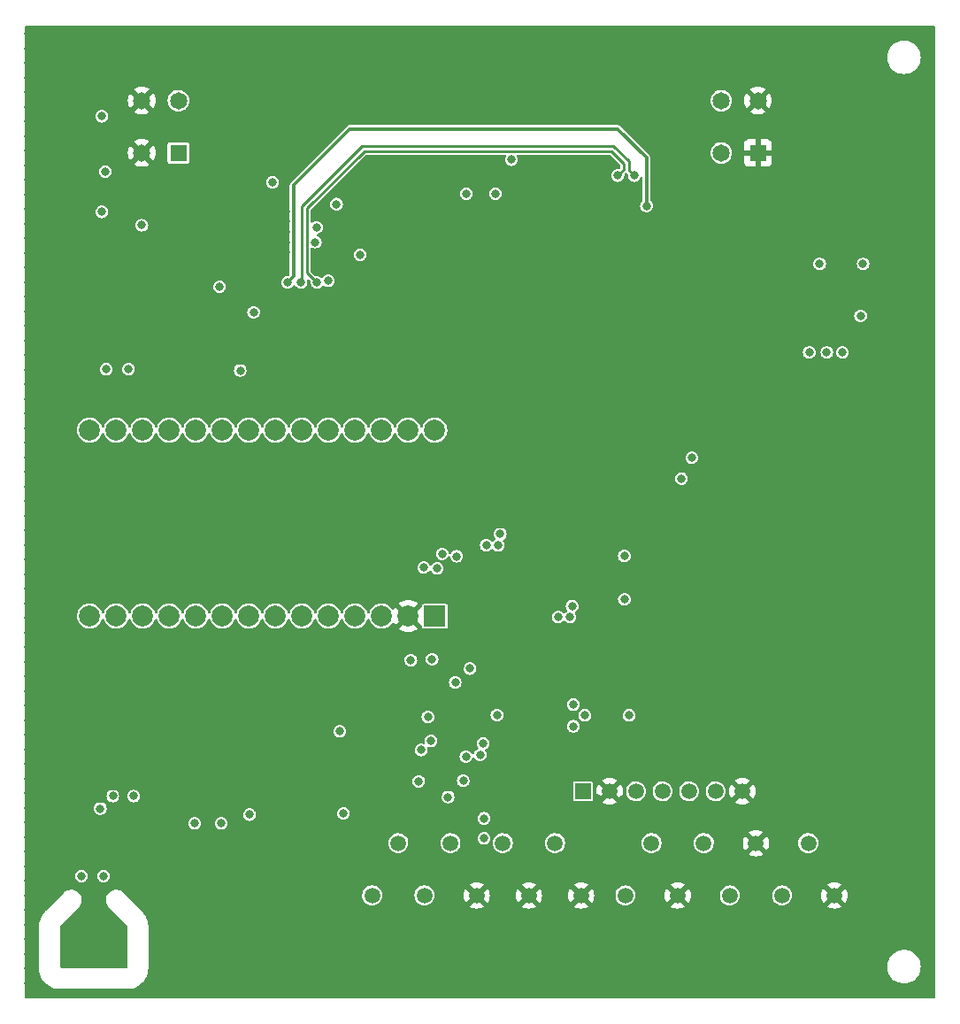
<source format=gbr>
%TF.GenerationSoftware,KiCad,Pcbnew,(6.0.11)*%
%TF.CreationDate,2023-08-29T15:11:37+02:00*%
%TF.ProjectId,walter-feels,77616c74-6572-42d6-9665-656c732e6b69,2.0*%
%TF.SameCoordinates,Original*%
%TF.FileFunction,Copper,L3,Inr*%
%TF.FilePolarity,Positive*%
%FSLAX46Y46*%
G04 Gerber Fmt 4.6, Leading zero omitted, Abs format (unit mm)*
G04 Created by KiCad (PCBNEW (6.0.11)) date 2023-08-29 15:11:37*
%MOMM*%
%LPD*%
G01*
G04 APERTURE LIST*
%TA.AperFunction,ComponentPad*%
%ADD10R,1.500000X1.500000*%
%TD*%
%TA.AperFunction,ComponentPad*%
%ADD11C,1.500000*%
%TD*%
%TA.AperFunction,ComponentPad*%
%ADD12C,1.650000*%
%TD*%
%TA.AperFunction,ComponentPad*%
%ADD13R,1.650000X1.650000*%
%TD*%
%TA.AperFunction,ComponentPad*%
%ADD14C,2.000000*%
%TD*%
%TA.AperFunction,ComponentPad*%
%ADD15R,2.000000X2.000000*%
%TD*%
%TA.AperFunction,ViaPad*%
%ADD16C,0.800000*%
%TD*%
%TA.AperFunction,Conductor*%
%ADD17C,0.254000*%
%TD*%
%TA.AperFunction,Conductor*%
%ADD18C,0.304800*%
%TD*%
G04 APERTURE END LIST*
D10*
%TO.N,Net-(C52-Pad1)*%
%TO.C,U10*%
X146282200Y-133213800D03*
D11*
%TO.N,GND*%
X148822200Y-133213800D03*
%TO.N,CO2_SCL*%
X151362200Y-133213800D03*
%TO.N,CO2_SDA*%
X153902200Y-133213800D03*
%TO.N,unconnected-(U10-Pad5)*%
X156442200Y-133213800D03*
%TO.N,unconnected-(U10-Pad6)*%
X158982200Y-133213800D03*
%TO.N,GND*%
X161522200Y-133213800D03*
%TD*%
D12*
%TO.N,GND*%
%TO.C,J3*%
X163014600Y-67146800D03*
D13*
X163014600Y-72146800D03*
D12*
%TO.N,VBAT*%
X159514600Y-67146800D03*
X159514600Y-72146800D03*
%TD*%
D11*
%TO.N,+3.3V*%
%TO.C,J5*%
X126106600Y-143179800D03*
%TO.N,+5V*%
X128606600Y-138179800D03*
%TO.N,1W_DAT*%
X131106600Y-143179800D03*
%TO.N,1W_GND*%
X133606600Y-138179800D03*
%TO.N,GND*%
X136106600Y-143179800D03*
%TO.N,GPIOA*%
X138606600Y-138179800D03*
%TO.N,GND*%
X141106600Y-143179800D03*
%TO.N,GPIOB*%
X143606600Y-138179800D03*
%TO.N,GND*%
X146106600Y-143179800D03*
%TD*%
%TO.N,RS232_RX*%
%TO.C,J4*%
X150342600Y-143179800D03*
%TO.N,RS232_TX*%
X152842600Y-138179800D03*
%TO.N,GND*%
X155342600Y-143179800D03*
%TO.N,RS485_A*%
X157842600Y-138179800D03*
%TO.N,RS485_B*%
X160342600Y-143179800D03*
%TO.N,GND*%
X162842600Y-138179800D03*
%TO.N,SDI12_IO*%
X165342600Y-143179800D03*
%TO.N,12V*%
X167842600Y-138179800D03*
%TO.N,GND*%
X170342600Y-143179800D03*
%TD*%
D13*
%TO.N,VSOLAR*%
%TO.C,J2*%
X107566400Y-72146800D03*
D12*
X107566400Y-67146800D03*
%TO.N,GND*%
X104066400Y-72146800D03*
X104066400Y-67146800D03*
%TD*%
D14*
%TO.N,unconnected-(U1-Pad1)*%
%TO.C,U1*%
X132105600Y-98679000D03*
%TO.N,unconnected-(U1-Pad2)*%
X129565600Y-98679000D03*
%TO.N,unconnected-(U1-Pad3)*%
X127025600Y-98679000D03*
%TO.N,12V_EN*%
X124485600Y-98679000D03*
%TO.N,CO2_SDA*%
X121945600Y-98679000D03*
%TO.N,CO2_SCL*%
X119405600Y-98679000D03*
%TO.N,CO2_EN*%
X116865600Y-98679000D03*
%TO.N,GPIOB*%
X114325600Y-98679000D03*
%TO.N,GPIOA*%
X111785600Y-98679000D03*
%TO.N,SER_TX*%
X109245600Y-98679000D03*
%TO.N,SER_RX*%
X106705600Y-98679000D03*
%TO.N,I2C_SDA*%
X104165600Y-98679000D03*
%TO.N,I2C_SCL*%
X101625600Y-98679000D03*
%TO.N,I2C_BUSPOW*%
X99085600Y-98679000D03*
%TO.N,SD_DAT0*%
X99085600Y-116459000D03*
%TO.N,SD_CLK*%
X101625600Y-116459000D03*
%TO.N,SD_CMD*%
X104165600Y-116459000D03*
%TO.N,1W_3V3_IO*%
X106705600Y-116459000D03*
%TO.N,~{RS232_RX_EN}*%
X109245600Y-116459000D03*
%TO.N,RS232_TX_EN*%
X111785600Y-116459000D03*
%TO.N,RS485_TX_EN*%
X114325600Y-116459000D03*
%TO.N,RS485_RX_EN*%
X116865600Y-116459000D03*
%TO.N,SDI12_RX_EN*%
X119405600Y-116459000D03*
%TO.N,SDI12_TX_EN*%
X121945600Y-116459000D03*
%TO.N,unconnected-(U1-Pad25)*%
X124485600Y-116459000D03*
%TO.N,+3.3V*%
X127025600Y-116459000D03*
%TO.N,GND*%
X129565600Y-116459000D03*
D15*
%TO.N,+5V*%
X132105600Y-116459000D03*
%TD*%
D16*
%TO.N,GND*%
X125220000Y-144800000D03*
X116240000Y-143180000D03*
X121740000Y-141580000D03*
X118950000Y-138630000D03*
X116320000Y-136750000D03*
X110270000Y-147320000D03*
X146010000Y-129710000D03*
X144450000Y-128120000D03*
X147000000Y-127610000D03*
X147770000Y-129000000D03*
%TO.N,+5V*%
X169617200Y-91236800D03*
X129810000Y-120680000D03*
X156692600Y-101320600D03*
X123367800Y-135331200D03*
X123012200Y-127482600D03*
X167929600Y-91236800D03*
X155711400Y-103305202D03*
%TO.N,GND*%
X98430000Y-119340000D03*
X179578000Y-74396600D03*
X146329400Y-152577800D03*
X108000800Y-100558600D03*
X111100000Y-126470000D03*
X127939800Y-132359400D03*
X141478000Y-118745000D03*
X151037574Y-81483200D03*
X125580000Y-126460000D03*
X93243400Y-63550800D03*
X99466400Y-84582000D03*
X160731200Y-102820102D03*
X149123400Y-60420000D03*
X157759400Y-133985000D03*
X132359399Y-152577800D03*
X179578000Y-84175599D03*
X160020000Y-141401800D03*
X179578000Y-88366599D03*
X156972000Y-73152000D03*
X128803400Y-109347000D03*
X95351600Y-86156800D03*
X175945800Y-98552000D03*
X129050000Y-80970000D03*
X122732800Y-95910400D03*
X163093400Y-60420000D03*
X128583974Y-73304400D03*
X158826200Y-88239600D03*
X146989800Y-109042200D03*
X93243400Y-119430800D03*
X112369600Y-61925200D03*
X179578000Y-123291598D03*
X136559574Y-65963800D03*
X107391200Y-147066000D03*
X117678200Y-92964000D03*
X172847000Y-100431600D03*
X113580000Y-132630000D03*
X141000000Y-104260000D03*
X118414800Y-90373200D03*
X93243400Y-67741800D03*
X179578000Y-70205600D03*
X97485200Y-101904800D03*
X110007399Y-152577800D03*
X117816374Y-81686400D03*
X99491800Y-87706200D03*
X114147600Y-150799800D03*
X96037400Y-60420000D03*
X165887398Y-152577800D03*
X126221774Y-75971400D03*
X93243400Y-118033800D03*
X155473400Y-72009000D03*
X168681399Y-152577800D03*
X156108400Y-60420000D03*
X114223800Y-144373600D03*
X179578000Y-127482599D03*
X93243400Y-71932800D03*
X126542800Y-127609600D03*
X107920000Y-123090000D03*
X136474200Y-103784400D03*
X115730000Y-120530000D03*
X170916600Y-77571600D03*
X107060000Y-129590000D03*
X93243400Y-145973800D03*
X179578000Y-102336599D03*
X179578000Y-114909598D03*
X146583400Y-135864600D03*
X105410000Y-120560000D03*
X179578000Y-85572598D03*
X118846600Y-130352800D03*
X129743200Y-103936800D03*
X155473400Y-74295000D03*
X95123000Y-96367600D03*
X93243400Y-111048800D03*
X121945400Y-107111800D03*
X172796200Y-106908600D03*
X95554800Y-65024000D03*
X138861800Y-130556000D03*
X98831399Y-152577800D03*
X117790000Y-125300000D03*
X151037574Y-92659200D03*
X93243400Y-98475800D03*
X169367200Y-87630000D03*
X101117400Y-76682600D03*
X147650200Y-133934200D03*
X94869000Y-142316200D03*
X93243400Y-138988800D03*
X113207800Y-101015800D03*
X154051000Y-88239600D03*
X93243400Y-69138800D03*
X107150000Y-124960000D03*
X179578000Y-145643600D03*
X179578000Y-93954598D03*
X179578000Y-126085599D03*
X124358400Y-109347000D03*
X99517200Y-64643000D03*
X107213398Y-152577800D03*
X100640000Y-123430000D03*
X170662600Y-115112800D03*
X109321600Y-143027400D03*
X154101800Y-97892502D03*
X100310000Y-119420000D03*
X104851200Y-131419600D03*
X163753800Y-146227800D03*
X151231600Y-135864600D03*
X179578000Y-120497599D03*
X143535399Y-152577800D03*
X166674800Y-140538200D03*
X111328200Y-103047800D03*
X94640400Y-152577800D03*
X93243400Y-88696800D03*
X122809000Y-90424000D03*
X93243400Y-70535800D03*
X119634000Y-109321600D03*
X120396000Y-129997200D03*
X121183400Y-60420000D03*
X161213800Y-88239600D03*
X154051000Y-107112702D03*
X111794574Y-66624200D03*
X93243400Y-84505800D03*
X110058200Y-93167200D03*
X130260374Y-93802200D03*
X172872400Y-60420000D03*
X93243400Y-108254800D03*
X148564600Y-65786000D03*
X101625400Y-60420000D03*
X164363400Y-83870800D03*
X179578000Y-107924600D03*
X94615000Y-132715000D03*
X140741399Y-152577800D03*
X110388400Y-100787200D03*
X135153400Y-60420000D03*
X156108399Y-152577800D03*
X155600400Y-97663000D03*
X167259000Y-68503800D03*
X157464800Y-78867000D03*
X145627374Y-93802200D03*
X179578000Y-103733599D03*
X159308800Y-118795800D03*
X111040000Y-120450000D03*
X112988374Y-65100200D03*
X108610400Y-60420000D03*
X114580000Y-125250000D03*
X140182600Y-139674600D03*
X94691200Y-137337800D03*
X98199400Y-142414800D03*
X113090000Y-126400000D03*
X142833374Y-93802200D03*
X100228399Y-152577800D03*
X166344600Y-65100200D03*
X153314401Y-60420000D03*
X169341800Y-146456400D03*
X102880000Y-117860000D03*
X151028400Y-94056200D03*
X126771399Y-152577800D03*
X135440000Y-109620000D03*
X129565398Y-152577800D03*
X130962399Y-152577800D03*
X143789400Y-64846200D03*
X165557200Y-123825000D03*
X93243400Y-122224800D03*
X178460399Y-152577800D03*
X103022400Y-60420000D03*
X118389399Y-60420000D03*
X159588200Y-137007600D03*
X172110400Y-81508600D03*
X144484374Y-74269600D03*
X116960000Y-121930000D03*
X163245800Y-79933800D03*
X114198399Y-152577800D03*
X150799800Y-106909502D03*
X108889800Y-138607800D03*
X153060400Y-140589000D03*
X131657374Y-93802200D03*
X140411200Y-146227800D03*
X104190800Y-102184200D03*
X141050000Y-114840000D03*
X95808800Y-99161600D03*
X111794574Y-73710800D03*
X114430000Y-128060000D03*
X140055600Y-63728600D03*
X151257000Y-101042102D03*
X143179800Y-134594600D03*
X107391200Y-106349800D03*
X153060400Y-108128702D03*
X179578000Y-98145599D03*
X165684200Y-79933800D03*
X109448600Y-140284200D03*
X179578000Y-78587600D03*
X125374399Y-152577800D03*
X176149000Y-119659400D03*
X113570000Y-134040000D03*
X93243400Y-137591800D03*
X105240000Y-117850000D03*
X109067600Y-145567400D03*
X165887400Y-60420000D03*
X100228400Y-60420000D03*
X114790000Y-122430000D03*
X116103400Y-101346000D03*
X108820000Y-128910000D03*
X99974400Y-136068200D03*
X165506400Y-115163600D03*
X112030000Y-134590000D03*
X165684200Y-77571600D03*
X175666399Y-152577800D03*
X124764800Y-103759000D03*
X135760000Y-123460000D03*
X177952400Y-101269800D03*
X93243400Y-78917800D03*
X93243400Y-102666800D03*
X172112200Y-76022200D03*
X135153400Y-139420600D03*
X172796200Y-140208000D03*
X93243400Y-91490800D03*
X179578000Y-135864599D03*
X176225200Y-135661400D03*
X156133800Y-137998200D03*
X163093399Y-152577800D03*
X112801400Y-60420000D03*
X174980600Y-102362000D03*
X122580399Y-152577800D03*
X93243400Y-99872800D03*
X127110774Y-68351400D03*
X179578000Y-72999598D03*
X130960000Y-121530000D03*
X128168398Y-152577800D03*
X104292400Y-96291400D03*
X171475398Y-152577800D03*
X103022399Y-152577800D03*
X115733574Y-80695800D03*
X99796600Y-113182400D03*
X93243400Y-80314800D03*
X93243400Y-126415800D03*
X121090000Y-118410000D03*
X107670000Y-127850000D03*
X136559574Y-68351400D03*
X157505398Y-152577800D03*
X117017800Y-148285200D03*
X135590000Y-120400000D03*
X179578000Y-63220600D03*
X129250000Y-79900000D03*
X95199200Y-112953800D03*
X94843600Y-121259600D03*
X166801800Y-86080600D03*
X179578000Y-117703599D03*
X131240000Y-123450000D03*
X171170600Y-81508600D03*
X93243400Y-62153800D03*
X128168400Y-60420000D03*
X112160000Y-127460000D03*
X116772974Y-79705200D03*
X117814374Y-78714600D03*
X121589800Y-144500600D03*
X110550000Y-118450000D03*
X163601400Y-93878400D03*
X179578000Y-134467599D03*
X126746000Y-102285800D03*
X140462000Y-125044200D03*
X124265974Y-75971400D03*
X141283974Y-65963800D03*
X102133400Y-75488800D03*
X120675400Y-66675000D03*
X133308374Y-73304400D03*
X125450600Y-134899400D03*
X129310000Y-78880000D03*
X175590200Y-78816200D03*
X97434400Y-133426200D03*
X105816401Y-60420000D03*
X179578000Y-149834600D03*
X159649200Y-78867000D03*
X121615200Y-93167200D03*
X130225800Y-128117600D03*
X119938800Y-64033400D03*
X151917400Y-104191702D03*
X151917399Y-152577800D03*
X106450000Y-121700000D03*
X116535200Y-141351000D03*
X132765800Y-140639800D03*
X101625397Y-152577800D03*
X177190400Y-133223000D03*
X156794200Y-77444600D03*
X151037574Y-91262200D03*
X110690000Y-128480000D03*
X146329399Y-60420000D03*
X93243400Y-136194800D03*
X93243400Y-66344800D03*
X105310000Y-119110000D03*
X114147600Y-140411200D03*
X102430000Y-122580000D03*
X99999800Y-106680000D03*
X122656600Y-66014600D03*
X154711400Y-101793202D03*
X93243400Y-87299800D03*
X99466400Y-90144600D03*
X117043200Y-144983200D03*
X134086600Y-124206000D03*
X174269399Y-60420000D03*
X164312600Y-85267800D03*
X101676200Y-129311400D03*
X176301400Y-109956600D03*
X114147600Y-142265400D03*
X114182174Y-73710800D03*
X111770000Y-129420000D03*
X139344397Y-152577800D03*
X93243400Y-113842800D03*
X93243400Y-74726800D03*
X170357800Y-136906000D03*
X93243400Y-77520800D03*
X177063397Y-152577800D03*
X160299399Y-152577800D03*
X174269399Y-152577800D03*
X160756600Y-110287702D03*
X161340800Y-97612200D03*
X170230800Y-81508600D03*
X155092400Y-87172800D03*
X167284398Y-152577800D03*
X116770974Y-78714600D03*
X110120000Y-125550000D03*
X93243400Y-64947800D03*
X108661200Y-150799800D03*
X120599200Y-126720600D03*
X108400000Y-130990000D03*
X98425000Y-92456000D03*
X126796800Y-146456400D03*
X168249600Y-88872800D03*
X147878800Y-116890800D03*
X106930000Y-120560000D03*
X124723174Y-90652600D03*
X166217600Y-75361800D03*
X134451374Y-93802200D03*
X118800000Y-120950000D03*
X169367200Y-88872800D03*
X158013400Y-141478000D03*
X170078399Y-152577800D03*
X152704800Y-87172800D03*
X151037574Y-82880200D03*
X117814374Y-77724000D03*
X93243400Y-115239800D03*
X138240000Y-127500000D03*
X163652200Y-74244200D03*
X147726399Y-152577800D03*
X142780000Y-117460000D03*
X105910000Y-135270000D03*
X144932398Y-152577800D03*
X115595400Y-60420000D03*
X154711399Y-152577800D03*
X93243400Y-120827800D03*
X151485600Y-62052200D03*
X135153400Y-152577800D03*
X154482800Y-122961400D03*
X128676400Y-130048000D03*
X151917400Y-68046600D03*
X115519200Y-108229400D03*
X169824400Y-95275400D03*
X176784000Y-106197400D03*
X170535600Y-88872800D03*
X157607000Y-139725400D03*
X170967400Y-124485400D03*
X161137600Y-65354200D03*
X118364000Y-73660000D03*
X93243400Y-90093800D03*
X166928800Y-110286800D03*
X131267200Y-96850200D03*
X139820000Y-132680000D03*
X130946174Y-75971400D03*
X108880000Y-133760000D03*
X116770974Y-77724000D03*
X177647600Y-73507600D03*
X179578000Y-148437598D03*
X149555200Y-104191702D03*
X179578000Y-124688598D03*
X152984200Y-118821200D03*
X119786401Y-60420000D03*
X93243400Y-104063800D03*
X98496000Y-135453000D03*
X125713774Y-93395800D03*
X141046200Y-120573800D03*
X164998400Y-111429800D03*
X109397800Y-68478400D03*
X179578000Y-119100598D03*
X179578000Y-133070598D03*
X164998400Y-109143800D03*
X144230374Y-93802200D03*
X93243400Y-83108800D03*
X124723174Y-86461600D03*
X179578000Y-131673598D03*
X132359399Y-60420000D03*
X170357800Y-68326000D03*
X124659751Y-78764900D03*
X179578000Y-66014599D03*
X107213400Y-60420000D03*
X137740000Y-118270000D03*
X126680000Y-81360000D03*
X93243400Y-132003800D03*
X149428200Y-128803400D03*
X142722600Y-61696600D03*
X177469800Y-142976600D03*
X125831600Y-64287400D03*
X170078400Y-60420000D03*
X173380400Y-79933800D03*
X151037574Y-80086200D03*
X153314398Y-152577800D03*
X149555200Y-108331000D03*
X123630000Y-124460000D03*
X95961200Y-88595200D03*
X158394400Y-97663000D03*
X155905200Y-110160702D03*
X118140000Y-118400000D03*
X113570000Y-130850000D03*
X164490399Y-152577800D03*
X118059200Y-96139000D03*
X138921774Y-65963800D03*
X154889200Y-65532000D03*
X170535600Y-87630000D03*
X159791400Y-139471400D03*
X121940000Y-120490000D03*
X140004800Y-122555000D03*
X115731574Y-78714600D03*
X158724600Y-109093902D03*
X93243400Y-123621800D03*
X133858000Y-127834698D03*
X172796200Y-103581200D03*
X124723174Y-85064600D03*
X133054374Y-93802200D03*
X141283974Y-68351400D03*
X113230000Y-120550000D03*
X93243400Y-109651800D03*
X151037574Y-84277200D03*
X117856000Y-103759000D03*
X144754600Y-135610600D03*
X179578000Y-147040599D03*
X165963600Y-128549400D03*
X110510000Y-134910000D03*
X98831400Y-60420000D03*
X157505400Y-60420000D03*
X148031200Y-105385502D03*
X168122600Y-95275400D03*
X155498800Y-129108200D03*
X120142000Y-105689400D03*
X152222200Y-101042102D03*
X134197374Y-68351400D03*
X123266200Y-61772800D03*
X152628600Y-133985000D03*
X114182174Y-68986400D03*
X179578000Y-109321599D03*
X107416600Y-140817600D03*
X133756400Y-102819200D03*
X93243400Y-85902800D03*
X110510000Y-132490000D03*
X128863374Y-93802200D03*
X106197400Y-149352000D03*
X156438600Y-88239600D03*
X179578000Y-142849597D03*
X171475400Y-60420000D03*
X179578000Y-92557599D03*
X161569400Y-79044800D03*
X117816374Y-79705200D03*
X138252200Y-61620400D03*
X100330000Y-96139000D03*
X174574200Y-74599800D03*
X151037574Y-89865200D03*
X103430000Y-135330000D03*
X179578000Y-100939600D03*
X116916200Y-150749000D03*
X170027600Y-133477000D03*
X111226600Y-150672800D03*
X118186200Y-72466200D03*
X138921774Y-68351400D03*
X93243400Y-144576800D03*
X126771400Y-60420000D03*
X148793200Y-135864600D03*
X158724600Y-143383000D03*
X93243400Y-147370800D03*
X179578000Y-141452599D03*
X125800000Y-118410000D03*
X129641600Y-140157200D03*
X177063400Y-60420000D03*
X109560000Y-127320000D03*
X179578000Y-128879599D03*
X104419399Y-60420000D03*
X133756398Y-152577800D03*
X135356600Y-64033400D03*
X150520400Y-60420000D03*
X158902400Y-60420000D03*
X151037574Y-88468200D03*
X112801400Y-152577800D03*
X135483600Y-96875600D03*
X170027600Y-71221600D03*
X114198400Y-60420000D03*
X151028400Y-95453200D03*
X130450000Y-130430000D03*
X159867600Y-89306400D03*
X159791400Y-97663000D03*
X146846574Y-74269600D03*
X158724600Y-111506902D03*
X179578000Y-130276599D03*
X124748574Y-68351400D03*
X144780000Y-98679000D03*
X125940000Y-78660000D03*
X144932400Y-60420000D03*
X139192000Y-106426000D03*
X179578000Y-79984599D03*
X167284401Y-60420000D03*
X95224600Y-83489800D03*
X171043600Y-110032800D03*
X102793800Y-139852400D03*
X164488600Y-76047600D03*
X115733574Y-79705200D03*
X118338600Y-100279200D03*
X153212800Y-115138200D03*
X169621200Y-85140800D03*
X140081000Y-97028000D03*
X164160200Y-91643200D03*
X102950000Y-127250000D03*
X123164600Y-112191800D03*
X96037398Y-152577800D03*
X127110774Y-65963800D03*
X108610400Y-152577800D03*
X153619200Y-135864600D03*
X116408200Y-62128400D03*
X179578000Y-116306600D03*
X148421374Y-93802200D03*
X103530400Y-69570600D03*
X171373800Y-73634600D03*
X157581600Y-65608200D03*
X164490400Y-81432400D03*
X95631000Y-91389200D03*
X163068000Y-110286800D03*
X135700000Y-115120000D03*
X110007400Y-60420000D03*
X178460400Y-60420000D03*
X179578000Y-89763599D03*
X149885400Y-130378200D03*
X112060000Y-130820000D03*
X162458400Y-97028000D03*
X134197374Y-65963800D03*
X93243400Y-141782800D03*
X142138400Y-152577800D03*
X179578000Y-138658600D03*
X179578000Y-110718598D03*
X159385000Y-77012800D03*
X165989000Y-73329800D03*
X135460000Y-118250000D03*
X136550400Y-60420000D03*
X172872400Y-62026800D03*
X93243400Y-134797800D03*
X140039374Y-93802200D03*
X124723174Y-92049600D03*
X116789200Y-113766600D03*
X177317400Y-80899000D03*
X177368200Y-68707000D03*
X162128200Y-142722600D03*
X156997400Y-97663000D03*
X139903200Y-100914200D03*
X133756401Y-60420000D03*
X149996174Y-93700600D03*
X113180000Y-128520000D03*
X114182174Y-71348600D03*
X152806400Y-126390400D03*
X121920000Y-130454400D03*
X127050000Y-125100000D03*
X152120600Y-145796000D03*
X108356400Y-102260400D03*
X143535400Y-60420000D03*
X167055800Y-61950600D03*
X144780000Y-132461000D03*
X150063200Y-133985000D03*
X99370000Y-121960000D03*
X143230600Y-119075200D03*
X115112800Y-146253200D03*
X93243400Y-125018800D03*
X104470200Y-91795600D03*
X116772974Y-81686400D03*
X106810000Y-133390000D03*
X123410000Y-82890000D03*
X94640400Y-60420000D03*
X116992399Y-152577800D03*
X141436374Y-93802200D03*
X160299399Y-60420000D03*
X164490400Y-60420000D03*
X130098800Y-113639600D03*
X168681400Y-60420000D03*
X135180000Y-100080000D03*
X152298400Y-65481200D03*
X137947400Y-60420000D03*
X158927800Y-135458200D03*
X123520200Y-101320600D03*
X102370000Y-124860000D03*
X97434401Y-60420000D03*
X115731574Y-77724000D03*
X127457200Y-96875600D03*
X179578000Y-64617599D03*
X144881600Y-106070400D03*
X93243400Y-150164800D03*
X145389600Y-139776200D03*
X116992400Y-60420000D03*
X162534600Y-75742800D03*
X123977400Y-60420000D03*
X164820600Y-97028000D03*
X179578000Y-91160599D03*
X176936400Y-138811000D03*
X93243400Y-60756800D03*
X93243400Y-151561800D03*
X93243400Y-106857800D03*
X142138400Y-60420000D03*
X108430000Y-126190000D03*
X114182174Y-66624200D03*
X117805200Y-66065400D03*
X149199600Y-68046600D03*
X142062200Y-135534400D03*
X124723174Y-89255600D03*
X177596800Y-84328000D03*
X112080000Y-133090000D03*
X104200000Y-121870000D03*
X115650000Y-118420000D03*
X160731200Y-101168200D03*
X179578000Y-86969598D03*
X111404398Y-152577800D03*
X176098200Y-115189000D03*
X124053600Y-139547600D03*
X127270000Y-78660000D03*
X104940000Y-125180000D03*
X93243400Y-95681800D03*
X179578000Y-68808599D03*
X97434400Y-152577800D03*
X155194000Y-134035800D03*
X159359600Y-127406400D03*
X151333200Y-97002600D03*
X142544800Y-108762800D03*
X161696401Y-60420000D03*
X154711400Y-60420000D03*
X113240000Y-118470000D03*
X154152600Y-109551102D03*
X127466374Y-93802200D03*
X136750000Y-111940000D03*
X129472974Y-65963800D03*
X116772974Y-80695800D03*
X146151600Y-146558000D03*
X111794574Y-71348600D03*
X93243400Y-127812800D03*
X102860000Y-119330000D03*
X115733574Y-81686400D03*
X151917400Y-60420000D03*
X131835174Y-65963800D03*
X147066000Y-98679000D03*
X145923000Y-103886000D03*
X174218600Y-65913000D03*
X117816374Y-80695800D03*
X96799400Y-124739400D03*
X121894600Y-149047200D03*
X134924800Y-146888200D03*
X179578000Y-61823598D03*
X129472974Y-68351400D03*
X157480000Y-87172800D03*
X158902398Y-152577800D03*
X108870000Y-135100000D03*
X137947399Y-152577800D03*
X147024374Y-93802200D03*
X179578000Y-99542598D03*
X150266400Y-101042102D03*
X171627800Y-98018600D03*
X179578000Y-96748599D03*
X131835174Y-68351400D03*
X132842000Y-61671200D03*
X108100000Y-121570000D03*
X179578000Y-144246599D03*
X93243400Y-76123800D03*
X179578000Y-75793599D03*
X153111200Y-72009000D03*
X100400000Y-117860000D03*
X95199200Y-127254000D03*
X159867600Y-87172800D03*
X98496000Y-140048400D03*
X123977399Y-152577800D03*
X172872400Y-152577800D03*
X152069800Y-110845600D03*
X153106200Y-78867000D03*
X148031200Y-119380000D03*
X100177600Y-62382400D03*
X154457400Y-100152200D03*
X93243400Y-94284800D03*
X179578000Y-81381598D03*
X106019600Y-64897000D03*
X142833374Y-67157600D03*
X165557200Y-119481600D03*
X155854400Y-99187000D03*
X159156400Y-114985800D03*
X110530000Y-133720000D03*
X129565400Y-60420000D03*
X148539200Y-139496800D03*
X176834800Y-129413000D03*
X163220400Y-77571600D03*
X177850800Y-77368400D03*
X97917000Y-129260600D03*
X144780000Y-101955600D03*
X107910000Y-118440000D03*
X155092400Y-89306400D03*
X142560000Y-128560000D03*
X148640800Y-121996200D03*
X128380000Y-78650000D03*
X125374401Y-60420000D03*
X150037800Y-124206000D03*
X147294600Y-62230000D03*
X143687800Y-121564400D03*
X93243400Y-97078800D03*
X124723174Y-87858600D03*
X93243400Y-143179800D03*
X126221774Y-73304400D03*
X107619800Y-144068800D03*
X124231400Y-127711200D03*
X179578000Y-112115600D03*
X151037574Y-87071200D03*
X93243400Y-116636800D03*
X123470000Y-118430000D03*
X95199200Y-108762800D03*
X171094400Y-129209800D03*
X151037574Y-85674200D03*
X178409600Y-95681800D03*
X110642400Y-96240600D03*
X170916600Y-79933800D03*
X130946174Y-73304400D03*
X179578000Y-121894599D03*
X121183398Y-152577800D03*
X174371000Y-70281800D03*
X138642374Y-93802200D03*
X156260800Y-135890000D03*
X100970000Y-121180000D03*
X93243400Y-92887800D03*
X93243400Y-148767800D03*
X93243400Y-112445800D03*
X132930000Y-135000000D03*
X179578000Y-151231599D03*
X148370574Y-73075800D03*
X111670000Y-125050000D03*
X159512000Y-122986800D03*
X111404401Y-60420000D03*
X153695400Y-103353502D03*
X174574200Y-81864200D03*
X129159000Y-133731000D03*
X163652200Y-82727800D03*
X152704800Y-89306400D03*
X161696399Y-152577800D03*
X105800000Y-128410000D03*
X132710000Y-107660000D03*
X93243400Y-81711800D03*
X169265600Y-97840800D03*
X120929400Y-100888800D03*
X179578000Y-60420000D03*
X139344401Y-60420000D03*
X93243400Y-130606800D03*
X157886400Y-146507200D03*
X149123398Y-152577800D03*
X128583974Y-75971400D03*
X95326200Y-104495600D03*
X155280400Y-78867000D03*
X106020000Y-123780000D03*
X168249600Y-87630000D03*
X142113000Y-121107200D03*
X179578000Y-67411597D03*
X179578000Y-106527599D03*
X126374174Y-80365600D03*
X140400000Y-128000000D03*
X130962400Y-60420000D03*
X124748574Y-65963800D03*
X105537000Y-137668000D03*
X103410000Y-125920000D03*
X93243400Y-105460800D03*
X179578000Y-140055599D03*
X154686000Y-68046600D03*
X93243400Y-73329800D03*
X157480000Y-89306400D03*
X179578000Y-82778599D03*
X122580400Y-60420000D03*
X115595398Y-152577800D03*
X139760000Y-115090000D03*
X104571800Y-109626400D03*
X155168600Y-62204600D03*
X135848374Y-93802200D03*
X170357800Y-64998600D03*
X104610000Y-127090000D03*
X145923000Y-96774000D03*
X100025200Y-131572000D03*
X170942000Y-119684800D03*
X134823200Y-135255000D03*
X133308374Y-75971400D03*
X179578000Y-95351598D03*
X93243400Y-129209800D03*
X136550399Y-152577800D03*
X111794574Y-68986400D03*
X93243400Y-140385800D03*
X140741400Y-60420000D03*
X153416000Y-74295000D03*
X113512600Y-105613200D03*
X179578000Y-77190598D03*
X175818800Y-95910400D03*
X93243400Y-101269800D03*
X160731200Y-99136200D03*
X119532400Y-72466200D03*
X179578000Y-105130597D03*
X150520400Y-152577800D03*
X173456600Y-146354800D03*
X176377600Y-124714000D03*
X108870000Y-132580000D03*
X109180000Y-124570000D03*
X111429800Y-110109000D03*
X93243400Y-133400800D03*
X125240000Y-119350000D03*
X106340000Y-126530000D03*
X130556000Y-64389000D03*
X103070000Y-120660000D03*
X179578000Y-113512599D03*
X137245374Y-93802200D03*
X179578000Y-71602599D03*
X179578000Y-137261598D03*
X147726401Y-60420000D03*
X110150000Y-130350000D03*
X175666401Y-60420000D03*
X128397000Y-61595000D03*
X160832800Y-74701400D03*
X108026200Y-113436400D03*
X173380400Y-77571600D03*
%TO.N,VSOLAR*%
X116569774Y-74955400D03*
X104072974Y-79069600D03*
%TO.N,Net-(C14-Pad1)*%
X114766374Y-87401400D03*
X120845000Y-84550000D03*
X149627574Y-74320400D03*
%TO.N,Net-(C15-Pad2)*%
X151177574Y-74320400D03*
X119295000Y-84550000D03*
%TO.N,VCC*%
X100258574Y-68648900D03*
X100563374Y-73932100D03*
X100258574Y-77792900D03*
X121920000Y-84390000D03*
X124949974Y-81889600D03*
%TO.N,/Power/VIN*%
X173088600Y-82778600D03*
X168935400Y-82778600D03*
%TO.N,VBAT*%
X152358374Y-77216000D03*
X118012274Y-84531200D03*
%TO.N,+3.3V*%
X131850000Y-120590000D03*
X111649200Y-136289500D03*
X136804400Y-135813800D03*
X100406200Y-141325600D03*
X114382000Y-135449500D03*
X98298000Y-141325600D03*
X136804400Y-137718800D03*
X109125300Y-136289500D03*
X135480000Y-121480000D03*
X138045300Y-125934700D03*
%TO.N,Net-(C60-Pad2)*%
X172847000Y-87731600D03*
X171117200Y-91236800D03*
%TO.N,12V*%
X150241000Y-110693200D03*
X150241000Y-114858800D03*
%TO.N,I2C_SDA*%
X103301800Y-133680200D03*
X100101400Y-134874000D03*
X101295200Y-133680200D03*
%TO.N,Net-(IC1-Pad11)*%
X111502974Y-84937600D03*
X113487200Y-92964000D03*
%TO.N,SDI12_IO*%
X146456400Y-125943398D03*
X150698200Y-125943398D03*
%TO.N,CO2_SCL*%
X138166800Y-109686800D03*
X145040000Y-116560000D03*
%TO.N,CO2_SDA*%
X145243200Y-115493200D03*
X138370000Y-108620000D03*
%TO.N,SER_RX*%
X136442600Y-129737000D03*
X131040000Y-111810000D03*
X133375400Y-133770800D03*
%TO.N,SER_TX*%
X136728200Y-128625600D03*
X134061200Y-122809000D03*
X132320000Y-111900000D03*
%TO.N,RS232_TX_EN*%
X130790000Y-129270000D03*
X130570000Y-132270000D03*
%TO.N,RS485_TX_EN*%
X131749800Y-128397000D03*
X134823200Y-132207000D03*
%TO.N,RS485_RX_EN*%
X131445000Y-126111000D03*
X135077200Y-129895600D03*
%TO.N,CO2_EN*%
X145364200Y-124917200D03*
X145364200Y-127000000D03*
X143897000Y-116560000D03*
X137023800Y-109686800D03*
%TO.N,I2C_BUSPOW*%
X102793800Y-92837000D03*
X100660200Y-92837000D03*
%TO.N,GPIOA*%
X132810000Y-110510000D03*
%TO.N,GPIOB*%
X134200000Y-110740000D03*
%TO.N,/Solar battery charger/TG*%
X137896600Y-76047600D03*
X120666833Y-80682200D03*
%TO.N,/Solar battery charger/BG*%
X120786174Y-79273400D03*
X135118774Y-76047600D03*
%TO.N,/Solar battery charger/OUTFET*%
X139429774Y-72796400D03*
X122700000Y-77050000D03*
%TD*%
D17*
%TO.N,Net-(C14-Pad1)*%
X119871774Y-83576774D02*
X120845000Y-84550000D01*
X125348922Y-71977200D02*
X148971078Y-71977200D01*
X119871774Y-77454348D02*
X125348922Y-71977200D01*
X150177174Y-73770800D02*
X149627574Y-74320400D01*
X119871774Y-77454348D02*
X119871774Y-83576774D01*
X148971078Y-71977200D02*
X150177174Y-73183296D01*
X150177174Y-73183296D02*
X150177174Y-73770800D01*
%TO.N,Net-(C15-Pad2)*%
X150681974Y-72974200D02*
X150681974Y-73824800D01*
X149180174Y-71472400D02*
X150681974Y-72974200D01*
X125139826Y-71472400D02*
X149180174Y-71472400D01*
X119366974Y-77245253D02*
X125139826Y-71472400D01*
X119366974Y-84478026D02*
X119295000Y-84550000D01*
X119366974Y-77245253D02*
X119366974Y-84478026D01*
X150681974Y-73824800D02*
X151177574Y-74320400D01*
D18*
%TO.N,VBAT*%
X118580000Y-83963474D02*
X118012274Y-84531200D01*
X152358374Y-77216000D02*
X152358374Y-72588374D01*
X149620000Y-69850000D02*
X123980000Y-69850000D01*
X152358374Y-72588374D02*
X149620000Y-69850000D01*
X118580000Y-75250000D02*
X118580000Y-83963474D01*
X123980000Y-69850000D02*
X118580000Y-75250000D01*
%TD*%
%TA.AperFunction,Conductor*%
%TO.N,GND*%
G36*
X179941621Y-60020502D02*
G01*
X179988114Y-60074158D01*
X179999500Y-60126500D01*
X179999500Y-152873500D01*
X179979498Y-152941621D01*
X179925842Y-152988114D01*
X179873500Y-152999500D01*
X92963000Y-152999500D01*
X92894879Y-152979498D01*
X92848386Y-152925842D01*
X92837000Y-152873500D01*
X92837000Y-150116823D01*
X94241121Y-150116823D01*
X94241929Y-150123000D01*
X94241908Y-150123000D01*
X94259060Y-150384681D01*
X94259864Y-150388721D01*
X94259864Y-150388724D01*
X94309415Y-150637831D01*
X94310221Y-150641885D01*
X94394518Y-150890210D01*
X94510506Y-151125408D01*
X94656202Y-151343453D01*
X94658923Y-151346555D01*
X94658924Y-151346557D01*
X94826390Y-151537513D01*
X94826396Y-151537519D01*
X94829112Y-151540616D01*
X95026279Y-151713523D01*
X95244327Y-151859214D01*
X95248020Y-151861035D01*
X95248025Y-151861038D01*
X95248068Y-151861059D01*
X95479527Y-151975198D01*
X95483437Y-151976525D01*
X95483439Y-151976526D01*
X95723947Y-152058163D01*
X95723949Y-152058164D01*
X95727854Y-152059489D01*
X95985059Y-152110646D01*
X95989172Y-152110916D01*
X95989176Y-152110916D01*
X96213278Y-152125600D01*
X96225936Y-152127075D01*
X96229144Y-152127614D01*
X96234386Y-152128496D01*
X96246740Y-152128647D01*
X96251564Y-152127956D01*
X96251565Y-152127956D01*
X96273787Y-152124773D01*
X96291652Y-152123500D01*
X102633507Y-152123500D01*
X102654404Y-152125245D01*
X102673740Y-152128497D01*
X102686094Y-152128647D01*
X102691400Y-152127887D01*
X102701021Y-152126884D01*
X102943662Y-152110970D01*
X102943669Y-152110969D01*
X102947772Y-152110700D01*
X103204972Y-152059529D01*
X103208996Y-152058163D01*
X103449385Y-151976552D01*
X103449388Y-151976551D01*
X103453293Y-151975225D01*
X103456995Y-151973399D01*
X103456998Y-151973398D01*
X103684779Y-151861059D01*
X103688486Y-151859231D01*
X103691916Y-151856939D01*
X103691923Y-151856935D01*
X103903094Y-151715826D01*
X103906527Y-151713532D01*
X104103685Y-151540619D01*
X104276588Y-151343452D01*
X104306399Y-151298836D01*
X104419981Y-151128842D01*
X104419986Y-151128834D01*
X104422278Y-151125404D01*
X104538261Y-150890206D01*
X104622553Y-150641882D01*
X104672908Y-150388724D01*
X104672908Y-150388719D01*
X104673712Y-150384679D01*
X104688671Y-150156450D01*
X104690147Y-150143786D01*
X104691566Y-150135354D01*
X104691642Y-150129136D01*
X104691658Y-150127859D01*
X104691658Y-150127854D01*
X104691717Y-150123000D01*
X104687843Y-150095949D01*
X104686570Y-150078087D01*
X104686570Y-150000000D01*
X175394551Y-150000000D01*
X175414317Y-150251148D01*
X175415471Y-150255955D01*
X175415472Y-150255961D01*
X175445387Y-150380566D01*
X175473127Y-150496111D01*
X175475020Y-150500682D01*
X175475021Y-150500684D01*
X175531831Y-150637835D01*
X175569534Y-150728859D01*
X175701164Y-150943659D01*
X175704376Y-150947419D01*
X175704379Y-150947424D01*
X175849256Y-151117052D01*
X175864776Y-151135224D01*
X175868538Y-151138437D01*
X176052576Y-151295621D01*
X176052581Y-151295624D01*
X176056341Y-151298836D01*
X176271141Y-151430466D01*
X176275711Y-151432359D01*
X176275715Y-151432361D01*
X176499316Y-151524979D01*
X176503889Y-151526873D01*
X176572463Y-151543336D01*
X176744039Y-151584528D01*
X176744045Y-151584529D01*
X176748852Y-151585683D01*
X176837149Y-151592632D01*
X176934661Y-151600307D01*
X176934670Y-151600307D01*
X176937118Y-151600500D01*
X177062882Y-151600500D01*
X177065330Y-151600307D01*
X177065339Y-151600307D01*
X177162851Y-151592632D01*
X177251148Y-151585683D01*
X177255955Y-151584529D01*
X177255961Y-151584528D01*
X177427537Y-151543336D01*
X177496111Y-151526873D01*
X177500684Y-151524979D01*
X177724285Y-151432361D01*
X177724289Y-151432359D01*
X177728859Y-151430466D01*
X177943659Y-151298836D01*
X177947419Y-151295624D01*
X177947424Y-151295621D01*
X178131462Y-151138437D01*
X178135224Y-151135224D01*
X178150744Y-151117052D01*
X178295621Y-150947424D01*
X178295624Y-150947419D01*
X178298836Y-150943659D01*
X178430466Y-150728859D01*
X178468170Y-150637835D01*
X178524979Y-150500684D01*
X178524980Y-150500682D01*
X178526873Y-150496111D01*
X178554613Y-150380566D01*
X178584528Y-150255961D01*
X178584529Y-150255955D01*
X178585683Y-150251148D01*
X178605449Y-150000000D01*
X178585683Y-149748852D01*
X178526873Y-149503889D01*
X178430466Y-149271141D01*
X178298836Y-149056341D01*
X178295624Y-149052581D01*
X178295621Y-149052576D01*
X178138437Y-148868538D01*
X178135224Y-148864776D01*
X178117052Y-148849256D01*
X177947424Y-148704379D01*
X177947419Y-148704376D01*
X177943659Y-148701164D01*
X177728859Y-148569534D01*
X177724289Y-148567641D01*
X177724285Y-148567639D01*
X177500684Y-148475021D01*
X177500682Y-148475020D01*
X177496111Y-148473127D01*
X177411711Y-148452865D01*
X177255961Y-148415472D01*
X177255955Y-148415471D01*
X177251148Y-148414317D01*
X177162851Y-148407368D01*
X177065339Y-148399693D01*
X177065330Y-148399693D01*
X177062882Y-148399500D01*
X176937118Y-148399500D01*
X176934670Y-148399693D01*
X176934661Y-148399693D01*
X176837149Y-148407368D01*
X176748852Y-148414317D01*
X176744045Y-148415471D01*
X176744039Y-148415472D01*
X176588289Y-148452865D01*
X176503889Y-148473127D01*
X176499318Y-148475020D01*
X176499316Y-148475021D01*
X176275715Y-148567639D01*
X176275711Y-148567641D01*
X176271141Y-148569534D01*
X176056341Y-148701164D01*
X176052581Y-148704376D01*
X176052576Y-148704379D01*
X175882948Y-148849256D01*
X175864776Y-148864776D01*
X175861563Y-148868538D01*
X175704379Y-149052576D01*
X175704376Y-149052581D01*
X175701164Y-149056341D01*
X175569534Y-149271141D01*
X175473127Y-149503889D01*
X175414317Y-149748852D01*
X175394551Y-150000000D01*
X104686570Y-150000000D01*
X104686570Y-146175526D01*
X104688314Y-146154637D01*
X104690758Y-146140098D01*
X104691567Y-146135287D01*
X104691716Y-146122933D01*
X104689257Y-146105778D01*
X104688181Y-146094980D01*
X104677328Y-145902133D01*
X104677130Y-145898612D01*
X104639476Y-145677115D01*
X104577265Y-145461224D01*
X104491280Y-145253653D01*
X104382601Y-145057011D01*
X104380557Y-145054131D01*
X104380552Y-145054122D01*
X104254640Y-144876653D01*
X104254638Y-144876650D01*
X104252595Y-144873771D01*
X104130885Y-144737558D01*
X104122196Y-144726680D01*
X104112932Y-144713666D01*
X104104304Y-144704823D01*
X104099726Y-144701391D01*
X104082412Y-144688413D01*
X104068890Y-144676688D01*
X103622163Y-144229961D01*
X135420993Y-144229961D01*
X135430287Y-144241975D01*
X135470688Y-144270264D01*
X135480184Y-144275747D01*
X135669713Y-144364126D01*
X135680005Y-144367872D01*
X135882001Y-144421996D01*
X135892796Y-144423899D01*
X136101125Y-144442126D01*
X136112075Y-144442126D01*
X136320404Y-144423899D01*
X136331199Y-144421996D01*
X136533195Y-144367872D01*
X136543487Y-144364126D01*
X136733016Y-144275747D01*
X136742512Y-144270264D01*
X136783748Y-144241390D01*
X136792123Y-144230912D01*
X136791623Y-144229961D01*
X140420993Y-144229961D01*
X140430287Y-144241975D01*
X140470688Y-144270264D01*
X140480184Y-144275747D01*
X140669713Y-144364126D01*
X140680005Y-144367872D01*
X140882001Y-144421996D01*
X140892796Y-144423899D01*
X141101125Y-144442126D01*
X141112075Y-144442126D01*
X141320404Y-144423899D01*
X141331199Y-144421996D01*
X141533195Y-144367872D01*
X141543487Y-144364126D01*
X141733016Y-144275747D01*
X141742512Y-144270264D01*
X141783748Y-144241390D01*
X141792123Y-144230912D01*
X141791623Y-144229961D01*
X145420993Y-144229961D01*
X145430287Y-144241975D01*
X145470688Y-144270264D01*
X145480184Y-144275747D01*
X145669713Y-144364126D01*
X145680005Y-144367872D01*
X145882001Y-144421996D01*
X145892796Y-144423899D01*
X146101125Y-144442126D01*
X146112075Y-144442126D01*
X146320404Y-144423899D01*
X146331199Y-144421996D01*
X146533195Y-144367872D01*
X146543487Y-144364126D01*
X146733016Y-144275747D01*
X146742512Y-144270264D01*
X146783748Y-144241390D01*
X146792123Y-144230912D01*
X146791623Y-144229961D01*
X154656993Y-144229961D01*
X154666287Y-144241975D01*
X154706688Y-144270264D01*
X154716184Y-144275747D01*
X154905713Y-144364126D01*
X154916005Y-144367872D01*
X155118001Y-144421996D01*
X155128796Y-144423899D01*
X155337125Y-144442126D01*
X155348075Y-144442126D01*
X155556404Y-144423899D01*
X155567199Y-144421996D01*
X155769195Y-144367872D01*
X155779487Y-144364126D01*
X155969016Y-144275747D01*
X155978512Y-144270264D01*
X156019748Y-144241390D01*
X156028123Y-144230912D01*
X156027623Y-144229961D01*
X169656993Y-144229961D01*
X169666287Y-144241975D01*
X169706688Y-144270264D01*
X169716184Y-144275747D01*
X169905713Y-144364126D01*
X169916005Y-144367872D01*
X170118001Y-144421996D01*
X170128796Y-144423899D01*
X170337125Y-144442126D01*
X170348075Y-144442126D01*
X170556404Y-144423899D01*
X170567199Y-144421996D01*
X170769195Y-144367872D01*
X170779487Y-144364126D01*
X170969016Y-144275747D01*
X170978512Y-144270264D01*
X171019748Y-144241390D01*
X171028123Y-144230912D01*
X171021057Y-144217468D01*
X170355411Y-143551821D01*
X170341468Y-143544208D01*
X170339634Y-143544339D01*
X170333020Y-143548590D01*
X169663420Y-144218191D01*
X169656993Y-144229961D01*
X156027623Y-144229961D01*
X156021057Y-144217468D01*
X155355411Y-143551821D01*
X155341468Y-143544208D01*
X155339634Y-143544339D01*
X155333020Y-143548590D01*
X154663420Y-144218191D01*
X154656993Y-144229961D01*
X146791623Y-144229961D01*
X146785057Y-144217468D01*
X146119411Y-143551821D01*
X146105468Y-143544208D01*
X146103634Y-143544339D01*
X146097020Y-143548590D01*
X145427420Y-144218191D01*
X145420993Y-144229961D01*
X141791623Y-144229961D01*
X141785057Y-144217468D01*
X141119411Y-143551821D01*
X141105468Y-143544208D01*
X141103634Y-143544339D01*
X141097020Y-143548590D01*
X140427420Y-144218191D01*
X140420993Y-144229961D01*
X136791623Y-144229961D01*
X136785057Y-144217468D01*
X136119411Y-143551821D01*
X136105468Y-143544208D01*
X136103634Y-143544339D01*
X136097020Y-143548590D01*
X135427420Y-144218191D01*
X135420993Y-144229961D01*
X103622163Y-144229961D01*
X102558622Y-143166420D01*
X125148378Y-143166420D01*
X125164029Y-143352794D01*
X125165728Y-143358719D01*
X125210576Y-143515123D01*
X125215581Y-143532579D01*
X125221625Y-143544339D01*
X125258807Y-143616687D01*
X125301072Y-143698927D01*
X125417246Y-143845502D01*
X125421939Y-143849496D01*
X125421940Y-143849497D01*
X125462129Y-143883700D01*
X125559677Y-143966720D01*
X125565055Y-143969726D01*
X125565057Y-143969727D01*
X125641308Y-144012342D01*
X125722940Y-144057964D01*
X125900816Y-144115760D01*
X126086531Y-144137905D01*
X126092666Y-144137433D01*
X126092668Y-144137433D01*
X126266868Y-144124029D01*
X126266872Y-144124028D01*
X126273010Y-144123556D01*
X126453150Y-144073260D01*
X126620091Y-143988932D01*
X126644673Y-143969727D01*
X126762612Y-143877583D01*
X126762613Y-143877582D01*
X126767473Y-143873785D01*
X126889682Y-143732204D01*
X126982064Y-143569582D01*
X127041100Y-143392113D01*
X127064541Y-143206558D01*
X127064781Y-143189380D01*
X127064866Y-143183322D01*
X127064866Y-143183318D01*
X127064915Y-143179800D01*
X127063603Y-143166420D01*
X130148378Y-143166420D01*
X130164029Y-143352794D01*
X130165728Y-143358719D01*
X130210576Y-143515123D01*
X130215581Y-143532579D01*
X130221625Y-143544339D01*
X130258807Y-143616687D01*
X130301072Y-143698927D01*
X130417246Y-143845502D01*
X130421939Y-143849496D01*
X130421940Y-143849497D01*
X130462129Y-143883700D01*
X130559677Y-143966720D01*
X130565055Y-143969726D01*
X130565057Y-143969727D01*
X130641308Y-144012342D01*
X130722940Y-144057964D01*
X130900816Y-144115760D01*
X131086531Y-144137905D01*
X131092666Y-144137433D01*
X131092668Y-144137433D01*
X131266868Y-144124029D01*
X131266872Y-144124028D01*
X131273010Y-144123556D01*
X131453150Y-144073260D01*
X131620091Y-143988932D01*
X131644673Y-143969727D01*
X131762612Y-143877583D01*
X131762613Y-143877582D01*
X131767473Y-143873785D01*
X131889682Y-143732204D01*
X131982064Y-143569582D01*
X132041100Y-143392113D01*
X132064541Y-143206558D01*
X132064781Y-143189380D01*
X132064839Y-143185275D01*
X134844274Y-143185275D01*
X134862501Y-143393604D01*
X134864404Y-143404399D01*
X134918528Y-143606395D01*
X134922274Y-143616687D01*
X135010654Y-143806217D01*
X135016134Y-143815707D01*
X135045011Y-143856949D01*
X135055487Y-143865323D01*
X135068934Y-143858255D01*
X135734579Y-143192611D01*
X135740956Y-143180932D01*
X136471008Y-143180932D01*
X136471139Y-143182766D01*
X136475390Y-143189380D01*
X137144991Y-143858980D01*
X137156761Y-143865407D01*
X137168776Y-143856111D01*
X137197066Y-143815707D01*
X137202546Y-143806217D01*
X137290926Y-143616687D01*
X137294672Y-143606395D01*
X137348796Y-143404399D01*
X137350699Y-143393604D01*
X137368926Y-143185275D01*
X139844274Y-143185275D01*
X139862501Y-143393604D01*
X139864404Y-143404399D01*
X139918528Y-143606395D01*
X139922274Y-143616687D01*
X140010654Y-143806217D01*
X140016134Y-143815707D01*
X140045011Y-143856949D01*
X140055487Y-143865323D01*
X140068934Y-143858255D01*
X140734579Y-143192611D01*
X140740956Y-143180932D01*
X141471008Y-143180932D01*
X141471139Y-143182766D01*
X141475390Y-143189380D01*
X142144991Y-143858980D01*
X142156761Y-143865407D01*
X142168776Y-143856111D01*
X142197066Y-143815707D01*
X142202546Y-143806217D01*
X142290926Y-143616687D01*
X142294672Y-143606395D01*
X142348796Y-143404399D01*
X142350699Y-143393604D01*
X142368926Y-143185275D01*
X144844274Y-143185275D01*
X144862501Y-143393604D01*
X144864404Y-143404399D01*
X144918528Y-143606395D01*
X144922274Y-143616687D01*
X145010654Y-143806217D01*
X145016134Y-143815707D01*
X145045011Y-143856949D01*
X145055487Y-143865323D01*
X145068934Y-143858255D01*
X145734579Y-143192611D01*
X145740956Y-143180932D01*
X146471008Y-143180932D01*
X146471139Y-143182766D01*
X146475390Y-143189380D01*
X147144991Y-143858980D01*
X147156761Y-143865407D01*
X147168776Y-143856111D01*
X147197066Y-143815707D01*
X147202546Y-143806217D01*
X147290926Y-143616687D01*
X147294672Y-143606395D01*
X147348796Y-143404399D01*
X147350699Y-143393604D01*
X147368926Y-143185275D01*
X147368926Y-143174325D01*
X147368234Y-143166420D01*
X149384378Y-143166420D01*
X149400029Y-143352794D01*
X149401728Y-143358719D01*
X149446576Y-143515123D01*
X149451581Y-143532579D01*
X149457625Y-143544339D01*
X149494807Y-143616687D01*
X149537072Y-143698927D01*
X149653246Y-143845502D01*
X149657939Y-143849496D01*
X149657940Y-143849497D01*
X149698129Y-143883700D01*
X149795677Y-143966720D01*
X149801055Y-143969726D01*
X149801057Y-143969727D01*
X149877308Y-144012342D01*
X149958940Y-144057964D01*
X150136816Y-144115760D01*
X150322531Y-144137905D01*
X150328666Y-144137433D01*
X150328668Y-144137433D01*
X150502868Y-144124029D01*
X150502872Y-144124028D01*
X150509010Y-144123556D01*
X150689150Y-144073260D01*
X150856091Y-143988932D01*
X150880673Y-143969727D01*
X150998612Y-143877583D01*
X150998613Y-143877582D01*
X151003473Y-143873785D01*
X151125682Y-143732204D01*
X151218064Y-143569582D01*
X151277100Y-143392113D01*
X151300541Y-143206558D01*
X151300781Y-143189380D01*
X151300839Y-143185275D01*
X154080274Y-143185275D01*
X154098501Y-143393604D01*
X154100404Y-143404399D01*
X154154528Y-143606395D01*
X154158274Y-143616687D01*
X154246654Y-143806217D01*
X154252134Y-143815707D01*
X154281011Y-143856949D01*
X154291487Y-143865323D01*
X154304934Y-143858255D01*
X154970579Y-143192611D01*
X154976956Y-143180932D01*
X155707008Y-143180932D01*
X155707139Y-143182766D01*
X155711390Y-143189380D01*
X156380991Y-143858980D01*
X156392761Y-143865407D01*
X156404776Y-143856111D01*
X156433066Y-143815707D01*
X156438546Y-143806217D01*
X156526926Y-143616687D01*
X156530672Y-143606395D01*
X156584796Y-143404399D01*
X156586699Y-143393604D01*
X156604926Y-143185275D01*
X156604926Y-143174325D01*
X156604234Y-143166420D01*
X159384378Y-143166420D01*
X159400029Y-143352794D01*
X159401728Y-143358719D01*
X159446576Y-143515123D01*
X159451581Y-143532579D01*
X159457625Y-143544339D01*
X159494807Y-143616687D01*
X159537072Y-143698927D01*
X159653246Y-143845502D01*
X159657939Y-143849496D01*
X159657940Y-143849497D01*
X159698129Y-143883700D01*
X159795677Y-143966720D01*
X159801055Y-143969726D01*
X159801057Y-143969727D01*
X159877308Y-144012342D01*
X159958940Y-144057964D01*
X160136816Y-144115760D01*
X160322531Y-144137905D01*
X160328666Y-144137433D01*
X160328668Y-144137433D01*
X160502868Y-144124029D01*
X160502872Y-144124028D01*
X160509010Y-144123556D01*
X160689150Y-144073260D01*
X160856091Y-143988932D01*
X160880673Y-143969727D01*
X160998612Y-143877583D01*
X160998613Y-143877582D01*
X161003473Y-143873785D01*
X161125682Y-143732204D01*
X161218064Y-143569582D01*
X161277100Y-143392113D01*
X161300541Y-143206558D01*
X161300781Y-143189380D01*
X161300866Y-143183322D01*
X161300866Y-143183318D01*
X161300915Y-143179800D01*
X161299603Y-143166420D01*
X164384378Y-143166420D01*
X164400029Y-143352794D01*
X164401728Y-143358719D01*
X164446576Y-143515123D01*
X164451581Y-143532579D01*
X164457625Y-143544339D01*
X164494807Y-143616687D01*
X164537072Y-143698927D01*
X164653246Y-143845502D01*
X164657939Y-143849496D01*
X164657940Y-143849497D01*
X164698129Y-143883700D01*
X164795677Y-143966720D01*
X164801055Y-143969726D01*
X164801057Y-143969727D01*
X164877308Y-144012342D01*
X164958940Y-144057964D01*
X165136816Y-144115760D01*
X165322531Y-144137905D01*
X165328666Y-144137433D01*
X165328668Y-144137433D01*
X165502868Y-144124029D01*
X165502872Y-144124028D01*
X165509010Y-144123556D01*
X165689150Y-144073260D01*
X165856091Y-143988932D01*
X165880673Y-143969727D01*
X165998612Y-143877583D01*
X165998613Y-143877582D01*
X166003473Y-143873785D01*
X166125682Y-143732204D01*
X166218064Y-143569582D01*
X166277100Y-143392113D01*
X166300541Y-143206558D01*
X166300781Y-143189380D01*
X166300839Y-143185275D01*
X169080274Y-143185275D01*
X169098501Y-143393604D01*
X169100404Y-143404399D01*
X169154528Y-143606395D01*
X169158274Y-143616687D01*
X169246654Y-143806217D01*
X169252134Y-143815707D01*
X169281011Y-143856949D01*
X169291487Y-143865323D01*
X169304934Y-143858255D01*
X169970579Y-143192611D01*
X169976956Y-143180932D01*
X170707008Y-143180932D01*
X170707139Y-143182766D01*
X170711390Y-143189380D01*
X171380991Y-143858980D01*
X171392761Y-143865407D01*
X171404776Y-143856111D01*
X171433066Y-143815707D01*
X171438546Y-143806217D01*
X171526926Y-143616687D01*
X171530672Y-143606395D01*
X171584796Y-143404399D01*
X171586699Y-143393604D01*
X171604926Y-143185275D01*
X171604926Y-143174325D01*
X171586699Y-142965996D01*
X171584796Y-142955201D01*
X171530672Y-142753205D01*
X171526926Y-142742913D01*
X171438546Y-142553383D01*
X171433066Y-142543893D01*
X171404189Y-142502651D01*
X171393713Y-142494277D01*
X171380266Y-142501345D01*
X170714621Y-143166989D01*
X170707008Y-143180932D01*
X169976956Y-143180932D01*
X169978192Y-143178668D01*
X169978061Y-143176834D01*
X169973810Y-143170220D01*
X169304209Y-142500620D01*
X169292439Y-142494193D01*
X169280424Y-142503489D01*
X169252134Y-142543893D01*
X169246654Y-142553383D01*
X169158274Y-142742913D01*
X169154528Y-142753205D01*
X169100404Y-142955201D01*
X169098501Y-142965996D01*
X169080274Y-143174325D01*
X169080274Y-143185275D01*
X166300839Y-143185275D01*
X166300866Y-143183322D01*
X166300866Y-143183318D01*
X166300915Y-143179800D01*
X166282664Y-142993662D01*
X166228606Y-142814615D01*
X166140801Y-142649477D01*
X166062429Y-142553383D01*
X166026487Y-142509313D01*
X166026484Y-142509310D01*
X166022592Y-142504538D01*
X166016900Y-142499829D01*
X165883233Y-142389250D01*
X165883230Y-142389248D01*
X165878483Y-142385321D01*
X165713962Y-142296365D01*
X165535296Y-142241058D01*
X165529175Y-142240415D01*
X165529172Y-142240414D01*
X165355418Y-142222152D01*
X165355417Y-142222152D01*
X165349290Y-142221508D01*
X165232920Y-142232098D01*
X165169171Y-142237900D01*
X165169170Y-142237900D01*
X165163030Y-142238459D01*
X165157116Y-142240200D01*
X165157114Y-142240200D01*
X165154199Y-142241058D01*
X164983609Y-142291266D01*
X164817862Y-142377916D01*
X164672102Y-142495110D01*
X164551881Y-142638384D01*
X164461779Y-142802280D01*
X164459918Y-142808147D01*
X164459917Y-142808149D01*
X164456417Y-142819182D01*
X164405226Y-142980555D01*
X164404540Y-142986674D01*
X164385189Y-143159194D01*
X164384378Y-143166420D01*
X161299603Y-143166420D01*
X161282664Y-142993662D01*
X161228606Y-142814615D01*
X161140801Y-142649477D01*
X161062429Y-142553383D01*
X161026487Y-142509313D01*
X161026484Y-142509310D01*
X161022592Y-142504538D01*
X161016900Y-142499829D01*
X160883233Y-142389250D01*
X160883230Y-142389248D01*
X160878483Y-142385321D01*
X160713962Y-142296365D01*
X160535296Y-142241058D01*
X160529175Y-142240415D01*
X160529172Y-142240414D01*
X160355418Y-142222152D01*
X160355417Y-142222152D01*
X160349290Y-142221508D01*
X160232920Y-142232098D01*
X160169171Y-142237900D01*
X160169170Y-142237900D01*
X160163030Y-142238459D01*
X160157116Y-142240200D01*
X160157114Y-142240200D01*
X160154199Y-142241058D01*
X159983609Y-142291266D01*
X159817862Y-142377916D01*
X159672102Y-142495110D01*
X159551881Y-142638384D01*
X159461779Y-142802280D01*
X159459918Y-142808147D01*
X159459917Y-142808149D01*
X159456417Y-142819182D01*
X159405226Y-142980555D01*
X159404540Y-142986674D01*
X159385189Y-143159194D01*
X159384378Y-143166420D01*
X156604234Y-143166420D01*
X156586699Y-142965996D01*
X156584796Y-142955201D01*
X156530672Y-142753205D01*
X156526926Y-142742913D01*
X156438546Y-142553383D01*
X156433066Y-142543893D01*
X156404189Y-142502651D01*
X156393713Y-142494277D01*
X156380266Y-142501345D01*
X155714621Y-143166989D01*
X155707008Y-143180932D01*
X154976956Y-143180932D01*
X154978192Y-143178668D01*
X154978061Y-143176834D01*
X154973810Y-143170220D01*
X154304209Y-142500620D01*
X154292439Y-142494193D01*
X154280424Y-142503489D01*
X154252134Y-142543893D01*
X154246654Y-142553383D01*
X154158274Y-142742913D01*
X154154528Y-142753205D01*
X154100404Y-142955201D01*
X154098501Y-142965996D01*
X154080274Y-143174325D01*
X154080274Y-143185275D01*
X151300839Y-143185275D01*
X151300866Y-143183322D01*
X151300866Y-143183318D01*
X151300915Y-143179800D01*
X151282664Y-142993662D01*
X151228606Y-142814615D01*
X151140801Y-142649477D01*
X151062429Y-142553383D01*
X151026487Y-142509313D01*
X151026484Y-142509310D01*
X151022592Y-142504538D01*
X151016900Y-142499829D01*
X150883233Y-142389250D01*
X150883230Y-142389248D01*
X150878483Y-142385321D01*
X150713962Y-142296365D01*
X150535296Y-142241058D01*
X150529175Y-142240415D01*
X150529172Y-142240414D01*
X150355418Y-142222152D01*
X150355417Y-142222152D01*
X150349290Y-142221508D01*
X150232920Y-142232098D01*
X150169171Y-142237900D01*
X150169170Y-142237900D01*
X150163030Y-142238459D01*
X150157116Y-142240200D01*
X150157114Y-142240200D01*
X150154199Y-142241058D01*
X149983609Y-142291266D01*
X149817862Y-142377916D01*
X149672102Y-142495110D01*
X149551881Y-142638384D01*
X149461779Y-142802280D01*
X149459918Y-142808147D01*
X149459917Y-142808149D01*
X149456417Y-142819182D01*
X149405226Y-142980555D01*
X149404540Y-142986674D01*
X149385189Y-143159194D01*
X149384378Y-143166420D01*
X147368234Y-143166420D01*
X147350699Y-142965996D01*
X147348796Y-142955201D01*
X147294672Y-142753205D01*
X147290926Y-142742913D01*
X147202546Y-142553383D01*
X147197066Y-142543893D01*
X147168189Y-142502651D01*
X147157713Y-142494277D01*
X147144266Y-142501345D01*
X146478621Y-143166989D01*
X146471008Y-143180932D01*
X145740956Y-143180932D01*
X145742192Y-143178668D01*
X145742061Y-143176834D01*
X145737810Y-143170220D01*
X145068209Y-142500620D01*
X145056439Y-142494193D01*
X145044424Y-142503489D01*
X145016134Y-142543893D01*
X145010654Y-142553383D01*
X144922274Y-142742913D01*
X144918528Y-142753205D01*
X144864404Y-142955201D01*
X144862501Y-142965996D01*
X144844274Y-143174325D01*
X144844274Y-143185275D01*
X142368926Y-143185275D01*
X142368926Y-143174325D01*
X142350699Y-142965996D01*
X142348796Y-142955201D01*
X142294672Y-142753205D01*
X142290926Y-142742913D01*
X142202546Y-142553383D01*
X142197066Y-142543893D01*
X142168189Y-142502651D01*
X142157713Y-142494277D01*
X142144266Y-142501345D01*
X141478621Y-143166989D01*
X141471008Y-143180932D01*
X140740956Y-143180932D01*
X140742192Y-143178668D01*
X140742061Y-143176834D01*
X140737810Y-143170220D01*
X140068209Y-142500620D01*
X140056439Y-142494193D01*
X140044424Y-142503489D01*
X140016134Y-142543893D01*
X140010654Y-142553383D01*
X139922274Y-142742913D01*
X139918528Y-142753205D01*
X139864404Y-142955201D01*
X139862501Y-142965996D01*
X139844274Y-143174325D01*
X139844274Y-143185275D01*
X137368926Y-143185275D01*
X137368926Y-143174325D01*
X137350699Y-142965996D01*
X137348796Y-142955201D01*
X137294672Y-142753205D01*
X137290926Y-142742913D01*
X137202546Y-142553383D01*
X137197066Y-142543893D01*
X137168189Y-142502651D01*
X137157713Y-142494277D01*
X137144266Y-142501345D01*
X136478621Y-143166989D01*
X136471008Y-143180932D01*
X135740956Y-143180932D01*
X135742192Y-143178668D01*
X135742061Y-143176834D01*
X135737810Y-143170220D01*
X135068209Y-142500620D01*
X135056439Y-142494193D01*
X135044424Y-142503489D01*
X135016134Y-142543893D01*
X135010654Y-142553383D01*
X134922274Y-142742913D01*
X134918528Y-142753205D01*
X134864404Y-142955201D01*
X134862501Y-142965996D01*
X134844274Y-143174325D01*
X134844274Y-143185275D01*
X132064839Y-143185275D01*
X132064866Y-143183322D01*
X132064866Y-143183318D01*
X132064915Y-143179800D01*
X132046664Y-142993662D01*
X131992606Y-142814615D01*
X131904801Y-142649477D01*
X131826429Y-142553383D01*
X131790487Y-142509313D01*
X131790484Y-142509310D01*
X131786592Y-142504538D01*
X131780900Y-142499829D01*
X131647233Y-142389250D01*
X131647230Y-142389248D01*
X131642483Y-142385321D01*
X131477962Y-142296365D01*
X131299296Y-142241058D01*
X131293175Y-142240415D01*
X131293172Y-142240414D01*
X131119418Y-142222152D01*
X131119417Y-142222152D01*
X131113290Y-142221508D01*
X130996920Y-142232098D01*
X130933171Y-142237900D01*
X130933170Y-142237900D01*
X130927030Y-142238459D01*
X130921116Y-142240200D01*
X130921114Y-142240200D01*
X130918199Y-142241058D01*
X130747609Y-142291266D01*
X130581862Y-142377916D01*
X130436102Y-142495110D01*
X130315881Y-142638384D01*
X130225779Y-142802280D01*
X130223918Y-142808147D01*
X130223917Y-142808149D01*
X130220417Y-142819182D01*
X130169226Y-142980555D01*
X130168540Y-142986674D01*
X130149189Y-143159194D01*
X130148378Y-143166420D01*
X127063603Y-143166420D01*
X127046664Y-142993662D01*
X126992606Y-142814615D01*
X126904801Y-142649477D01*
X126826429Y-142553383D01*
X126790487Y-142509313D01*
X126790484Y-142509310D01*
X126786592Y-142504538D01*
X126780900Y-142499829D01*
X126647233Y-142389250D01*
X126647230Y-142389248D01*
X126642483Y-142385321D01*
X126477962Y-142296365D01*
X126299296Y-142241058D01*
X126293175Y-142240415D01*
X126293172Y-142240414D01*
X126119418Y-142222152D01*
X126119417Y-142222152D01*
X126113290Y-142221508D01*
X125996920Y-142232098D01*
X125933171Y-142237900D01*
X125933170Y-142237900D01*
X125927030Y-142238459D01*
X125921116Y-142240200D01*
X125921114Y-142240200D01*
X125918199Y-142241058D01*
X125747609Y-142291266D01*
X125581862Y-142377916D01*
X125436102Y-142495110D01*
X125315881Y-142638384D01*
X125225779Y-142802280D01*
X125223918Y-142808147D01*
X125223917Y-142808149D01*
X125220417Y-142819182D01*
X125169226Y-142980555D01*
X125168540Y-142986674D01*
X125149189Y-143159194D01*
X125148378Y-143166420D01*
X102558622Y-143166420D01*
X102370048Y-142977846D01*
X102356500Y-142961829D01*
X102347963Y-142949838D01*
X102347957Y-142949831D01*
X102345137Y-142945870D01*
X102336508Y-142937028D01*
X102325245Y-142928587D01*
X102320323Y-142924703D01*
X102307387Y-142913961D01*
X102193250Y-142819182D01*
X102031263Y-142728956D01*
X101927255Y-142694096D01*
X101860982Y-142671883D01*
X101860977Y-142671882D01*
X101855455Y-142670031D01*
X101731271Y-142652708D01*
X101677584Y-142645219D01*
X101671813Y-142644414D01*
X101665994Y-142644683D01*
X101665993Y-142644683D01*
X101492405Y-142652708D01*
X101492402Y-142652708D01*
X101486592Y-142652977D01*
X101480925Y-142654310D01*
X101480924Y-142654310D01*
X101311764Y-142694096D01*
X101311763Y-142694096D01*
X101306097Y-142695429D01*
X101300774Y-142697779D01*
X101300772Y-142697780D01*
X101141804Y-142767971D01*
X101141800Y-142767973D01*
X101136476Y-142770324D01*
X100983505Y-142875112D01*
X100852394Y-143006223D01*
X100747606Y-143159194D01*
X100745255Y-143164518D01*
X100745253Y-143164522D01*
X100675062Y-143323490D01*
X100672711Y-143328815D01*
X100630259Y-143509310D01*
X100629990Y-143515120D01*
X100629990Y-143515123D01*
X100625295Y-143616687D01*
X100621696Y-143694531D01*
X100647313Y-143878173D01*
X100706238Y-144053981D01*
X100796464Y-144215968D01*
X100800183Y-144220447D01*
X100800184Y-144220448D01*
X100888254Y-144326505D01*
X100893953Y-144333911D01*
X100905681Y-144350384D01*
X100914310Y-144359226D01*
X100918202Y-144362143D01*
X100918210Y-144362150D01*
X100936182Y-144375619D01*
X100949712Y-144387350D01*
X102648665Y-146086303D01*
X102682691Y-146148615D01*
X102685570Y-146175398D01*
X102685570Y-149996500D01*
X102665568Y-150064621D01*
X102611912Y-150111114D01*
X102559570Y-150122500D01*
X96373230Y-150122500D01*
X96305109Y-150102498D01*
X96258616Y-150048842D01*
X96247230Y-149996500D01*
X96247230Y-146175576D01*
X96248976Y-146154673D01*
X96249012Y-146154459D01*
X96284171Y-146086267D01*
X97977672Y-144392766D01*
X97993689Y-144379218D01*
X98005680Y-144370681D01*
X98005687Y-144370675D01*
X98009648Y-144367855D01*
X98018490Y-144359226D01*
X98026931Y-144347963D01*
X98030815Y-144343041D01*
X98136336Y-144215968D01*
X98226562Y-144053981D01*
X98285487Y-143878173D01*
X98311104Y-143694531D01*
X98307505Y-143616687D01*
X98302810Y-143515123D01*
X98302810Y-143515120D01*
X98302541Y-143509310D01*
X98260089Y-143328815D01*
X98257738Y-143323490D01*
X98187547Y-143164522D01*
X98187545Y-143164518D01*
X98185194Y-143159194D01*
X98080406Y-143006223D01*
X97949295Y-142875112D01*
X97796324Y-142770324D01*
X97791000Y-142767973D01*
X97790996Y-142767971D01*
X97632028Y-142697780D01*
X97632026Y-142697779D01*
X97626703Y-142695429D01*
X97621037Y-142694096D01*
X97621036Y-142694096D01*
X97451876Y-142654310D01*
X97451875Y-142654310D01*
X97446208Y-142652977D01*
X97440398Y-142652708D01*
X97440395Y-142652708D01*
X97266807Y-142644683D01*
X97266806Y-142644683D01*
X97260987Y-142644414D01*
X97255216Y-142645219D01*
X97201529Y-142652708D01*
X97077345Y-142670031D01*
X97071823Y-142671882D01*
X97071818Y-142671883D01*
X97005545Y-142694096D01*
X96901537Y-142728956D01*
X96739550Y-142819182D01*
X96629006Y-142910977D01*
X96621607Y-142916671D01*
X96605134Y-142928399D01*
X96596292Y-142937028D01*
X96593375Y-142940920D01*
X96593368Y-142940928D01*
X96579905Y-142958892D01*
X96568174Y-142972422D01*
X94869345Y-144671251D01*
X94853328Y-144684799D01*
X94841335Y-144693337D01*
X94841328Y-144693343D01*
X94837371Y-144696160D01*
X94828529Y-144704789D01*
X94825610Y-144708684D01*
X94825608Y-144708686D01*
X94817852Y-144719035D01*
X94810977Y-144727429D01*
X94680220Y-144873743D01*
X94550196Y-145056992D01*
X94441506Y-145253646D01*
X94440159Y-145256898D01*
X94440157Y-145256902D01*
X94356876Y-145457959D01*
X94355519Y-145461234D01*
X94293315Y-145677144D01*
X94255677Y-145898661D01*
X94255479Y-145902190D01*
X94245073Y-146087484D01*
X94243772Y-146099799D01*
X94241121Y-146116823D01*
X94242285Y-146125725D01*
X94242285Y-146125728D01*
X94245166Y-146147756D01*
X94246230Y-146164093D01*
X94246230Y-150074259D01*
X94244730Y-150093643D01*
X94241121Y-150116823D01*
X92837000Y-150116823D01*
X92837000Y-142128687D01*
X135421077Y-142128687D01*
X135428145Y-142142134D01*
X136093789Y-142807779D01*
X136107732Y-142815392D01*
X136109566Y-142815261D01*
X136116180Y-142811010D01*
X136785780Y-142141409D01*
X136792207Y-142129639D01*
X136791471Y-142128687D01*
X140421077Y-142128687D01*
X140428145Y-142142134D01*
X141093789Y-142807779D01*
X141107732Y-142815392D01*
X141109566Y-142815261D01*
X141116180Y-142811010D01*
X141785780Y-142141409D01*
X141792207Y-142129639D01*
X141791471Y-142128687D01*
X145421077Y-142128687D01*
X145428145Y-142142134D01*
X146093789Y-142807779D01*
X146107732Y-142815392D01*
X146109566Y-142815261D01*
X146116180Y-142811010D01*
X146785780Y-142141409D01*
X146792207Y-142129639D01*
X146791471Y-142128687D01*
X154657077Y-142128687D01*
X154664145Y-142142134D01*
X155329789Y-142807779D01*
X155343732Y-142815392D01*
X155345566Y-142815261D01*
X155352180Y-142811010D01*
X156021780Y-142141409D01*
X156028207Y-142129639D01*
X156027471Y-142128687D01*
X169657077Y-142128687D01*
X169664145Y-142142134D01*
X170329789Y-142807779D01*
X170343732Y-142815392D01*
X170345566Y-142815261D01*
X170352180Y-142811010D01*
X171021780Y-142141409D01*
X171028207Y-142129639D01*
X171018913Y-142117625D01*
X170978512Y-142089336D01*
X170969016Y-142083853D01*
X170779487Y-141995474D01*
X170769195Y-141991728D01*
X170567199Y-141937604D01*
X170556404Y-141935701D01*
X170348075Y-141917474D01*
X170337125Y-141917474D01*
X170128796Y-141935701D01*
X170118001Y-141937604D01*
X169916005Y-141991728D01*
X169905713Y-141995474D01*
X169716183Y-142083854D01*
X169706693Y-142089334D01*
X169665451Y-142118211D01*
X169657077Y-142128687D01*
X156027471Y-142128687D01*
X156018913Y-142117625D01*
X155978512Y-142089336D01*
X155969016Y-142083853D01*
X155779487Y-141995474D01*
X155769195Y-141991728D01*
X155567199Y-141937604D01*
X155556404Y-141935701D01*
X155348075Y-141917474D01*
X155337125Y-141917474D01*
X155128796Y-141935701D01*
X155118001Y-141937604D01*
X154916005Y-141991728D01*
X154905713Y-141995474D01*
X154716183Y-142083854D01*
X154706693Y-142089334D01*
X154665451Y-142118211D01*
X154657077Y-142128687D01*
X146791471Y-142128687D01*
X146782913Y-142117625D01*
X146742512Y-142089336D01*
X146733016Y-142083853D01*
X146543487Y-141995474D01*
X146533195Y-141991728D01*
X146331199Y-141937604D01*
X146320404Y-141935701D01*
X146112075Y-141917474D01*
X146101125Y-141917474D01*
X145892796Y-141935701D01*
X145882001Y-141937604D01*
X145680005Y-141991728D01*
X145669713Y-141995474D01*
X145480183Y-142083854D01*
X145470693Y-142089334D01*
X145429451Y-142118211D01*
X145421077Y-142128687D01*
X141791471Y-142128687D01*
X141782913Y-142117625D01*
X141742512Y-142089336D01*
X141733016Y-142083853D01*
X141543487Y-141995474D01*
X141533195Y-141991728D01*
X141331199Y-141937604D01*
X141320404Y-141935701D01*
X141112075Y-141917474D01*
X141101125Y-141917474D01*
X140892796Y-141935701D01*
X140882001Y-141937604D01*
X140680005Y-141991728D01*
X140669713Y-141995474D01*
X140480183Y-142083854D01*
X140470693Y-142089334D01*
X140429451Y-142118211D01*
X140421077Y-142128687D01*
X136791471Y-142128687D01*
X136782913Y-142117625D01*
X136742512Y-142089336D01*
X136733016Y-142083853D01*
X136543487Y-141995474D01*
X136533195Y-141991728D01*
X136331199Y-141937604D01*
X136320404Y-141935701D01*
X136112075Y-141917474D01*
X136101125Y-141917474D01*
X135892796Y-141935701D01*
X135882001Y-141937604D01*
X135680005Y-141991728D01*
X135669713Y-141995474D01*
X135480183Y-142083854D01*
X135470693Y-142089334D01*
X135429451Y-142118211D01*
X135421077Y-142128687D01*
X92837000Y-142128687D01*
X92837000Y-141325600D01*
X97689091Y-141325600D01*
X97709839Y-141483197D01*
X97770669Y-141630054D01*
X97867436Y-141756164D01*
X97993545Y-141852931D01*
X98066974Y-141883346D01*
X98132773Y-141910601D01*
X98132776Y-141910602D01*
X98140403Y-141913761D01*
X98298000Y-141934509D01*
X98306188Y-141933431D01*
X98447409Y-141914839D01*
X98455597Y-141913761D01*
X98463224Y-141910602D01*
X98463227Y-141910601D01*
X98529026Y-141883346D01*
X98602455Y-141852931D01*
X98728564Y-141756164D01*
X98825331Y-141630054D01*
X98886161Y-141483197D01*
X98906909Y-141325600D01*
X99797291Y-141325600D01*
X99818039Y-141483197D01*
X99878869Y-141630054D01*
X99975636Y-141756164D01*
X100101745Y-141852931D01*
X100175174Y-141883346D01*
X100240973Y-141910601D01*
X100240976Y-141910602D01*
X100248603Y-141913761D01*
X100406200Y-141934509D01*
X100414388Y-141933431D01*
X100555609Y-141914839D01*
X100563797Y-141913761D01*
X100571424Y-141910602D01*
X100571427Y-141910601D01*
X100637226Y-141883346D01*
X100710655Y-141852931D01*
X100836764Y-141756164D01*
X100933531Y-141630054D01*
X100994361Y-141483197D01*
X101015109Y-141325600D01*
X100994361Y-141168003D01*
X100933531Y-141021146D01*
X100836764Y-140895036D01*
X100710655Y-140798269D01*
X100637226Y-140767854D01*
X100571427Y-140740599D01*
X100571424Y-140740598D01*
X100563797Y-140737439D01*
X100406200Y-140716691D01*
X100248603Y-140737439D01*
X100240976Y-140740598D01*
X100240973Y-140740599D01*
X100175174Y-140767854D01*
X100101746Y-140798269D01*
X99975636Y-140895036D01*
X99878869Y-141021146D01*
X99818039Y-141168003D01*
X99797291Y-141325600D01*
X98906909Y-141325600D01*
X98886161Y-141168003D01*
X98825331Y-141021146D01*
X98728564Y-140895036D01*
X98602455Y-140798269D01*
X98529026Y-140767854D01*
X98463227Y-140740599D01*
X98463224Y-140740598D01*
X98455597Y-140737439D01*
X98298000Y-140716691D01*
X98140403Y-140737439D01*
X98132776Y-140740598D01*
X98132773Y-140740599D01*
X98066974Y-140767854D01*
X97993546Y-140798269D01*
X97867436Y-140895036D01*
X97770669Y-141021146D01*
X97709839Y-141168003D01*
X97689091Y-141325600D01*
X92837000Y-141325600D01*
X92837000Y-139229961D01*
X162156993Y-139229961D01*
X162166287Y-139241975D01*
X162206688Y-139270264D01*
X162216184Y-139275747D01*
X162405713Y-139364126D01*
X162416005Y-139367872D01*
X162618001Y-139421996D01*
X162628796Y-139423899D01*
X162837125Y-139442126D01*
X162848075Y-139442126D01*
X163056404Y-139423899D01*
X163067199Y-139421996D01*
X163269195Y-139367872D01*
X163279487Y-139364126D01*
X163469016Y-139275747D01*
X163478512Y-139270264D01*
X163519748Y-139241390D01*
X163528123Y-139230912D01*
X163521057Y-139217468D01*
X162855411Y-138551821D01*
X162841468Y-138544208D01*
X162839634Y-138544339D01*
X162833020Y-138548590D01*
X162163420Y-139218191D01*
X162156993Y-139229961D01*
X92837000Y-139229961D01*
X92837000Y-138166420D01*
X127648378Y-138166420D01*
X127664029Y-138352794D01*
X127715581Y-138532579D01*
X127721625Y-138544339D01*
X127758807Y-138616687D01*
X127801072Y-138698927D01*
X127917246Y-138845502D01*
X127921939Y-138849496D01*
X127921940Y-138849497D01*
X127929712Y-138856111D01*
X128059677Y-138966720D01*
X128065055Y-138969726D01*
X128065057Y-138969727D01*
X128141309Y-139012342D01*
X128222940Y-139057964D01*
X128400816Y-139115760D01*
X128586531Y-139137905D01*
X128592666Y-139137433D01*
X128592668Y-139137433D01*
X128766868Y-139124029D01*
X128766872Y-139124028D01*
X128773010Y-139123556D01*
X128953150Y-139073260D01*
X129120091Y-138988932D01*
X129144673Y-138969727D01*
X129262612Y-138877583D01*
X129262613Y-138877582D01*
X129267473Y-138873785D01*
X129389682Y-138732204D01*
X129482064Y-138569582D01*
X129541100Y-138392113D01*
X129564541Y-138206558D01*
X129564781Y-138189380D01*
X129564866Y-138183322D01*
X129564866Y-138183318D01*
X129564915Y-138179800D01*
X129563603Y-138166420D01*
X132648378Y-138166420D01*
X132664029Y-138352794D01*
X132715581Y-138532579D01*
X132721625Y-138544339D01*
X132758807Y-138616687D01*
X132801072Y-138698927D01*
X132917246Y-138845502D01*
X132921939Y-138849496D01*
X132921940Y-138849497D01*
X132929712Y-138856111D01*
X133059677Y-138966720D01*
X133065055Y-138969726D01*
X133065057Y-138969727D01*
X133141309Y-139012342D01*
X133222940Y-139057964D01*
X133400816Y-139115760D01*
X133586531Y-139137905D01*
X133592666Y-139137433D01*
X133592668Y-139137433D01*
X133766868Y-139124029D01*
X133766872Y-139124028D01*
X133773010Y-139123556D01*
X133953150Y-139073260D01*
X134120091Y-138988932D01*
X134144673Y-138969727D01*
X134262612Y-138877583D01*
X134262613Y-138877582D01*
X134267473Y-138873785D01*
X134389682Y-138732204D01*
X134482064Y-138569582D01*
X134541100Y-138392113D01*
X134564541Y-138206558D01*
X134564781Y-138189380D01*
X134564866Y-138183322D01*
X134564866Y-138183318D01*
X134564915Y-138179800D01*
X134546664Y-137993662D01*
X134492606Y-137814615D01*
X134441661Y-137718800D01*
X136195491Y-137718800D01*
X136216239Y-137876397D01*
X136277069Y-138023254D01*
X136373836Y-138149364D01*
X136499945Y-138246131D01*
X136573374Y-138276546D01*
X136639173Y-138303801D01*
X136639176Y-138303802D01*
X136646803Y-138306961D01*
X136804400Y-138327709D01*
X136812588Y-138326631D01*
X136953809Y-138308039D01*
X136961997Y-138306961D01*
X136969624Y-138303802D01*
X136969627Y-138303801D01*
X137035426Y-138276546D01*
X137108855Y-138246131D01*
X137212736Y-138166420D01*
X137648378Y-138166420D01*
X137664029Y-138352794D01*
X137715581Y-138532579D01*
X137721625Y-138544339D01*
X137758807Y-138616687D01*
X137801072Y-138698927D01*
X137917246Y-138845502D01*
X137921939Y-138849496D01*
X137921940Y-138849497D01*
X137929712Y-138856111D01*
X138059677Y-138966720D01*
X138065055Y-138969726D01*
X138065057Y-138969727D01*
X138141309Y-139012342D01*
X138222940Y-139057964D01*
X138400816Y-139115760D01*
X138586531Y-139137905D01*
X138592666Y-139137433D01*
X138592668Y-139137433D01*
X138766868Y-139124029D01*
X138766872Y-139124028D01*
X138773010Y-139123556D01*
X138953150Y-139073260D01*
X139120091Y-138988932D01*
X139144673Y-138969727D01*
X139262612Y-138877583D01*
X139262613Y-138877582D01*
X139267473Y-138873785D01*
X139389682Y-138732204D01*
X139482064Y-138569582D01*
X139541100Y-138392113D01*
X139564541Y-138206558D01*
X139564781Y-138189380D01*
X139564866Y-138183322D01*
X139564866Y-138183318D01*
X139564915Y-138179800D01*
X139563603Y-138166420D01*
X142648378Y-138166420D01*
X142664029Y-138352794D01*
X142715581Y-138532579D01*
X142721625Y-138544339D01*
X142758807Y-138616687D01*
X142801072Y-138698927D01*
X142917246Y-138845502D01*
X142921939Y-138849496D01*
X142921940Y-138849497D01*
X142929712Y-138856111D01*
X143059677Y-138966720D01*
X143065055Y-138969726D01*
X143065057Y-138969727D01*
X143141309Y-139012342D01*
X143222940Y-139057964D01*
X143400816Y-139115760D01*
X143586531Y-139137905D01*
X143592666Y-139137433D01*
X143592668Y-139137433D01*
X143766868Y-139124029D01*
X143766872Y-139124028D01*
X143773010Y-139123556D01*
X143953150Y-139073260D01*
X144120091Y-138988932D01*
X144144673Y-138969727D01*
X144262612Y-138877583D01*
X144262613Y-138877582D01*
X144267473Y-138873785D01*
X144389682Y-138732204D01*
X144482064Y-138569582D01*
X144541100Y-138392113D01*
X144564541Y-138206558D01*
X144564781Y-138189380D01*
X144564866Y-138183322D01*
X144564866Y-138183318D01*
X144564915Y-138179800D01*
X144563603Y-138166420D01*
X151884378Y-138166420D01*
X151900029Y-138352794D01*
X151951581Y-138532579D01*
X151957625Y-138544339D01*
X151994807Y-138616687D01*
X152037072Y-138698927D01*
X152153246Y-138845502D01*
X152157939Y-138849496D01*
X152157940Y-138849497D01*
X152165712Y-138856111D01*
X152295677Y-138966720D01*
X152301055Y-138969726D01*
X152301057Y-138969727D01*
X152377309Y-139012342D01*
X152458940Y-139057964D01*
X152636816Y-139115760D01*
X152822531Y-139137905D01*
X152828666Y-139137433D01*
X152828668Y-139137433D01*
X153002868Y-139124029D01*
X153002872Y-139124028D01*
X153009010Y-139123556D01*
X153189150Y-139073260D01*
X153356091Y-138988932D01*
X153380673Y-138969727D01*
X153498612Y-138877583D01*
X153498613Y-138877582D01*
X153503473Y-138873785D01*
X153625682Y-138732204D01*
X153718064Y-138569582D01*
X153777100Y-138392113D01*
X153800541Y-138206558D01*
X153800781Y-138189380D01*
X153800866Y-138183322D01*
X153800866Y-138183318D01*
X153800915Y-138179800D01*
X153799603Y-138166420D01*
X156884378Y-138166420D01*
X156900029Y-138352794D01*
X156951581Y-138532579D01*
X156957625Y-138544339D01*
X156994807Y-138616687D01*
X157037072Y-138698927D01*
X157153246Y-138845502D01*
X157157939Y-138849496D01*
X157157940Y-138849497D01*
X157165712Y-138856111D01*
X157295677Y-138966720D01*
X157301055Y-138969726D01*
X157301057Y-138969727D01*
X157377309Y-139012342D01*
X157458940Y-139057964D01*
X157636816Y-139115760D01*
X157822531Y-139137905D01*
X157828666Y-139137433D01*
X157828668Y-139137433D01*
X158002868Y-139124029D01*
X158002872Y-139124028D01*
X158009010Y-139123556D01*
X158189150Y-139073260D01*
X158356091Y-138988932D01*
X158380673Y-138969727D01*
X158498612Y-138877583D01*
X158498613Y-138877582D01*
X158503473Y-138873785D01*
X158625682Y-138732204D01*
X158718064Y-138569582D01*
X158777100Y-138392113D01*
X158800541Y-138206558D01*
X158800781Y-138189380D01*
X158800839Y-138185275D01*
X161580274Y-138185275D01*
X161598501Y-138393604D01*
X161600404Y-138404399D01*
X161654528Y-138606395D01*
X161658274Y-138616687D01*
X161746654Y-138806217D01*
X161752134Y-138815707D01*
X161781011Y-138856949D01*
X161791487Y-138865323D01*
X161804934Y-138858255D01*
X162470579Y-138192611D01*
X162476956Y-138180932D01*
X163207008Y-138180932D01*
X163207139Y-138182766D01*
X163211390Y-138189380D01*
X163880991Y-138858980D01*
X163892761Y-138865407D01*
X163904776Y-138856111D01*
X163933066Y-138815707D01*
X163938546Y-138806217D01*
X164026926Y-138616687D01*
X164030672Y-138606395D01*
X164084796Y-138404399D01*
X164086699Y-138393604D01*
X164104926Y-138185275D01*
X164104926Y-138174325D01*
X164104234Y-138166420D01*
X166884378Y-138166420D01*
X166900029Y-138352794D01*
X166951581Y-138532579D01*
X166957625Y-138544339D01*
X166994807Y-138616687D01*
X167037072Y-138698927D01*
X167153246Y-138845502D01*
X167157939Y-138849496D01*
X167157940Y-138849497D01*
X167165712Y-138856111D01*
X167295677Y-138966720D01*
X167301055Y-138969726D01*
X167301057Y-138969727D01*
X167377309Y-139012342D01*
X167458940Y-139057964D01*
X167636816Y-139115760D01*
X167822531Y-139137905D01*
X167828666Y-139137433D01*
X167828668Y-139137433D01*
X168002868Y-139124029D01*
X168002872Y-139124028D01*
X168009010Y-139123556D01*
X168189150Y-139073260D01*
X168356091Y-138988932D01*
X168380673Y-138969727D01*
X168498612Y-138877583D01*
X168498613Y-138877582D01*
X168503473Y-138873785D01*
X168625682Y-138732204D01*
X168718064Y-138569582D01*
X168777100Y-138392113D01*
X168800541Y-138206558D01*
X168800781Y-138189380D01*
X168800866Y-138183322D01*
X168800866Y-138183318D01*
X168800915Y-138179800D01*
X168782664Y-137993662D01*
X168728606Y-137814615D01*
X168640801Y-137649477D01*
X168562429Y-137553383D01*
X168526487Y-137509313D01*
X168526484Y-137509310D01*
X168522592Y-137504538D01*
X168516900Y-137499829D01*
X168383233Y-137389250D01*
X168383230Y-137389248D01*
X168378483Y-137385321D01*
X168213962Y-137296365D01*
X168035296Y-137241058D01*
X168029175Y-137240415D01*
X168029172Y-137240414D01*
X167855418Y-137222152D01*
X167855417Y-137222152D01*
X167849290Y-137221508D01*
X167732920Y-137232098D01*
X167669171Y-137237900D01*
X167669170Y-137237900D01*
X167663030Y-137238459D01*
X167657116Y-137240200D01*
X167657114Y-137240200D01*
X167654199Y-137241058D01*
X167483609Y-137291266D01*
X167317862Y-137377916D01*
X167172102Y-137495110D01*
X167051881Y-137638384D01*
X166961779Y-137802280D01*
X166959918Y-137808147D01*
X166959917Y-137808149D01*
X166955994Y-137820516D01*
X166905226Y-137980555D01*
X166884378Y-138166420D01*
X164104234Y-138166420D01*
X164086699Y-137965996D01*
X164084796Y-137955201D01*
X164030672Y-137753205D01*
X164026926Y-137742913D01*
X163938546Y-137553383D01*
X163933066Y-137543893D01*
X163904189Y-137502651D01*
X163893713Y-137494277D01*
X163880266Y-137501345D01*
X163214621Y-138166989D01*
X163207008Y-138180932D01*
X162476956Y-138180932D01*
X162478192Y-138178668D01*
X162478061Y-138176834D01*
X162473810Y-138170220D01*
X161804209Y-137500620D01*
X161792439Y-137494193D01*
X161780424Y-137503489D01*
X161752134Y-137543893D01*
X161746654Y-137553383D01*
X161658274Y-137742913D01*
X161654528Y-137753205D01*
X161600404Y-137955201D01*
X161598501Y-137965996D01*
X161580274Y-138174325D01*
X161580274Y-138185275D01*
X158800839Y-138185275D01*
X158800866Y-138183322D01*
X158800866Y-138183318D01*
X158800915Y-138179800D01*
X158782664Y-137993662D01*
X158728606Y-137814615D01*
X158640801Y-137649477D01*
X158562429Y-137553383D01*
X158526487Y-137509313D01*
X158526484Y-137509310D01*
X158522592Y-137504538D01*
X158516900Y-137499829D01*
X158383233Y-137389250D01*
X158383230Y-137389248D01*
X158378483Y-137385321D01*
X158213962Y-137296365D01*
X158035296Y-137241058D01*
X158029175Y-137240415D01*
X158029172Y-137240414D01*
X157855418Y-137222152D01*
X157855417Y-137222152D01*
X157849290Y-137221508D01*
X157732920Y-137232098D01*
X157669171Y-137237900D01*
X157669170Y-137237900D01*
X157663030Y-137238459D01*
X157657116Y-137240200D01*
X157657114Y-137240200D01*
X157654199Y-137241058D01*
X157483609Y-137291266D01*
X157317862Y-137377916D01*
X157172102Y-137495110D01*
X157051881Y-137638384D01*
X156961779Y-137802280D01*
X156959918Y-137808147D01*
X156959917Y-137808149D01*
X156955994Y-137820516D01*
X156905226Y-137980555D01*
X156884378Y-138166420D01*
X153799603Y-138166420D01*
X153782664Y-137993662D01*
X153728606Y-137814615D01*
X153640801Y-137649477D01*
X153562429Y-137553383D01*
X153526487Y-137509313D01*
X153526484Y-137509310D01*
X153522592Y-137504538D01*
X153516900Y-137499829D01*
X153383233Y-137389250D01*
X153383230Y-137389248D01*
X153378483Y-137385321D01*
X153213962Y-137296365D01*
X153035296Y-137241058D01*
X153029175Y-137240415D01*
X153029172Y-137240414D01*
X152855418Y-137222152D01*
X152855417Y-137222152D01*
X152849290Y-137221508D01*
X152732920Y-137232098D01*
X152669171Y-137237900D01*
X152669170Y-137237900D01*
X152663030Y-137238459D01*
X152657116Y-137240200D01*
X152657114Y-137240200D01*
X152654199Y-137241058D01*
X152483609Y-137291266D01*
X152317862Y-137377916D01*
X152172102Y-137495110D01*
X152051881Y-137638384D01*
X151961779Y-137802280D01*
X151959918Y-137808147D01*
X151959917Y-137808149D01*
X151955994Y-137820516D01*
X151905226Y-137980555D01*
X151884378Y-138166420D01*
X144563603Y-138166420D01*
X144546664Y-137993662D01*
X144492606Y-137814615D01*
X144404801Y-137649477D01*
X144326429Y-137553383D01*
X144290487Y-137509313D01*
X144290484Y-137509310D01*
X144286592Y-137504538D01*
X144280900Y-137499829D01*
X144147233Y-137389250D01*
X144147230Y-137389248D01*
X144142483Y-137385321D01*
X143977962Y-137296365D01*
X143799296Y-137241058D01*
X143793175Y-137240415D01*
X143793172Y-137240414D01*
X143619418Y-137222152D01*
X143619417Y-137222152D01*
X143613290Y-137221508D01*
X143496920Y-137232098D01*
X143433171Y-137237900D01*
X143433170Y-137237900D01*
X143427030Y-137238459D01*
X143421116Y-137240200D01*
X143421114Y-137240200D01*
X143418199Y-137241058D01*
X143247609Y-137291266D01*
X143081862Y-137377916D01*
X142936102Y-137495110D01*
X142815881Y-137638384D01*
X142725779Y-137802280D01*
X142723918Y-137808147D01*
X142723917Y-137808149D01*
X142719994Y-137820516D01*
X142669226Y-137980555D01*
X142648378Y-138166420D01*
X139563603Y-138166420D01*
X139546664Y-137993662D01*
X139492606Y-137814615D01*
X139404801Y-137649477D01*
X139326429Y-137553383D01*
X139290487Y-137509313D01*
X139290484Y-137509310D01*
X139286592Y-137504538D01*
X139280900Y-137499829D01*
X139147233Y-137389250D01*
X139147230Y-137389248D01*
X139142483Y-137385321D01*
X138977962Y-137296365D01*
X138799296Y-137241058D01*
X138793175Y-137240415D01*
X138793172Y-137240414D01*
X138619418Y-137222152D01*
X138619417Y-137222152D01*
X138613290Y-137221508D01*
X138496920Y-137232098D01*
X138433171Y-137237900D01*
X138433170Y-137237900D01*
X138427030Y-137238459D01*
X138421116Y-137240200D01*
X138421114Y-137240200D01*
X138418199Y-137241058D01*
X138247609Y-137291266D01*
X138081862Y-137377916D01*
X137936102Y-137495110D01*
X137815881Y-137638384D01*
X137725779Y-137802280D01*
X137723918Y-137808147D01*
X137723917Y-137808149D01*
X137719994Y-137820516D01*
X137669226Y-137980555D01*
X137648378Y-138166420D01*
X137212736Y-138166420D01*
X137234964Y-138149364D01*
X137331731Y-138023254D01*
X137392561Y-137876397D01*
X137413309Y-137718800D01*
X137392561Y-137561203D01*
X137365185Y-137495110D01*
X137334891Y-137421976D01*
X137331731Y-137414346D01*
X137234964Y-137288236D01*
X137108855Y-137191469D01*
X136989749Y-137142134D01*
X136969627Y-137133799D01*
X136969624Y-137133798D01*
X136961997Y-137130639D01*
X136947170Y-137128687D01*
X162157077Y-137128687D01*
X162164145Y-137142134D01*
X162829789Y-137807779D01*
X162843732Y-137815392D01*
X162845566Y-137815261D01*
X162852180Y-137811010D01*
X163521780Y-137141409D01*
X163528207Y-137129639D01*
X163518913Y-137117625D01*
X163478512Y-137089336D01*
X163469016Y-137083853D01*
X163279487Y-136995474D01*
X163269195Y-136991728D01*
X163067199Y-136937604D01*
X163056404Y-136935701D01*
X162848075Y-136917474D01*
X162837125Y-136917474D01*
X162628796Y-136935701D01*
X162618001Y-136937604D01*
X162416005Y-136991728D01*
X162405713Y-136995474D01*
X162216183Y-137083854D01*
X162206693Y-137089334D01*
X162165451Y-137118211D01*
X162157077Y-137128687D01*
X136947170Y-137128687D01*
X136804400Y-137109891D01*
X136646803Y-137130639D01*
X136639176Y-137133798D01*
X136639173Y-137133799D01*
X136573375Y-137161054D01*
X136499946Y-137191469D01*
X136373836Y-137288236D01*
X136277069Y-137414346D01*
X136273909Y-137421976D01*
X136243616Y-137495110D01*
X136216239Y-137561203D01*
X136195491Y-137718800D01*
X134441661Y-137718800D01*
X134404801Y-137649477D01*
X134326429Y-137553383D01*
X134290487Y-137509313D01*
X134290484Y-137509310D01*
X134286592Y-137504538D01*
X134280900Y-137499829D01*
X134147233Y-137389250D01*
X134147230Y-137389248D01*
X134142483Y-137385321D01*
X133977962Y-137296365D01*
X133799296Y-137241058D01*
X133793175Y-137240415D01*
X133793172Y-137240414D01*
X133619418Y-137222152D01*
X133619417Y-137222152D01*
X133613290Y-137221508D01*
X133496920Y-137232098D01*
X133433171Y-137237900D01*
X133433170Y-137237900D01*
X133427030Y-137238459D01*
X133421116Y-137240200D01*
X133421114Y-137240200D01*
X133418199Y-137241058D01*
X133247609Y-137291266D01*
X133081862Y-137377916D01*
X132936102Y-137495110D01*
X132815881Y-137638384D01*
X132725779Y-137802280D01*
X132723918Y-137808147D01*
X132723917Y-137808149D01*
X132719994Y-137820516D01*
X132669226Y-137980555D01*
X132648378Y-138166420D01*
X129563603Y-138166420D01*
X129546664Y-137993662D01*
X129492606Y-137814615D01*
X129404801Y-137649477D01*
X129326429Y-137553383D01*
X129290487Y-137509313D01*
X129290484Y-137509310D01*
X129286592Y-137504538D01*
X129280900Y-137499829D01*
X129147233Y-137389250D01*
X129147230Y-137389248D01*
X129142483Y-137385321D01*
X128977962Y-137296365D01*
X128799296Y-137241058D01*
X128793175Y-137240415D01*
X128793172Y-137240414D01*
X128619418Y-137222152D01*
X128619417Y-137222152D01*
X128613290Y-137221508D01*
X128496920Y-137232098D01*
X128433171Y-137237900D01*
X128433170Y-137237900D01*
X128427030Y-137238459D01*
X128421116Y-137240200D01*
X128421114Y-137240200D01*
X128418199Y-137241058D01*
X128247609Y-137291266D01*
X128081862Y-137377916D01*
X127936102Y-137495110D01*
X127815881Y-137638384D01*
X127725779Y-137802280D01*
X127723918Y-137808147D01*
X127723917Y-137808149D01*
X127719994Y-137820516D01*
X127669226Y-137980555D01*
X127648378Y-138166420D01*
X92837000Y-138166420D01*
X92837000Y-136289500D01*
X108516391Y-136289500D01*
X108537139Y-136447097D01*
X108597969Y-136593954D01*
X108694736Y-136720064D01*
X108820845Y-136816831D01*
X108894274Y-136847246D01*
X108960073Y-136874501D01*
X108960076Y-136874502D01*
X108967703Y-136877661D01*
X109125300Y-136898409D01*
X109133488Y-136897331D01*
X109274709Y-136878739D01*
X109282897Y-136877661D01*
X109290524Y-136874502D01*
X109290527Y-136874501D01*
X109356326Y-136847246D01*
X109429755Y-136816831D01*
X109555864Y-136720064D01*
X109652631Y-136593954D01*
X109713461Y-136447097D01*
X109734209Y-136289500D01*
X111040291Y-136289500D01*
X111061039Y-136447097D01*
X111121869Y-136593954D01*
X111218636Y-136720064D01*
X111344745Y-136816831D01*
X111418174Y-136847246D01*
X111483973Y-136874501D01*
X111483976Y-136874502D01*
X111491603Y-136877661D01*
X111649200Y-136898409D01*
X111657388Y-136897331D01*
X111798609Y-136878739D01*
X111806797Y-136877661D01*
X111814424Y-136874502D01*
X111814427Y-136874501D01*
X111880226Y-136847246D01*
X111953655Y-136816831D01*
X112079764Y-136720064D01*
X112176531Y-136593954D01*
X112237361Y-136447097D01*
X112258109Y-136289500D01*
X112237361Y-136131903D01*
X112231708Y-136118254D01*
X112179691Y-135992676D01*
X112176531Y-135985046D01*
X112079764Y-135858936D01*
X111953655Y-135762169D01*
X111880226Y-135731754D01*
X111814427Y-135704499D01*
X111814424Y-135704498D01*
X111806797Y-135701339D01*
X111649200Y-135680591D01*
X111491603Y-135701339D01*
X111483976Y-135704498D01*
X111483973Y-135704499D01*
X111418174Y-135731754D01*
X111344746Y-135762169D01*
X111218636Y-135858936D01*
X111121869Y-135985046D01*
X111118709Y-135992676D01*
X111066693Y-136118254D01*
X111061039Y-136131903D01*
X111040291Y-136289500D01*
X109734209Y-136289500D01*
X109713461Y-136131903D01*
X109707808Y-136118254D01*
X109655791Y-135992676D01*
X109652631Y-135985046D01*
X109555864Y-135858936D01*
X109429755Y-135762169D01*
X109356326Y-135731754D01*
X109290527Y-135704499D01*
X109290524Y-135704498D01*
X109282897Y-135701339D01*
X109125300Y-135680591D01*
X108967703Y-135701339D01*
X108960076Y-135704498D01*
X108960073Y-135704499D01*
X108894274Y-135731754D01*
X108820846Y-135762169D01*
X108694736Y-135858936D01*
X108597969Y-135985046D01*
X108594809Y-135992676D01*
X108542793Y-136118254D01*
X108537139Y-136131903D01*
X108516391Y-136289500D01*
X92837000Y-136289500D01*
X92837000Y-134874000D01*
X99492491Y-134874000D01*
X99513239Y-135031597D01*
X99574069Y-135178454D01*
X99579096Y-135185005D01*
X99660809Y-135291496D01*
X99670836Y-135304564D01*
X99796945Y-135401331D01*
X99870374Y-135431746D01*
X99936173Y-135459001D01*
X99936176Y-135459002D01*
X99943803Y-135462161D01*
X100101400Y-135482909D01*
X100109588Y-135481831D01*
X100250809Y-135463239D01*
X100258997Y-135462161D01*
X100266624Y-135459002D01*
X100266627Y-135459001D01*
X100289564Y-135449500D01*
X113773091Y-135449500D01*
X113793839Y-135607097D01*
X113796998Y-135614724D01*
X113796999Y-135614727D01*
X113808381Y-135642205D01*
X113854669Y-135753954D01*
X113951436Y-135880064D01*
X114077545Y-135976831D01*
X114115799Y-135992676D01*
X114216773Y-136034501D01*
X114216776Y-136034502D01*
X114224403Y-136037661D01*
X114382000Y-136058409D01*
X114390188Y-136057331D01*
X114531409Y-136038739D01*
X114539597Y-136037661D01*
X114547224Y-136034502D01*
X114547227Y-136034501D01*
X114648201Y-135992676D01*
X114686455Y-135976831D01*
X114812564Y-135880064D01*
X114909331Y-135753954D01*
X114955619Y-135642205D01*
X114967001Y-135614727D01*
X114967002Y-135614724D01*
X114970161Y-135607097D01*
X114990909Y-135449500D01*
X114975335Y-135331200D01*
X122758891Y-135331200D01*
X122779639Y-135488797D01*
X122782798Y-135496424D01*
X122782799Y-135496427D01*
X122791311Y-135516976D01*
X122840469Y-135635654D01*
X122845496Y-135642205D01*
X122925389Y-135746324D01*
X122937236Y-135761764D01*
X123063345Y-135858531D01*
X123115331Y-135880064D01*
X123202573Y-135916201D01*
X123202576Y-135916202D01*
X123210203Y-135919361D01*
X123367800Y-135940109D01*
X123375988Y-135939031D01*
X123517209Y-135920439D01*
X123525397Y-135919361D01*
X123533024Y-135916202D01*
X123533027Y-135916201D01*
X123620269Y-135880064D01*
X123672255Y-135858531D01*
X123730549Y-135813800D01*
X136195491Y-135813800D01*
X136216239Y-135971397D01*
X136219398Y-135979024D01*
X136219399Y-135979027D01*
X136225053Y-135992676D01*
X136277069Y-136118254D01*
X136373836Y-136244364D01*
X136499945Y-136341131D01*
X136573374Y-136371546D01*
X136639173Y-136398801D01*
X136639176Y-136398802D01*
X136646803Y-136401961D01*
X136804400Y-136422709D01*
X136812588Y-136421631D01*
X136953809Y-136403039D01*
X136961997Y-136401961D01*
X136969624Y-136398802D01*
X136969627Y-136398801D01*
X137035426Y-136371546D01*
X137108855Y-136341131D01*
X137234964Y-136244364D01*
X137331731Y-136118254D01*
X137383747Y-135992676D01*
X137389401Y-135979027D01*
X137389402Y-135979024D01*
X137392561Y-135971397D01*
X137413309Y-135813800D01*
X137392561Y-135656203D01*
X137384050Y-135635654D01*
X137334891Y-135516976D01*
X137331731Y-135509346D01*
X137279527Y-135441312D01*
X137239991Y-135389787D01*
X137239990Y-135389786D01*
X137234964Y-135383236D01*
X137108855Y-135286469D01*
X137035426Y-135256054D01*
X136969627Y-135228799D01*
X136969624Y-135228798D01*
X136961997Y-135225639D01*
X136804400Y-135204891D01*
X136646803Y-135225639D01*
X136639176Y-135228798D01*
X136639173Y-135228799D01*
X136573374Y-135256054D01*
X136499946Y-135286469D01*
X136373836Y-135383236D01*
X136277069Y-135509346D01*
X136273909Y-135516976D01*
X136224751Y-135635654D01*
X136216239Y-135656203D01*
X136195491Y-135813800D01*
X123730549Y-135813800D01*
X123798364Y-135761764D01*
X123810212Y-135746324D01*
X123890104Y-135642205D01*
X123895131Y-135635654D01*
X123944289Y-135516976D01*
X123952801Y-135496427D01*
X123952802Y-135496424D01*
X123955961Y-135488797D01*
X123976709Y-135331200D01*
X123955961Y-135173603D01*
X123944133Y-135145046D01*
X123925546Y-135100175D01*
X123895131Y-135026746D01*
X123798364Y-134900636D01*
X123672255Y-134803869D01*
X123598826Y-134773454D01*
X123533027Y-134746199D01*
X123533024Y-134746198D01*
X123525397Y-134743039D01*
X123367800Y-134722291D01*
X123210203Y-134743039D01*
X123202576Y-134746198D01*
X123202573Y-134746199D01*
X123136775Y-134773454D01*
X123063346Y-134803869D01*
X122937236Y-134900636D01*
X122840469Y-135026746D01*
X122810054Y-135100174D01*
X122791468Y-135145046D01*
X122779639Y-135173603D01*
X122758891Y-135331200D01*
X114975335Y-135331200D01*
X114970161Y-135291903D01*
X114966602Y-135283309D01*
X114934566Y-135205969D01*
X114909331Y-135145046D01*
X114828134Y-135039227D01*
X114817591Y-135025487D01*
X114817590Y-135025486D01*
X114812564Y-135018936D01*
X114686455Y-134922169D01*
X114613026Y-134891754D01*
X114547227Y-134864499D01*
X114547224Y-134864498D01*
X114539597Y-134861339D01*
X114382000Y-134840591D01*
X114224403Y-134861339D01*
X114216776Y-134864498D01*
X114216773Y-134864499D01*
X114174069Y-134882188D01*
X114077546Y-134922169D01*
X113951436Y-135018936D01*
X113946413Y-135025482D01*
X113935866Y-135039227D01*
X113854669Y-135145046D01*
X113829434Y-135205969D01*
X113797399Y-135283309D01*
X113793839Y-135291903D01*
X113773091Y-135449500D01*
X100289564Y-135449500D01*
X100332426Y-135431746D01*
X100405855Y-135401331D01*
X100531964Y-135304564D01*
X100541992Y-135291496D01*
X100623704Y-135185005D01*
X100628731Y-135178454D01*
X100689561Y-135031597D01*
X100710309Y-134874000D01*
X100689561Y-134716403D01*
X100628731Y-134569546D01*
X100531964Y-134443436D01*
X100405855Y-134346669D01*
X100316717Y-134309747D01*
X100266627Y-134288999D01*
X100266624Y-134288998D01*
X100258997Y-134285839D01*
X100101400Y-134265091D01*
X99943803Y-134285839D01*
X99936176Y-134288998D01*
X99936173Y-134288999D01*
X99914127Y-134298131D01*
X99796946Y-134346669D01*
X99670836Y-134443436D01*
X99574069Y-134569546D01*
X99513239Y-134716403D01*
X99492491Y-134874000D01*
X92837000Y-134874000D01*
X92837000Y-133680200D01*
X100686291Y-133680200D01*
X100707039Y-133837797D01*
X100710198Y-133845424D01*
X100710199Y-133845427D01*
X100728708Y-133890111D01*
X100767869Y-133984654D01*
X100864636Y-134110764D01*
X100990745Y-134207531D01*
X101064174Y-134237946D01*
X101129973Y-134265201D01*
X101129976Y-134265202D01*
X101137603Y-134268361D01*
X101295200Y-134289109D01*
X101303388Y-134288031D01*
X101444609Y-134269439D01*
X101452797Y-134268361D01*
X101460424Y-134265202D01*
X101460427Y-134265201D01*
X101526226Y-134237946D01*
X101599655Y-134207531D01*
X101725764Y-134110764D01*
X101822531Y-133984654D01*
X101861692Y-133890111D01*
X101880201Y-133845427D01*
X101880202Y-133845424D01*
X101883361Y-133837797D01*
X101904109Y-133680200D01*
X102692891Y-133680200D01*
X102713639Y-133837797D01*
X102716798Y-133845424D01*
X102716799Y-133845427D01*
X102735308Y-133890111D01*
X102774469Y-133984654D01*
X102871236Y-134110764D01*
X102997345Y-134207531D01*
X103070774Y-134237946D01*
X103136573Y-134265201D01*
X103136576Y-134265202D01*
X103144203Y-134268361D01*
X103301800Y-134289109D01*
X103309988Y-134288031D01*
X103451209Y-134269439D01*
X103459397Y-134268361D01*
X103467024Y-134265202D01*
X103467027Y-134265201D01*
X103532826Y-134237946D01*
X103606255Y-134207531D01*
X103732364Y-134110764D01*
X103829131Y-133984654D01*
X103868292Y-133890111D01*
X103886801Y-133845427D01*
X103886802Y-133845424D01*
X103889961Y-133837797D01*
X103898781Y-133770800D01*
X132766491Y-133770800D01*
X132787239Y-133928397D01*
X132848069Y-134075254D01*
X132875237Y-134110660D01*
X132904493Y-134148787D01*
X132944836Y-134201364D01*
X133070945Y-134298131D01*
X133085752Y-134304264D01*
X133210173Y-134355801D01*
X133210176Y-134355802D01*
X133217803Y-134358961D01*
X133375400Y-134379709D01*
X133383588Y-134378631D01*
X133524809Y-134360039D01*
X133532997Y-134358961D01*
X133540624Y-134355802D01*
X133540627Y-134355801D01*
X133665048Y-134304264D01*
X133679855Y-134298131D01*
X133724386Y-134263961D01*
X148136593Y-134263961D01*
X148145887Y-134275975D01*
X148186288Y-134304264D01*
X148195784Y-134309747D01*
X148385313Y-134398126D01*
X148395605Y-134401872D01*
X148597601Y-134455996D01*
X148608396Y-134457899D01*
X148816725Y-134476126D01*
X148827675Y-134476126D01*
X149036004Y-134457899D01*
X149046799Y-134455996D01*
X149248795Y-134401872D01*
X149259087Y-134398126D01*
X149448616Y-134309747D01*
X149458112Y-134304264D01*
X149499348Y-134275390D01*
X149507723Y-134264912D01*
X149507223Y-134263961D01*
X160836593Y-134263961D01*
X160845887Y-134275975D01*
X160886288Y-134304264D01*
X160895784Y-134309747D01*
X161085313Y-134398126D01*
X161095605Y-134401872D01*
X161297601Y-134455996D01*
X161308396Y-134457899D01*
X161516725Y-134476126D01*
X161527675Y-134476126D01*
X161736004Y-134457899D01*
X161746799Y-134455996D01*
X161948795Y-134401872D01*
X161959087Y-134398126D01*
X162148616Y-134309747D01*
X162158112Y-134304264D01*
X162199348Y-134275390D01*
X162207723Y-134264912D01*
X162200657Y-134251468D01*
X161535011Y-133585821D01*
X161521068Y-133578208D01*
X161519234Y-133578339D01*
X161512620Y-133582590D01*
X160843020Y-134252191D01*
X160836593Y-134263961D01*
X149507223Y-134263961D01*
X149500657Y-134251468D01*
X148835011Y-133585821D01*
X148821068Y-133578208D01*
X148819234Y-133578339D01*
X148812620Y-133582590D01*
X148143020Y-134252191D01*
X148136593Y-134263961D01*
X133724386Y-134263961D01*
X133805964Y-134201364D01*
X133846308Y-134148787D01*
X133875563Y-134110660D01*
X133902731Y-134075254D01*
X133940586Y-133983864D01*
X145328500Y-133983864D01*
X145340319Y-134043280D01*
X145385340Y-134110660D01*
X145452720Y-134155681D01*
X145512136Y-134167500D01*
X147052264Y-134167500D01*
X147111680Y-134155681D01*
X147179060Y-134110660D01*
X147224081Y-134043280D01*
X147235900Y-133983864D01*
X147235900Y-133219275D01*
X147559874Y-133219275D01*
X147578101Y-133427604D01*
X147580004Y-133438399D01*
X147634128Y-133640395D01*
X147637874Y-133650687D01*
X147726254Y-133840217D01*
X147731734Y-133849707D01*
X147760611Y-133890949D01*
X147771087Y-133899323D01*
X147784534Y-133892255D01*
X148450179Y-133226611D01*
X148456556Y-133214932D01*
X149186608Y-133214932D01*
X149186739Y-133216766D01*
X149190990Y-133223380D01*
X149860591Y-133892980D01*
X149872361Y-133899407D01*
X149884376Y-133890111D01*
X149912666Y-133849707D01*
X149918146Y-133840217D01*
X150006526Y-133650687D01*
X150010272Y-133640395D01*
X150064396Y-133438399D01*
X150066299Y-133427604D01*
X150084526Y-133219275D01*
X150084526Y-133208325D01*
X150083834Y-133200420D01*
X150403978Y-133200420D01*
X150419629Y-133386794D01*
X150471181Y-133566579D01*
X150509117Y-133640395D01*
X150514407Y-133650687D01*
X150556672Y-133732927D01*
X150672846Y-133879502D01*
X150677539Y-133883496D01*
X150677540Y-133883497D01*
X150788202Y-133977677D01*
X150815277Y-134000720D01*
X150820655Y-134003726D01*
X150820657Y-134003727D01*
X150869652Y-134031109D01*
X150978540Y-134091964D01*
X151156416Y-134149760D01*
X151342131Y-134171905D01*
X151348266Y-134171433D01*
X151348268Y-134171433D01*
X151522468Y-134158029D01*
X151522472Y-134158028D01*
X151528610Y-134157556D01*
X151708750Y-134107260D01*
X151875691Y-134022932D01*
X151900273Y-134003727D01*
X152018212Y-133911583D01*
X152018213Y-133911582D01*
X152023073Y-133907785D01*
X152145282Y-133766204D01*
X152237664Y-133603582D01*
X152296700Y-133426113D01*
X152320141Y-133240558D01*
X152320381Y-133223380D01*
X152320466Y-133217322D01*
X152320466Y-133217318D01*
X152320515Y-133213800D01*
X152319203Y-133200420D01*
X152943978Y-133200420D01*
X152959629Y-133386794D01*
X153011181Y-133566579D01*
X153049117Y-133640395D01*
X153054407Y-133650687D01*
X153096672Y-133732927D01*
X153212846Y-133879502D01*
X153217539Y-133883496D01*
X153217540Y-133883497D01*
X153328202Y-133977677D01*
X153355277Y-134000720D01*
X153360655Y-134003726D01*
X153360657Y-134003727D01*
X153409652Y-134031109D01*
X153518540Y-134091964D01*
X153696416Y-134149760D01*
X153882131Y-134171905D01*
X153888266Y-134171433D01*
X153888268Y-134171433D01*
X154062468Y-134158029D01*
X154062472Y-134158028D01*
X154068610Y-134157556D01*
X154248750Y-134107260D01*
X154415691Y-134022932D01*
X154440273Y-134003727D01*
X154558212Y-133911583D01*
X154558213Y-133911582D01*
X154563073Y-133907785D01*
X154685282Y-133766204D01*
X154777664Y-133603582D01*
X154836700Y-133426113D01*
X154860141Y-133240558D01*
X154860381Y-133223380D01*
X154860466Y-133217322D01*
X154860466Y-133217318D01*
X154860515Y-133213800D01*
X154859203Y-133200420D01*
X155483978Y-133200420D01*
X155499629Y-133386794D01*
X155551181Y-133566579D01*
X155589117Y-133640395D01*
X155594407Y-133650687D01*
X155636672Y-133732927D01*
X155752846Y-133879502D01*
X155757539Y-133883496D01*
X155757540Y-133883497D01*
X155868202Y-133977677D01*
X155895277Y-134000720D01*
X155900655Y-134003726D01*
X155900657Y-134003727D01*
X155949652Y-134031109D01*
X156058540Y-134091964D01*
X156236416Y-134149760D01*
X156422131Y-134171905D01*
X156428266Y-134171433D01*
X156428268Y-134171433D01*
X156602468Y-134158029D01*
X156602472Y-134158028D01*
X156608610Y-134157556D01*
X156788750Y-134107260D01*
X156955691Y-134022932D01*
X156980273Y-134003727D01*
X157098212Y-133911583D01*
X157098213Y-133911582D01*
X157103073Y-133907785D01*
X157225282Y-133766204D01*
X157317664Y-133603582D01*
X157376700Y-133426113D01*
X157400141Y-133240558D01*
X157400381Y-133223380D01*
X157400466Y-133217322D01*
X157400466Y-133217318D01*
X157400515Y-133213800D01*
X157399203Y-133200420D01*
X158023978Y-133200420D01*
X158039629Y-133386794D01*
X158091181Y-133566579D01*
X158129117Y-133640395D01*
X158134407Y-133650687D01*
X158176672Y-133732927D01*
X158292846Y-133879502D01*
X158297539Y-133883496D01*
X158297540Y-133883497D01*
X158408202Y-133977677D01*
X158435277Y-134000720D01*
X158440655Y-134003726D01*
X158440657Y-134003727D01*
X158489652Y-134031109D01*
X158598540Y-134091964D01*
X158776416Y-134149760D01*
X158962131Y-134171905D01*
X158968266Y-134171433D01*
X158968268Y-134171433D01*
X159142468Y-134158029D01*
X159142472Y-134158028D01*
X159148610Y-134157556D01*
X159328750Y-134107260D01*
X159495691Y-134022932D01*
X159520273Y-134003727D01*
X159638212Y-133911583D01*
X159638213Y-133911582D01*
X159643073Y-133907785D01*
X159765282Y-133766204D01*
X159857664Y-133603582D01*
X159916700Y-133426113D01*
X159940141Y-133240558D01*
X159940381Y-133223380D01*
X159940439Y-133219275D01*
X160259874Y-133219275D01*
X160278101Y-133427604D01*
X160280004Y-133438399D01*
X160334128Y-133640395D01*
X160337874Y-133650687D01*
X160426254Y-133840217D01*
X160431734Y-133849707D01*
X160460611Y-133890949D01*
X160471087Y-133899323D01*
X160484534Y-133892255D01*
X161150179Y-133226611D01*
X161156556Y-133214932D01*
X161886608Y-133214932D01*
X161886739Y-133216766D01*
X161890990Y-133223380D01*
X162560591Y-133892980D01*
X162572361Y-133899407D01*
X162584376Y-133890111D01*
X162612666Y-133849707D01*
X162618146Y-133840217D01*
X162706526Y-133650687D01*
X162710272Y-133640395D01*
X162764396Y-133438399D01*
X162766299Y-133427604D01*
X162784526Y-133219275D01*
X162784526Y-133208325D01*
X162766299Y-132999996D01*
X162764396Y-132989201D01*
X162710272Y-132787205D01*
X162706526Y-132776913D01*
X162618146Y-132587383D01*
X162612666Y-132577893D01*
X162583789Y-132536651D01*
X162573313Y-132528277D01*
X162559866Y-132535345D01*
X161894221Y-133200989D01*
X161886608Y-133214932D01*
X161156556Y-133214932D01*
X161157792Y-133212668D01*
X161157661Y-133210834D01*
X161153410Y-133204220D01*
X160483809Y-132534620D01*
X160472039Y-132528193D01*
X160460024Y-132537489D01*
X160431734Y-132577893D01*
X160426254Y-132587383D01*
X160337874Y-132776913D01*
X160334128Y-132787205D01*
X160280004Y-132989201D01*
X160278101Y-132999996D01*
X160259874Y-133208325D01*
X160259874Y-133219275D01*
X159940439Y-133219275D01*
X159940466Y-133217322D01*
X159940466Y-133217318D01*
X159940515Y-133213800D01*
X159922264Y-133027662D01*
X159868206Y-132848615D01*
X159780401Y-132683477D01*
X159747056Y-132642592D01*
X159666087Y-132543313D01*
X159666084Y-132543310D01*
X159662192Y-132538538D01*
X159656500Y-132533829D01*
X159522833Y-132423250D01*
X159522830Y-132423248D01*
X159518083Y-132419321D01*
X159353562Y-132330365D01*
X159264229Y-132302712D01*
X159180779Y-132276879D01*
X159180778Y-132276879D01*
X159174896Y-132275058D01*
X159168775Y-132274415D01*
X159168772Y-132274414D01*
X158995018Y-132256152D01*
X158995017Y-132256152D01*
X158988890Y-132255508D01*
X158872520Y-132266098D01*
X158808771Y-132271900D01*
X158808770Y-132271900D01*
X158802630Y-132272459D01*
X158796716Y-132274200D01*
X158796714Y-132274200D01*
X158781041Y-132278813D01*
X158623209Y-132325266D01*
X158457462Y-132411916D01*
X158452662Y-132415776D01*
X158452661Y-132415776D01*
X158443365Y-132423250D01*
X158311702Y-132529110D01*
X158191481Y-132672384D01*
X158101379Y-132836280D01*
X158099518Y-132842147D01*
X158099517Y-132842149D01*
X158095594Y-132854516D01*
X158044826Y-133014555D01*
X158023978Y-133200420D01*
X157399203Y-133200420D01*
X157382264Y-133027662D01*
X157328206Y-132848615D01*
X157240401Y-132683477D01*
X157207056Y-132642592D01*
X157126087Y-132543313D01*
X157126084Y-132543310D01*
X157122192Y-132538538D01*
X157116500Y-132533829D01*
X156982833Y-132423250D01*
X156982830Y-132423248D01*
X156978083Y-132419321D01*
X156813562Y-132330365D01*
X156724229Y-132302712D01*
X156640779Y-132276879D01*
X156640778Y-132276879D01*
X156634896Y-132275058D01*
X156628775Y-132274415D01*
X156628772Y-132274414D01*
X156455018Y-132256152D01*
X156455017Y-132256152D01*
X156448890Y-132255508D01*
X156332520Y-132266098D01*
X156268771Y-132271900D01*
X156268770Y-132271900D01*
X156262630Y-132272459D01*
X156256716Y-132274200D01*
X156256714Y-132274200D01*
X156241041Y-132278813D01*
X156083209Y-132325266D01*
X155917462Y-132411916D01*
X155912662Y-132415776D01*
X155912661Y-132415776D01*
X155903365Y-132423250D01*
X155771702Y-132529110D01*
X155651481Y-132672384D01*
X155561379Y-132836280D01*
X155559518Y-132842147D01*
X155559517Y-132842149D01*
X155555594Y-132854516D01*
X155504826Y-133014555D01*
X155483978Y-133200420D01*
X154859203Y-133200420D01*
X154842264Y-133027662D01*
X154788206Y-132848615D01*
X154700401Y-132683477D01*
X154667056Y-132642592D01*
X154586087Y-132543313D01*
X154586084Y-132543310D01*
X154582192Y-132538538D01*
X154576500Y-132533829D01*
X154442833Y-132423250D01*
X154442830Y-132423248D01*
X154438083Y-132419321D01*
X154273562Y-132330365D01*
X154184229Y-132302712D01*
X154100779Y-132276879D01*
X154100778Y-132276879D01*
X154094896Y-132275058D01*
X154088775Y-132274415D01*
X154088772Y-132274414D01*
X153915018Y-132256152D01*
X153915017Y-132256152D01*
X153908890Y-132255508D01*
X153792520Y-132266098D01*
X153728771Y-132271900D01*
X153728770Y-132271900D01*
X153722630Y-132272459D01*
X153716716Y-132274200D01*
X153716714Y-132274200D01*
X153701041Y-132278813D01*
X153543209Y-132325266D01*
X153377462Y-132411916D01*
X153372662Y-132415776D01*
X153372661Y-132415776D01*
X153363365Y-132423250D01*
X153231702Y-132529110D01*
X153111481Y-132672384D01*
X153021379Y-132836280D01*
X153019518Y-132842147D01*
X153019517Y-132842149D01*
X153015594Y-132854516D01*
X152964826Y-133014555D01*
X152943978Y-133200420D01*
X152319203Y-133200420D01*
X152302264Y-133027662D01*
X152248206Y-132848615D01*
X152160401Y-132683477D01*
X152127056Y-132642592D01*
X152046087Y-132543313D01*
X152046084Y-132543310D01*
X152042192Y-132538538D01*
X152036500Y-132533829D01*
X151902833Y-132423250D01*
X151902830Y-132423248D01*
X151898083Y-132419321D01*
X151733562Y-132330365D01*
X151644229Y-132302712D01*
X151560779Y-132276879D01*
X151560778Y-132276879D01*
X151554896Y-132275058D01*
X151548775Y-132274415D01*
X151548772Y-132274414D01*
X151375018Y-132256152D01*
X151375017Y-132256152D01*
X151368890Y-132255508D01*
X151252520Y-132266098D01*
X151188771Y-132271900D01*
X151188770Y-132271900D01*
X151182630Y-132272459D01*
X151176716Y-132274200D01*
X151176714Y-132274200D01*
X151161041Y-132278813D01*
X151003209Y-132325266D01*
X150837462Y-132411916D01*
X150832662Y-132415776D01*
X150832661Y-132415776D01*
X150823365Y-132423250D01*
X150691702Y-132529110D01*
X150571481Y-132672384D01*
X150481379Y-132836280D01*
X150479518Y-132842147D01*
X150479517Y-132842149D01*
X150475594Y-132854516D01*
X150424826Y-133014555D01*
X150403978Y-133200420D01*
X150083834Y-133200420D01*
X150066299Y-132999996D01*
X150064396Y-132989201D01*
X150010272Y-132787205D01*
X150006526Y-132776913D01*
X149918146Y-132587383D01*
X149912666Y-132577893D01*
X149883789Y-132536651D01*
X149873313Y-132528277D01*
X149859866Y-132535345D01*
X149194221Y-133200989D01*
X149186608Y-133214932D01*
X148456556Y-133214932D01*
X148457792Y-133212668D01*
X148457661Y-133210834D01*
X148453410Y-133204220D01*
X147783809Y-132534620D01*
X147772039Y-132528193D01*
X147760024Y-132537489D01*
X147731734Y-132577893D01*
X147726254Y-132587383D01*
X147637874Y-132776913D01*
X147634128Y-132787205D01*
X147580004Y-132989201D01*
X147578101Y-132999996D01*
X147559874Y-133208325D01*
X147559874Y-133219275D01*
X147235900Y-133219275D01*
X147235900Y-132443736D01*
X147224081Y-132384320D01*
X147179060Y-132316940D01*
X147111680Y-132271919D01*
X147052264Y-132260100D01*
X145512136Y-132260100D01*
X145452720Y-132271919D01*
X145385340Y-132316940D01*
X145340319Y-132384320D01*
X145328500Y-132443736D01*
X145328500Y-133983864D01*
X133940586Y-133983864D01*
X133963561Y-133928397D01*
X133984309Y-133770800D01*
X133963561Y-133613203D01*
X133957152Y-133597729D01*
X133905891Y-133473976D01*
X133902731Y-133466346D01*
X133805964Y-133340236D01*
X133679855Y-133243469D01*
X133585099Y-133204220D01*
X133540627Y-133185799D01*
X133540624Y-133185798D01*
X133532997Y-133182639D01*
X133375400Y-133161891D01*
X133217803Y-133182639D01*
X133210176Y-133185798D01*
X133210173Y-133185799D01*
X133160045Y-133206563D01*
X133070946Y-133243469D01*
X132944836Y-133340236D01*
X132848069Y-133466346D01*
X132844909Y-133473976D01*
X132793649Y-133597729D01*
X132787239Y-133613203D01*
X132766491Y-133770800D01*
X103898781Y-133770800D01*
X103910709Y-133680200D01*
X103889961Y-133522603D01*
X103829131Y-133375746D01*
X103732364Y-133249636D01*
X103606255Y-133152869D01*
X103532826Y-133122454D01*
X103467027Y-133095199D01*
X103467024Y-133095198D01*
X103459397Y-133092039D01*
X103301800Y-133071291D01*
X103144203Y-133092039D01*
X103136576Y-133095198D01*
X103136573Y-133095199D01*
X103070774Y-133122454D01*
X102997346Y-133152869D01*
X102871236Y-133249636D01*
X102774469Y-133375746D01*
X102713639Y-133522603D01*
X102692891Y-133680200D01*
X101904109Y-133680200D01*
X101883361Y-133522603D01*
X101822531Y-133375746D01*
X101725764Y-133249636D01*
X101599655Y-133152869D01*
X101526226Y-133122454D01*
X101460427Y-133095199D01*
X101460424Y-133095198D01*
X101452797Y-133092039D01*
X101295200Y-133071291D01*
X101137603Y-133092039D01*
X101129976Y-133095198D01*
X101129973Y-133095199D01*
X101064174Y-133122454D01*
X100990746Y-133152869D01*
X100864636Y-133249636D01*
X100767869Y-133375746D01*
X100707039Y-133522603D01*
X100686291Y-133680200D01*
X92837000Y-133680200D01*
X92837000Y-132270000D01*
X129961091Y-132270000D01*
X129981839Y-132427597D01*
X129984998Y-132435224D01*
X129984999Y-132435227D01*
X130012254Y-132501026D01*
X130042669Y-132574454D01*
X130047696Y-132581005D01*
X130130501Y-132688919D01*
X130139436Y-132700564D01*
X130265545Y-132797331D01*
X130310397Y-132815909D01*
X130404773Y-132855001D01*
X130404776Y-132855002D01*
X130412403Y-132858161D01*
X130570000Y-132878909D01*
X130578188Y-132877831D01*
X130719409Y-132859239D01*
X130727597Y-132858161D01*
X130735224Y-132855002D01*
X130735227Y-132855001D01*
X130829603Y-132815909D01*
X130874455Y-132797331D01*
X131000564Y-132700564D01*
X131009500Y-132688919D01*
X131092304Y-132581005D01*
X131097331Y-132574454D01*
X131127746Y-132501026D01*
X131155001Y-132435227D01*
X131155002Y-132435224D01*
X131158161Y-132427597D01*
X131178909Y-132270000D01*
X131170615Y-132207000D01*
X134214291Y-132207000D01*
X134215369Y-132215188D01*
X134227858Y-132310048D01*
X134235039Y-132364597D01*
X134238198Y-132372224D01*
X134238199Y-132372227D01*
X134248250Y-132396491D01*
X134295869Y-132511454D01*
X134392636Y-132637564D01*
X134518745Y-132734331D01*
X134592174Y-132764746D01*
X134657973Y-132792001D01*
X134657976Y-132792002D01*
X134665603Y-132795161D01*
X134823200Y-132815909D01*
X134831388Y-132814831D01*
X134972609Y-132796239D01*
X134980797Y-132795161D01*
X134988424Y-132792002D01*
X134988427Y-132792001D01*
X135054226Y-132764746D01*
X135127655Y-132734331D01*
X135253764Y-132637564D01*
X135350531Y-132511454D01*
X135398150Y-132396491D01*
X135408201Y-132372227D01*
X135408202Y-132372224D01*
X135411361Y-132364597D01*
X135418543Y-132310048D01*
X135431031Y-132215188D01*
X135432109Y-132207000D01*
X135426275Y-132162687D01*
X148136677Y-132162687D01*
X148143745Y-132176134D01*
X148809389Y-132841779D01*
X148823332Y-132849392D01*
X148825166Y-132849261D01*
X148831780Y-132845010D01*
X149501380Y-132175409D01*
X149507807Y-132163639D01*
X149507071Y-132162687D01*
X160836677Y-132162687D01*
X160843745Y-132176134D01*
X161509389Y-132841779D01*
X161523332Y-132849392D01*
X161525166Y-132849261D01*
X161531780Y-132845010D01*
X162201380Y-132175409D01*
X162207807Y-132163639D01*
X162198513Y-132151625D01*
X162158112Y-132123336D01*
X162148616Y-132117853D01*
X161959087Y-132029474D01*
X161948795Y-132025728D01*
X161746799Y-131971604D01*
X161736004Y-131969701D01*
X161527675Y-131951474D01*
X161516725Y-131951474D01*
X161308396Y-131969701D01*
X161297601Y-131971604D01*
X161095605Y-132025728D01*
X161085313Y-132029474D01*
X160895783Y-132117854D01*
X160886293Y-132123334D01*
X160845051Y-132152211D01*
X160836677Y-132162687D01*
X149507071Y-132162687D01*
X149498513Y-132151625D01*
X149458112Y-132123336D01*
X149448616Y-132117853D01*
X149259087Y-132029474D01*
X149248795Y-132025728D01*
X149046799Y-131971604D01*
X149036004Y-131969701D01*
X148827675Y-131951474D01*
X148816725Y-131951474D01*
X148608396Y-131969701D01*
X148597601Y-131971604D01*
X148395605Y-132025728D01*
X148385313Y-132029474D01*
X148195783Y-132117854D01*
X148186293Y-132123334D01*
X148145051Y-132152211D01*
X148136677Y-132162687D01*
X135426275Y-132162687D01*
X135411361Y-132049403D01*
X135403107Y-132029474D01*
X135373913Y-131958995D01*
X135350531Y-131902546D01*
X135253764Y-131776436D01*
X135127655Y-131679669D01*
X135054226Y-131649254D01*
X134988427Y-131621999D01*
X134988424Y-131621998D01*
X134980797Y-131618839D01*
X134823200Y-131598091D01*
X134665603Y-131618839D01*
X134657976Y-131621998D01*
X134657973Y-131621999D01*
X134592174Y-131649254D01*
X134518746Y-131679669D01*
X134392636Y-131776436D01*
X134295869Y-131902546D01*
X134272487Y-131958995D01*
X134243294Y-132029474D01*
X134235039Y-132049403D01*
X134214291Y-132207000D01*
X131170615Y-132207000D01*
X131158161Y-132112403D01*
X131097331Y-131965546D01*
X131000564Y-131839436D01*
X130874455Y-131742669D01*
X130801026Y-131712254D01*
X130735227Y-131684999D01*
X130735224Y-131684998D01*
X130727597Y-131681839D01*
X130570000Y-131661091D01*
X130412403Y-131681839D01*
X130404776Y-131684998D01*
X130404773Y-131684999D01*
X130338975Y-131712254D01*
X130265546Y-131742669D01*
X130139436Y-131839436D01*
X130042669Y-131965546D01*
X129981839Y-132112403D01*
X129961091Y-132270000D01*
X92837000Y-132270000D01*
X92837000Y-129895600D01*
X134468291Y-129895600D01*
X134469369Y-129903788D01*
X134486489Y-130033824D01*
X134489039Y-130053197D01*
X134549869Y-130200054D01*
X134646636Y-130326164D01*
X134772745Y-130422931D01*
X134846174Y-130453346D01*
X134911973Y-130480601D01*
X134911976Y-130480602D01*
X134919603Y-130483761D01*
X135077200Y-130504509D01*
X135085388Y-130503431D01*
X135226609Y-130484839D01*
X135234797Y-130483761D01*
X135242424Y-130480602D01*
X135242427Y-130480601D01*
X135308226Y-130453346D01*
X135381655Y-130422931D01*
X135507764Y-130326164D01*
X135604531Y-130200054D01*
X135665361Y-130053197D01*
X135666439Y-130045009D01*
X135668576Y-130037033D01*
X135671940Y-130037934D01*
X135694203Y-129987695D01*
X135753493Y-129948641D01*
X135824485Y-129947841D01*
X135884640Y-129985549D01*
X135906760Y-130020912D01*
X135912107Y-130033822D01*
X135912110Y-130033826D01*
X135915269Y-130041454D01*
X136012036Y-130167564D01*
X136138145Y-130264331D01*
X136211574Y-130294746D01*
X136277373Y-130322001D01*
X136277376Y-130322002D01*
X136285003Y-130325161D01*
X136442600Y-130345909D01*
X136450788Y-130344831D01*
X136592009Y-130326239D01*
X136600197Y-130325161D01*
X136607824Y-130322002D01*
X136607827Y-130322001D01*
X136673626Y-130294746D01*
X136747055Y-130264331D01*
X136873164Y-130167564D01*
X136969931Y-130041454D01*
X137030761Y-129894597D01*
X137051509Y-129737000D01*
X137033312Y-129598778D01*
X137031839Y-129587591D01*
X137030761Y-129579403D01*
X136969931Y-129432546D01*
X136922212Y-129370357D01*
X136896612Y-129304136D01*
X136910877Y-129234588D01*
X136960478Y-129183792D01*
X136973958Y-129177244D01*
X137025023Y-129156093D01*
X137025028Y-129156090D01*
X137032655Y-129152931D01*
X137158764Y-129056164D01*
X137167450Y-129044845D01*
X137215672Y-128982000D01*
X137255531Y-128930054D01*
X137316361Y-128783197D01*
X137337109Y-128625600D01*
X137316361Y-128468003D01*
X137255531Y-128321146D01*
X137158764Y-128195036D01*
X137032655Y-128098269D01*
X136958615Y-128067601D01*
X136893427Y-128040599D01*
X136893424Y-128040598D01*
X136885797Y-128037439D01*
X136728200Y-128016691D01*
X136570603Y-128037439D01*
X136562976Y-128040598D01*
X136562973Y-128040599D01*
X136497785Y-128067601D01*
X136423746Y-128098269D01*
X136297636Y-128195036D01*
X136200869Y-128321146D01*
X136140039Y-128468003D01*
X136119291Y-128625600D01*
X136140039Y-128783197D01*
X136200869Y-128930054D01*
X136240728Y-128982000D01*
X136248588Y-128992243D01*
X136274188Y-129058464D01*
X136259923Y-129128012D01*
X136210322Y-129178808D01*
X136196843Y-129185356D01*
X136138146Y-129209669D01*
X136012036Y-129306436D01*
X135915269Y-129432546D01*
X135854439Y-129579403D01*
X135853361Y-129587591D01*
X135851224Y-129595567D01*
X135847860Y-129594666D01*
X135825597Y-129644905D01*
X135766307Y-129683959D01*
X135695315Y-129684759D01*
X135635160Y-129647051D01*
X135613040Y-129611688D01*
X135607693Y-129598778D01*
X135607690Y-129598774D01*
X135604531Y-129591146D01*
X135507764Y-129465036D01*
X135381655Y-129368269D01*
X135308226Y-129337854D01*
X135242427Y-129310599D01*
X135242424Y-129310598D01*
X135234797Y-129307439D01*
X135077200Y-129286691D01*
X134919603Y-129307439D01*
X134911976Y-129310598D01*
X134911973Y-129310599D01*
X134846175Y-129337854D01*
X134772746Y-129368269D01*
X134646636Y-129465036D01*
X134549869Y-129591146D01*
X134519454Y-129664574D01*
X134504547Y-129700564D01*
X134489039Y-129738003D01*
X134468291Y-129895600D01*
X92837000Y-129895600D01*
X92837000Y-129270000D01*
X130181091Y-129270000D01*
X130201839Y-129427597D01*
X130204998Y-129435224D01*
X130204999Y-129435227D01*
X130220058Y-129471582D01*
X130262669Y-129574454D01*
X130311053Y-129637509D01*
X130346695Y-129683959D01*
X130359436Y-129700564D01*
X130485545Y-129797331D01*
X130558974Y-129827746D01*
X130624773Y-129855001D01*
X130624776Y-129855002D01*
X130632403Y-129858161D01*
X130790000Y-129878909D01*
X130798188Y-129877831D01*
X130939409Y-129859239D01*
X130947597Y-129858161D01*
X130955224Y-129855002D01*
X130955227Y-129855001D01*
X131021026Y-129827746D01*
X131094455Y-129797331D01*
X131220564Y-129700564D01*
X131233306Y-129683959D01*
X131268947Y-129637509D01*
X131317331Y-129574454D01*
X131359942Y-129471582D01*
X131375001Y-129435227D01*
X131375002Y-129435224D01*
X131378161Y-129427597D01*
X131398909Y-129270000D01*
X131378161Y-129112403D01*
X131378049Y-129112132D01*
X131379653Y-129044845D01*
X131419449Y-128986050D01*
X131484715Y-128958105D01*
X131547886Y-128966805D01*
X131584570Y-128982000D01*
X131584575Y-128982001D01*
X131592203Y-128985161D01*
X131749800Y-129005909D01*
X131757988Y-129004831D01*
X131899209Y-128986239D01*
X131907397Y-128985161D01*
X131915024Y-128982002D01*
X131915027Y-128982001D01*
X131980826Y-128954746D01*
X132054255Y-128924331D01*
X132180364Y-128827564D01*
X132277131Y-128701454D01*
X132337961Y-128554597D01*
X132358709Y-128397000D01*
X132337961Y-128239403D01*
X132277131Y-128092546D01*
X132180364Y-127966436D01*
X132054255Y-127869669D01*
X131980826Y-127839254D01*
X131915027Y-127811999D01*
X131915024Y-127811998D01*
X131907397Y-127808839D01*
X131749800Y-127788091D01*
X131592203Y-127808839D01*
X131584576Y-127811998D01*
X131584573Y-127811999D01*
X131518774Y-127839254D01*
X131445346Y-127869669D01*
X131319236Y-127966436D01*
X131222469Y-128092546D01*
X131161639Y-128239403D01*
X131140891Y-128397000D01*
X131161639Y-128554597D01*
X131161751Y-128554868D01*
X131160147Y-128622155D01*
X131120351Y-128680950D01*
X131055085Y-128708895D01*
X130991914Y-128700195D01*
X130955230Y-128685000D01*
X130955225Y-128684999D01*
X130947597Y-128681839D01*
X130790000Y-128661091D01*
X130632403Y-128681839D01*
X130624776Y-128684998D01*
X130624773Y-128684999D01*
X130567084Y-128708895D01*
X130485546Y-128742669D01*
X130359436Y-128839436D01*
X130262669Y-128965546D01*
X130201839Y-129112403D01*
X130181091Y-129270000D01*
X92837000Y-129270000D01*
X92837000Y-127482600D01*
X122403291Y-127482600D01*
X122424039Y-127640197D01*
X122484869Y-127787054D01*
X122581636Y-127913164D01*
X122707745Y-128009931D01*
X122771553Y-128036361D01*
X122846973Y-128067601D01*
X122846976Y-128067602D01*
X122854603Y-128070761D01*
X123012200Y-128091509D01*
X123020388Y-128090431D01*
X123161609Y-128071839D01*
X123169797Y-128070761D01*
X123177424Y-128067602D01*
X123177427Y-128067601D01*
X123252847Y-128036361D01*
X123316655Y-128009931D01*
X123442764Y-127913164D01*
X123539531Y-127787054D01*
X123600361Y-127640197D01*
X123621109Y-127482600D01*
X123600361Y-127325003D01*
X123591850Y-127304454D01*
X123542691Y-127185776D01*
X123539531Y-127178146D01*
X123442764Y-127052036D01*
X123374949Y-127000000D01*
X144755291Y-127000000D01*
X144776039Y-127157597D01*
X144779198Y-127165224D01*
X144779199Y-127165227D01*
X144787711Y-127185776D01*
X144836869Y-127304454D01*
X144933636Y-127430564D01*
X145059745Y-127527331D01*
X145133174Y-127557746D01*
X145198973Y-127585001D01*
X145198976Y-127585002D01*
X145206603Y-127588161D01*
X145364200Y-127608909D01*
X145372388Y-127607831D01*
X145513609Y-127589239D01*
X145521797Y-127588161D01*
X145529424Y-127585002D01*
X145529427Y-127585001D01*
X145595226Y-127557746D01*
X145668655Y-127527331D01*
X145794764Y-127430564D01*
X145891531Y-127304454D01*
X145940689Y-127185776D01*
X145949201Y-127165227D01*
X145949202Y-127165224D01*
X145952361Y-127157597D01*
X145973109Y-127000000D01*
X145952361Y-126842403D01*
X145891531Y-126695546D01*
X145794764Y-126569436D01*
X145668655Y-126472669D01*
X145595226Y-126442254D01*
X145529427Y-126414999D01*
X145529424Y-126414998D01*
X145521797Y-126411839D01*
X145364200Y-126391091D01*
X145206603Y-126411839D01*
X145198976Y-126414998D01*
X145198973Y-126414999D01*
X145133175Y-126442254D01*
X145059746Y-126472669D01*
X144933636Y-126569436D01*
X144836869Y-126695546D01*
X144776039Y-126842403D01*
X144755291Y-127000000D01*
X123374949Y-127000000D01*
X123316655Y-126955269D01*
X123243226Y-126924854D01*
X123177427Y-126897599D01*
X123177424Y-126897598D01*
X123169797Y-126894439D01*
X123012200Y-126873691D01*
X122854603Y-126894439D01*
X122846976Y-126897598D01*
X122846973Y-126897599D01*
X122781175Y-126924854D01*
X122707746Y-126955269D01*
X122581636Y-127052036D01*
X122484869Y-127178146D01*
X122481709Y-127185776D01*
X122432551Y-127304454D01*
X122424039Y-127325003D01*
X122403291Y-127482600D01*
X92837000Y-127482600D01*
X92837000Y-126111000D01*
X130836091Y-126111000D01*
X130856839Y-126268597D01*
X130917669Y-126415454D01*
X131014436Y-126541564D01*
X131140545Y-126638331D01*
X131213974Y-126668746D01*
X131279773Y-126696001D01*
X131279776Y-126696002D01*
X131287403Y-126699161D01*
X131445000Y-126719909D01*
X131453188Y-126718831D01*
X131594409Y-126700239D01*
X131602597Y-126699161D01*
X131610224Y-126696002D01*
X131610227Y-126696001D01*
X131676026Y-126668746D01*
X131749455Y-126638331D01*
X131875564Y-126541564D01*
X131972331Y-126415454D01*
X132033161Y-126268597D01*
X132053909Y-126111000D01*
X132033161Y-125953403D01*
X132025626Y-125935210D01*
X132025415Y-125934700D01*
X137436391Y-125934700D01*
X137457139Y-126092297D01*
X137460298Y-126099924D01*
X137460299Y-126099927D01*
X137487554Y-126165726D01*
X137517969Y-126239154D01*
X137614736Y-126365264D01*
X137740845Y-126462031D01*
X137778669Y-126477698D01*
X137880073Y-126519701D01*
X137880076Y-126519702D01*
X137887703Y-126522861D01*
X138045300Y-126543609D01*
X138053488Y-126542531D01*
X138194709Y-126523939D01*
X138202897Y-126522861D01*
X138210524Y-126519702D01*
X138210527Y-126519701D01*
X138311931Y-126477698D01*
X138349755Y-126462031D01*
X138475864Y-126365264D01*
X138572631Y-126239154D01*
X138603046Y-126165726D01*
X138630301Y-126099927D01*
X138630302Y-126099924D01*
X138633461Y-126092297D01*
X138653064Y-125943398D01*
X145847491Y-125943398D01*
X145868239Y-126100995D01*
X145871398Y-126108622D01*
X145871399Y-126108625D01*
X145898654Y-126174424D01*
X145929069Y-126247852D01*
X146025836Y-126373962D01*
X146151945Y-126470729D01*
X146225374Y-126501144D01*
X146291173Y-126528399D01*
X146291176Y-126528400D01*
X146298803Y-126531559D01*
X146456400Y-126552307D01*
X146464588Y-126551229D01*
X146605809Y-126532637D01*
X146613997Y-126531559D01*
X146621624Y-126528400D01*
X146621627Y-126528399D01*
X146687426Y-126501144D01*
X146760855Y-126470729D01*
X146886964Y-126373962D01*
X146983731Y-126247852D01*
X147014146Y-126174424D01*
X147041401Y-126108625D01*
X147041402Y-126108622D01*
X147044561Y-126100995D01*
X147065309Y-125943398D01*
X150089291Y-125943398D01*
X150110039Y-126100995D01*
X150113198Y-126108622D01*
X150113199Y-126108625D01*
X150140454Y-126174424D01*
X150170869Y-126247852D01*
X150267636Y-126373962D01*
X150393745Y-126470729D01*
X150467174Y-126501144D01*
X150532973Y-126528399D01*
X150532976Y-126528400D01*
X150540603Y-126531559D01*
X150698200Y-126552307D01*
X150706388Y-126551229D01*
X150847609Y-126532637D01*
X150855797Y-126531559D01*
X150863424Y-126528400D01*
X150863427Y-126528399D01*
X150929226Y-126501144D01*
X151002655Y-126470729D01*
X151128764Y-126373962D01*
X151225531Y-126247852D01*
X151255946Y-126174424D01*
X151283201Y-126108625D01*
X151283202Y-126108622D01*
X151286361Y-126100995D01*
X151307109Y-125943398D01*
X151286361Y-125785801D01*
X151282759Y-125777103D01*
X151245429Y-125686982D01*
X151225531Y-125638944D01*
X151128764Y-125512834D01*
X151002655Y-125416067D01*
X150929226Y-125385652D01*
X150863427Y-125358397D01*
X150863424Y-125358396D01*
X150855797Y-125355237D01*
X150837226Y-125352792D01*
X150706388Y-125335567D01*
X150698200Y-125334489D01*
X150690012Y-125335567D01*
X150559175Y-125352792D01*
X150540603Y-125355237D01*
X150532976Y-125358396D01*
X150532973Y-125358397D01*
X150467175Y-125385652D01*
X150393746Y-125416067D01*
X150387195Y-125421094D01*
X150278972Y-125504136D01*
X150267636Y-125512834D01*
X150170869Y-125638944D01*
X150150971Y-125686982D01*
X150113642Y-125777103D01*
X150110039Y-125785801D01*
X150089291Y-125943398D01*
X147065309Y-125943398D01*
X147044561Y-125785801D01*
X147040959Y-125777103D01*
X147003629Y-125686982D01*
X146983731Y-125638944D01*
X146886964Y-125512834D01*
X146760855Y-125416067D01*
X146687426Y-125385652D01*
X146621627Y-125358397D01*
X146621624Y-125358396D01*
X146613997Y-125355237D01*
X146595426Y-125352792D01*
X146464588Y-125335567D01*
X146456400Y-125334489D01*
X146448212Y-125335567D01*
X146317375Y-125352792D01*
X146298803Y-125355237D01*
X146291176Y-125358396D01*
X146291173Y-125358397D01*
X146225375Y-125385652D01*
X146151946Y-125416067D01*
X146145395Y-125421094D01*
X146037172Y-125504136D01*
X146025836Y-125512834D01*
X145929069Y-125638944D01*
X145909171Y-125686982D01*
X145871842Y-125777103D01*
X145868239Y-125785801D01*
X145847491Y-125943398D01*
X138653064Y-125943398D01*
X138654209Y-125934700D01*
X138633461Y-125777103D01*
X138572631Y-125630246D01*
X138524248Y-125567191D01*
X138480891Y-125510687D01*
X138480890Y-125510686D01*
X138475864Y-125504136D01*
X138349755Y-125407369D01*
X138276326Y-125376954D01*
X138210527Y-125349699D01*
X138210524Y-125349698D01*
X138202897Y-125346539D01*
X138045300Y-125325791D01*
X137887703Y-125346539D01*
X137880076Y-125349698D01*
X137880073Y-125349699D01*
X137814275Y-125376954D01*
X137740846Y-125407369D01*
X137614736Y-125504136D01*
X137517969Y-125630246D01*
X137457139Y-125777103D01*
X137436391Y-125934700D01*
X132025415Y-125934700D01*
X131975491Y-125814176D01*
X131972331Y-125806546D01*
X131875564Y-125680436D01*
X131749455Y-125583669D01*
X131676026Y-125553254D01*
X131610227Y-125525999D01*
X131610224Y-125525998D01*
X131602597Y-125522839D01*
X131445000Y-125502091D01*
X131287403Y-125522839D01*
X131279776Y-125525998D01*
X131279773Y-125525999D01*
X131213975Y-125553254D01*
X131140546Y-125583669D01*
X131014436Y-125680436D01*
X130917669Y-125806546D01*
X130914509Y-125814176D01*
X130864375Y-125935210D01*
X130856839Y-125953403D01*
X130836091Y-126111000D01*
X92837000Y-126111000D01*
X92837000Y-124917200D01*
X144755291Y-124917200D01*
X144776039Y-125074797D01*
X144836869Y-125221654D01*
X144841896Y-125228205D01*
X144916776Y-125325791D01*
X144933636Y-125347764D01*
X145059745Y-125444531D01*
X145133174Y-125474946D01*
X145198973Y-125502201D01*
X145198976Y-125502202D01*
X145206603Y-125505361D01*
X145214791Y-125506439D01*
X145247020Y-125510682D01*
X145364200Y-125526109D01*
X145372388Y-125525031D01*
X145513609Y-125506439D01*
X145521797Y-125505361D01*
X145529424Y-125502202D01*
X145529427Y-125502201D01*
X145595226Y-125474946D01*
X145668655Y-125444531D01*
X145794764Y-125347764D01*
X145811625Y-125325791D01*
X145886504Y-125228205D01*
X145891531Y-125221654D01*
X145952361Y-125074797D01*
X145973109Y-124917200D01*
X145952361Y-124759603D01*
X145891531Y-124612746D01*
X145794764Y-124486636D01*
X145668655Y-124389869D01*
X145595226Y-124359454D01*
X145529427Y-124332199D01*
X145529424Y-124332198D01*
X145521797Y-124329039D01*
X145364200Y-124308291D01*
X145206603Y-124329039D01*
X145198976Y-124332198D01*
X145198973Y-124332199D01*
X145133175Y-124359454D01*
X145059746Y-124389869D01*
X144933636Y-124486636D01*
X144836869Y-124612746D01*
X144776039Y-124759603D01*
X144755291Y-124917200D01*
X92837000Y-124917200D01*
X92837000Y-122809000D01*
X133452291Y-122809000D01*
X133473039Y-122966597D01*
X133533869Y-123113454D01*
X133630636Y-123239564D01*
X133756745Y-123336331D01*
X133830174Y-123366746D01*
X133895973Y-123394001D01*
X133895976Y-123394002D01*
X133903603Y-123397161D01*
X134061200Y-123417909D01*
X134069388Y-123416831D01*
X134210609Y-123398239D01*
X134218797Y-123397161D01*
X134226424Y-123394002D01*
X134226427Y-123394001D01*
X134292226Y-123366746D01*
X134365655Y-123336331D01*
X134491764Y-123239564D01*
X134588531Y-123113454D01*
X134649361Y-122966597D01*
X134670109Y-122809000D01*
X134649361Y-122651403D01*
X134588531Y-122504546D01*
X134491764Y-122378436D01*
X134365655Y-122281669D01*
X134292226Y-122251254D01*
X134226427Y-122223999D01*
X134226424Y-122223998D01*
X134218797Y-122220839D01*
X134061200Y-122200091D01*
X133903603Y-122220839D01*
X133895976Y-122223998D01*
X133895973Y-122223999D01*
X133830174Y-122251254D01*
X133756746Y-122281669D01*
X133630636Y-122378436D01*
X133533869Y-122504546D01*
X133473039Y-122651403D01*
X133452291Y-122809000D01*
X92837000Y-122809000D01*
X92837000Y-121480000D01*
X134871091Y-121480000D01*
X134891839Y-121637597D01*
X134952669Y-121784454D01*
X135049436Y-121910564D01*
X135175545Y-122007331D01*
X135248974Y-122037746D01*
X135314773Y-122065001D01*
X135314776Y-122065002D01*
X135322403Y-122068161D01*
X135480000Y-122088909D01*
X135488188Y-122087831D01*
X135629409Y-122069239D01*
X135637597Y-122068161D01*
X135645224Y-122065002D01*
X135645227Y-122065001D01*
X135711026Y-122037746D01*
X135784455Y-122007331D01*
X135910564Y-121910564D01*
X136007331Y-121784454D01*
X136068161Y-121637597D01*
X136088909Y-121480000D01*
X136068161Y-121322403D01*
X136054288Y-121288909D01*
X136037746Y-121248975D01*
X136007331Y-121175546D01*
X135910564Y-121049436D01*
X135784455Y-120952669D01*
X135711026Y-120922254D01*
X135645227Y-120894999D01*
X135645224Y-120894998D01*
X135637597Y-120891839D01*
X135480000Y-120871091D01*
X135322403Y-120891839D01*
X135314776Y-120894998D01*
X135314773Y-120894999D01*
X135248975Y-120922254D01*
X135175546Y-120952669D01*
X135049436Y-121049436D01*
X134952669Y-121175546D01*
X134922254Y-121248975D01*
X134905713Y-121288909D01*
X134891839Y-121322403D01*
X134871091Y-121480000D01*
X92837000Y-121480000D01*
X92837000Y-120680000D01*
X129201091Y-120680000D01*
X129221839Y-120837597D01*
X129224998Y-120845224D01*
X129224999Y-120845227D01*
X129236159Y-120872169D01*
X129282669Y-120984454D01*
X129379436Y-121110564D01*
X129505545Y-121207331D01*
X129578974Y-121237746D01*
X129644773Y-121265001D01*
X129644776Y-121265002D01*
X129652403Y-121268161D01*
X129810000Y-121288909D01*
X129818188Y-121287831D01*
X129959409Y-121269239D01*
X129967597Y-121268161D01*
X129975224Y-121265002D01*
X129975227Y-121265001D01*
X130041026Y-121237746D01*
X130114455Y-121207331D01*
X130240564Y-121110564D01*
X130337331Y-120984454D01*
X130383841Y-120872169D01*
X130395001Y-120845227D01*
X130395002Y-120845224D01*
X130398161Y-120837597D01*
X130418909Y-120680000D01*
X130407060Y-120590000D01*
X131241091Y-120590000D01*
X131261839Y-120747597D01*
X131322669Y-120894454D01*
X131419436Y-121020564D01*
X131545545Y-121117331D01*
X131618974Y-121147746D01*
X131684773Y-121175001D01*
X131684776Y-121175002D01*
X131692403Y-121178161D01*
X131850000Y-121198909D01*
X131858188Y-121197831D01*
X131999409Y-121179239D01*
X132007597Y-121178161D01*
X132015224Y-121175002D01*
X132015227Y-121175001D01*
X132081026Y-121147746D01*
X132154455Y-121117331D01*
X132280564Y-121020564D01*
X132377331Y-120894454D01*
X132438161Y-120747597D01*
X132458909Y-120590000D01*
X132438161Y-120432403D01*
X132377331Y-120285546D01*
X132280564Y-120159436D01*
X132154455Y-120062669D01*
X132081026Y-120032254D01*
X132015227Y-120004999D01*
X132015224Y-120004998D01*
X132007597Y-120001839D01*
X131850000Y-119981091D01*
X131692403Y-120001839D01*
X131684776Y-120004998D01*
X131684773Y-120004999D01*
X131618975Y-120032254D01*
X131545546Y-120062669D01*
X131419436Y-120159436D01*
X131322669Y-120285546D01*
X131261839Y-120432403D01*
X131241091Y-120590000D01*
X130407060Y-120590000D01*
X130398161Y-120522403D01*
X130337331Y-120375546D01*
X130240564Y-120249436D01*
X130114455Y-120152669D01*
X130041026Y-120122254D01*
X129975227Y-120094999D01*
X129975224Y-120094998D01*
X129967597Y-120091839D01*
X129810000Y-120071091D01*
X129652403Y-120091839D01*
X129644776Y-120094998D01*
X129644773Y-120094999D01*
X129578974Y-120122254D01*
X129505546Y-120152669D01*
X129379436Y-120249436D01*
X129282669Y-120375546D01*
X129221839Y-120522403D01*
X129201091Y-120680000D01*
X92837000Y-120680000D01*
X92837000Y-117691670D01*
X128697760Y-117691670D01*
X128703487Y-117699320D01*
X128874642Y-117804205D01*
X128883437Y-117808687D01*
X129093588Y-117895734D01*
X129102973Y-117898783D01*
X129324154Y-117951885D01*
X129333901Y-117953428D01*
X129560670Y-117971275D01*
X129570530Y-117971275D01*
X129797299Y-117953428D01*
X129807046Y-117951885D01*
X130028227Y-117898783D01*
X130037612Y-117895734D01*
X130247763Y-117808687D01*
X130256558Y-117804205D01*
X130424045Y-117701568D01*
X130433507Y-117691110D01*
X130429724Y-117682334D01*
X129578412Y-116831022D01*
X129564468Y-116823408D01*
X129562635Y-116823539D01*
X129556020Y-116827790D01*
X128704520Y-117679290D01*
X128697760Y-117691670D01*
X92837000Y-117691670D01*
X92837000Y-116427356D01*
X97877157Y-116427356D01*
X97891626Y-116648107D01*
X97946081Y-116862525D01*
X98038699Y-117063428D01*
X98042032Y-117068144D01*
X98112484Y-117167831D01*
X98166378Y-117244090D01*
X98324842Y-117398458D01*
X98508783Y-117521364D01*
X98514086Y-117523642D01*
X98514089Y-117523644D01*
X98705454Y-117605860D01*
X98712043Y-117608691D01*
X98817705Y-117632600D01*
X98922176Y-117656240D01*
X98922179Y-117656240D01*
X98927812Y-117657515D01*
X98933583Y-117657742D01*
X98933585Y-117657742D01*
X99002061Y-117660432D01*
X99148867Y-117666200D01*
X99258335Y-117650328D01*
X99362088Y-117635285D01*
X99362093Y-117635284D01*
X99367802Y-117634456D01*
X99373266Y-117632601D01*
X99373271Y-117632600D01*
X99571818Y-117565202D01*
X99577286Y-117563346D01*
X99770304Y-117455251D01*
X99834731Y-117401668D01*
X99935953Y-117317482D01*
X99940391Y-117313791D01*
X100081851Y-117143704D01*
X100189946Y-116950686D01*
X100235421Y-116816720D01*
X100276258Y-116758644D01*
X100342011Y-116731865D01*
X100411803Y-116744886D01*
X100463476Y-116793573D01*
X100476857Y-116826205D01*
X100486081Y-116862525D01*
X100578699Y-117063428D01*
X100582032Y-117068144D01*
X100652484Y-117167831D01*
X100706378Y-117244090D01*
X100864842Y-117398458D01*
X101048783Y-117521364D01*
X101054086Y-117523642D01*
X101054089Y-117523644D01*
X101245454Y-117605860D01*
X101252043Y-117608691D01*
X101357705Y-117632600D01*
X101462176Y-117656240D01*
X101462179Y-117656240D01*
X101467812Y-117657515D01*
X101473583Y-117657742D01*
X101473585Y-117657742D01*
X101542061Y-117660432D01*
X101688867Y-117666200D01*
X101798335Y-117650328D01*
X101902088Y-117635285D01*
X101902093Y-117635284D01*
X101907802Y-117634456D01*
X101913266Y-117632601D01*
X101913271Y-117632600D01*
X102111818Y-117565202D01*
X102117286Y-117563346D01*
X102310304Y-117455251D01*
X102374731Y-117401668D01*
X102475953Y-117317482D01*
X102480391Y-117313791D01*
X102621851Y-117143704D01*
X102729946Y-116950686D01*
X102775421Y-116816720D01*
X102816258Y-116758644D01*
X102882011Y-116731865D01*
X102951803Y-116744886D01*
X103003476Y-116793573D01*
X103016857Y-116826205D01*
X103026081Y-116862525D01*
X103118699Y-117063428D01*
X103122032Y-117068144D01*
X103192484Y-117167831D01*
X103246378Y-117244090D01*
X103404842Y-117398458D01*
X103588783Y-117521364D01*
X103594086Y-117523642D01*
X103594089Y-117523644D01*
X103785454Y-117605860D01*
X103792043Y-117608691D01*
X103897705Y-117632600D01*
X104002176Y-117656240D01*
X104002179Y-117656240D01*
X104007812Y-117657515D01*
X104013583Y-117657742D01*
X104013585Y-117657742D01*
X104082061Y-117660432D01*
X104228867Y-117666200D01*
X104338335Y-117650328D01*
X104442088Y-117635285D01*
X104442093Y-117635284D01*
X104447802Y-117634456D01*
X104453266Y-117632601D01*
X104453271Y-117632600D01*
X104651818Y-117565202D01*
X104657286Y-117563346D01*
X104850304Y-117455251D01*
X104914731Y-117401668D01*
X105015953Y-117317482D01*
X105020391Y-117313791D01*
X105161851Y-117143704D01*
X105269946Y-116950686D01*
X105315421Y-116816720D01*
X105356258Y-116758644D01*
X105422011Y-116731865D01*
X105491803Y-116744886D01*
X105543476Y-116793573D01*
X105556857Y-116826205D01*
X105566081Y-116862525D01*
X105658699Y-117063428D01*
X105662032Y-117068144D01*
X105732484Y-117167831D01*
X105786378Y-117244090D01*
X105944842Y-117398458D01*
X106128783Y-117521364D01*
X106134086Y-117523642D01*
X106134089Y-117523644D01*
X106325454Y-117605860D01*
X106332043Y-117608691D01*
X106437705Y-117632600D01*
X106542176Y-117656240D01*
X106542179Y-117656240D01*
X106547812Y-117657515D01*
X106553583Y-117657742D01*
X106553585Y-117657742D01*
X106622061Y-117660432D01*
X106768867Y-117666200D01*
X106878335Y-117650328D01*
X106982088Y-117635285D01*
X106982093Y-117635284D01*
X106987802Y-117634456D01*
X106993266Y-117632601D01*
X106993271Y-117632600D01*
X107191818Y-117565202D01*
X107197286Y-117563346D01*
X107390304Y-117455251D01*
X107454731Y-117401668D01*
X107555953Y-117317482D01*
X107560391Y-117313791D01*
X107701851Y-117143704D01*
X107809946Y-116950686D01*
X107855421Y-116816720D01*
X107896258Y-116758644D01*
X107962011Y-116731865D01*
X108031803Y-116744886D01*
X108083476Y-116793573D01*
X108096857Y-116826205D01*
X108106081Y-116862525D01*
X108198699Y-117063428D01*
X108202032Y-117068144D01*
X108272484Y-117167831D01*
X108326378Y-117244090D01*
X108484842Y-117398458D01*
X108668783Y-117521364D01*
X108674086Y-117523642D01*
X108674089Y-117523644D01*
X108865454Y-117605860D01*
X108872043Y-117608691D01*
X108977705Y-117632600D01*
X109082176Y-117656240D01*
X109082179Y-117656240D01*
X109087812Y-117657515D01*
X109093583Y-117657742D01*
X109093585Y-117657742D01*
X109162061Y-117660432D01*
X109308867Y-117666200D01*
X109418335Y-117650328D01*
X109522088Y-117635285D01*
X109522093Y-117635284D01*
X109527802Y-117634456D01*
X109533266Y-117632601D01*
X109533271Y-117632600D01*
X109731818Y-117565202D01*
X109737286Y-117563346D01*
X109930304Y-117455251D01*
X109994731Y-117401668D01*
X110095953Y-117317482D01*
X110100391Y-117313791D01*
X110241851Y-117143704D01*
X110349946Y-116950686D01*
X110395421Y-116816720D01*
X110436258Y-116758644D01*
X110502011Y-116731865D01*
X110571803Y-116744886D01*
X110623476Y-116793573D01*
X110636857Y-116826205D01*
X110646081Y-116862525D01*
X110738699Y-117063428D01*
X110742032Y-117068144D01*
X110812484Y-117167831D01*
X110866378Y-117244090D01*
X111024842Y-117398458D01*
X111208783Y-117521364D01*
X111214086Y-117523642D01*
X111214089Y-117523644D01*
X111405454Y-117605860D01*
X111412043Y-117608691D01*
X111517705Y-117632600D01*
X111622176Y-117656240D01*
X111622179Y-117656240D01*
X111627812Y-117657515D01*
X111633583Y-117657742D01*
X111633585Y-117657742D01*
X111702061Y-117660432D01*
X111848867Y-117666200D01*
X111958335Y-117650328D01*
X112062088Y-117635285D01*
X112062093Y-117635284D01*
X112067802Y-117634456D01*
X112073266Y-117632601D01*
X112073271Y-117632600D01*
X112271818Y-117565202D01*
X112277286Y-117563346D01*
X112470304Y-117455251D01*
X112534731Y-117401668D01*
X112635953Y-117317482D01*
X112640391Y-117313791D01*
X112781851Y-117143704D01*
X112889946Y-116950686D01*
X112935421Y-116816720D01*
X112976258Y-116758644D01*
X113042011Y-116731865D01*
X113111803Y-116744886D01*
X113163476Y-116793573D01*
X113176857Y-116826205D01*
X113186081Y-116862525D01*
X113278699Y-117063428D01*
X113282032Y-117068144D01*
X113352484Y-117167831D01*
X113406378Y-117244090D01*
X113564842Y-117398458D01*
X113748783Y-117521364D01*
X113754086Y-117523642D01*
X113754089Y-117523644D01*
X113945454Y-117605860D01*
X113952043Y-117608691D01*
X114057705Y-117632600D01*
X114162176Y-117656240D01*
X114162179Y-117656240D01*
X114167812Y-117657515D01*
X114173583Y-117657742D01*
X114173585Y-117657742D01*
X114242061Y-117660432D01*
X114388867Y-117666200D01*
X114498335Y-117650328D01*
X114602088Y-117635285D01*
X114602093Y-117635284D01*
X114607802Y-117634456D01*
X114613266Y-117632601D01*
X114613271Y-117632600D01*
X114811818Y-117565202D01*
X114817286Y-117563346D01*
X115010304Y-117455251D01*
X115074731Y-117401668D01*
X115175953Y-117317482D01*
X115180391Y-117313791D01*
X115321851Y-117143704D01*
X115429946Y-116950686D01*
X115475421Y-116816720D01*
X115516258Y-116758644D01*
X115582011Y-116731865D01*
X115651803Y-116744886D01*
X115703476Y-116793573D01*
X115716857Y-116826205D01*
X115726081Y-116862525D01*
X115818699Y-117063428D01*
X115822032Y-117068144D01*
X115892484Y-117167831D01*
X115946378Y-117244090D01*
X116104842Y-117398458D01*
X116288783Y-117521364D01*
X116294086Y-117523642D01*
X116294089Y-117523644D01*
X116485454Y-117605860D01*
X116492043Y-117608691D01*
X116597705Y-117632600D01*
X116702176Y-117656240D01*
X116702179Y-117656240D01*
X116707812Y-117657515D01*
X116713583Y-117657742D01*
X116713585Y-117657742D01*
X116782061Y-117660432D01*
X116928867Y-117666200D01*
X117038335Y-117650328D01*
X117142088Y-117635285D01*
X117142093Y-117635284D01*
X117147802Y-117634456D01*
X117153266Y-117632601D01*
X117153271Y-117632600D01*
X117351818Y-117565202D01*
X117357286Y-117563346D01*
X117550304Y-117455251D01*
X117614731Y-117401668D01*
X117715953Y-117317482D01*
X117720391Y-117313791D01*
X117861851Y-117143704D01*
X117969946Y-116950686D01*
X118015421Y-116816720D01*
X118056258Y-116758644D01*
X118122011Y-116731865D01*
X118191803Y-116744886D01*
X118243476Y-116793573D01*
X118256857Y-116826205D01*
X118266081Y-116862525D01*
X118358699Y-117063428D01*
X118362032Y-117068144D01*
X118432484Y-117167831D01*
X118486378Y-117244090D01*
X118644842Y-117398458D01*
X118828783Y-117521364D01*
X118834086Y-117523642D01*
X118834089Y-117523644D01*
X119025454Y-117605860D01*
X119032043Y-117608691D01*
X119137705Y-117632600D01*
X119242176Y-117656240D01*
X119242179Y-117656240D01*
X119247812Y-117657515D01*
X119253583Y-117657742D01*
X119253585Y-117657742D01*
X119322061Y-117660432D01*
X119468867Y-117666200D01*
X119578335Y-117650328D01*
X119682088Y-117635285D01*
X119682093Y-117635284D01*
X119687802Y-117634456D01*
X119693266Y-117632601D01*
X119693271Y-117632600D01*
X119891818Y-117565202D01*
X119897286Y-117563346D01*
X120090304Y-117455251D01*
X120154731Y-117401668D01*
X120255953Y-117317482D01*
X120260391Y-117313791D01*
X120401851Y-117143704D01*
X120509946Y-116950686D01*
X120555421Y-116816720D01*
X120596258Y-116758644D01*
X120662011Y-116731865D01*
X120731803Y-116744886D01*
X120783476Y-116793573D01*
X120796857Y-116826205D01*
X120806081Y-116862525D01*
X120898699Y-117063428D01*
X120902032Y-117068144D01*
X120972484Y-117167831D01*
X121026378Y-117244090D01*
X121184842Y-117398458D01*
X121368783Y-117521364D01*
X121374086Y-117523642D01*
X121374089Y-117523644D01*
X121565454Y-117605860D01*
X121572043Y-117608691D01*
X121677705Y-117632600D01*
X121782176Y-117656240D01*
X121782179Y-117656240D01*
X121787812Y-117657515D01*
X121793583Y-117657742D01*
X121793585Y-117657742D01*
X121862061Y-117660432D01*
X122008867Y-117666200D01*
X122118335Y-117650328D01*
X122222088Y-117635285D01*
X122222093Y-117635284D01*
X122227802Y-117634456D01*
X122233266Y-117632601D01*
X122233271Y-117632600D01*
X122431818Y-117565202D01*
X122437286Y-117563346D01*
X122630304Y-117455251D01*
X122694731Y-117401668D01*
X122795953Y-117317482D01*
X122800391Y-117313791D01*
X122941851Y-117143704D01*
X123049946Y-116950686D01*
X123095421Y-116816720D01*
X123136258Y-116758644D01*
X123202011Y-116731865D01*
X123271803Y-116744886D01*
X123323476Y-116793573D01*
X123336857Y-116826205D01*
X123346081Y-116862525D01*
X123438699Y-117063428D01*
X123442032Y-117068144D01*
X123512484Y-117167831D01*
X123566378Y-117244090D01*
X123724842Y-117398458D01*
X123908783Y-117521364D01*
X123914086Y-117523642D01*
X123914089Y-117523644D01*
X124105454Y-117605860D01*
X124112043Y-117608691D01*
X124217705Y-117632600D01*
X124322176Y-117656240D01*
X124322179Y-117656240D01*
X124327812Y-117657515D01*
X124333583Y-117657742D01*
X124333585Y-117657742D01*
X124402061Y-117660432D01*
X124548867Y-117666200D01*
X124658335Y-117650328D01*
X124762088Y-117635285D01*
X124762093Y-117635284D01*
X124767802Y-117634456D01*
X124773266Y-117632601D01*
X124773271Y-117632600D01*
X124971818Y-117565202D01*
X124977286Y-117563346D01*
X125170304Y-117455251D01*
X125234731Y-117401668D01*
X125335953Y-117317482D01*
X125340391Y-117313791D01*
X125481851Y-117143704D01*
X125589946Y-116950686D01*
X125635421Y-116816720D01*
X125676258Y-116758644D01*
X125742011Y-116731865D01*
X125811803Y-116744886D01*
X125863476Y-116793573D01*
X125876857Y-116826205D01*
X125886081Y-116862525D01*
X125978699Y-117063428D01*
X125982032Y-117068144D01*
X126052484Y-117167831D01*
X126106378Y-117244090D01*
X126264842Y-117398458D01*
X126448783Y-117521364D01*
X126454086Y-117523642D01*
X126454089Y-117523644D01*
X126645454Y-117605860D01*
X126652043Y-117608691D01*
X126757705Y-117632600D01*
X126862176Y-117656240D01*
X126862179Y-117656240D01*
X126867812Y-117657515D01*
X126873583Y-117657742D01*
X126873585Y-117657742D01*
X126942061Y-117660432D01*
X127088867Y-117666200D01*
X127198335Y-117650328D01*
X127302088Y-117635285D01*
X127302093Y-117635284D01*
X127307802Y-117634456D01*
X127313266Y-117632601D01*
X127313271Y-117632600D01*
X127511818Y-117565202D01*
X127517286Y-117563346D01*
X127710304Y-117455251D01*
X127774731Y-117401668D01*
X127875953Y-117317482D01*
X127880391Y-117313791D01*
X128021527Y-117144094D01*
X128080462Y-117104511D01*
X128151444Y-117103074D01*
X128211935Y-117140242D01*
X128225831Y-117158829D01*
X128323032Y-117317445D01*
X128333490Y-117326907D01*
X128342266Y-117323124D01*
X129193578Y-116471812D01*
X129199956Y-116460132D01*
X129930008Y-116460132D01*
X129930139Y-116461965D01*
X129934390Y-116468580D01*
X130785890Y-117320080D01*
X130828795Y-117343509D01*
X130836278Y-117345136D01*
X130886483Y-117395335D01*
X130901900Y-117455728D01*
X130901900Y-117479064D01*
X130913719Y-117538480D01*
X130958740Y-117605860D01*
X131026120Y-117650881D01*
X131085536Y-117662700D01*
X133125664Y-117662700D01*
X133185080Y-117650881D01*
X133252460Y-117605860D01*
X133297481Y-117538480D01*
X133309300Y-117479064D01*
X133309300Y-116560000D01*
X143288091Y-116560000D01*
X143308839Y-116717597D01*
X143369669Y-116864454D01*
X143466436Y-116990564D01*
X143592545Y-117087331D01*
X143634022Y-117104511D01*
X143731773Y-117145001D01*
X143731776Y-117145002D01*
X143739403Y-117148161D01*
X143897000Y-117168909D01*
X143905188Y-117167831D01*
X144046409Y-117149239D01*
X144054597Y-117148161D01*
X144062224Y-117145002D01*
X144062227Y-117145001D01*
X144159978Y-117104511D01*
X144201455Y-117087331D01*
X144327564Y-116990564D01*
X144332591Y-116984013D01*
X144332595Y-116984009D01*
X144368538Y-116937167D01*
X144425876Y-116895300D01*
X144496746Y-116891078D01*
X144558649Y-116925842D01*
X144568462Y-116937167D01*
X144604405Y-116984009D01*
X144604409Y-116984013D01*
X144609436Y-116990564D01*
X144735545Y-117087331D01*
X144777022Y-117104511D01*
X144874773Y-117145001D01*
X144874776Y-117145002D01*
X144882403Y-117148161D01*
X145040000Y-117168909D01*
X145048188Y-117167831D01*
X145189409Y-117149239D01*
X145197597Y-117148161D01*
X145205224Y-117145002D01*
X145205227Y-117145001D01*
X145302978Y-117104511D01*
X145344455Y-117087331D01*
X145470564Y-116990564D01*
X145567331Y-116864454D01*
X145628161Y-116717597D01*
X145648909Y-116560000D01*
X145628161Y-116402403D01*
X145567331Y-116255546D01*
X145562304Y-116248995D01*
X145562302Y-116248991D01*
X145523123Y-116197931D01*
X145497523Y-116131711D01*
X145511788Y-116062162D01*
X145549561Y-116023015D01*
X145547655Y-116020531D01*
X145608617Y-115973753D01*
X145673764Y-115923764D01*
X145770531Y-115797654D01*
X145831361Y-115650797D01*
X145852109Y-115493200D01*
X145831361Y-115335603D01*
X145821643Y-115312140D01*
X145789966Y-115235666D01*
X145770531Y-115188746D01*
X145673764Y-115062636D01*
X145547655Y-114965869D01*
X145474226Y-114935454D01*
X145408427Y-114908199D01*
X145408424Y-114908198D01*
X145400797Y-114905039D01*
X145243200Y-114884291D01*
X145085603Y-114905039D01*
X145077976Y-114908198D01*
X145077973Y-114908199D01*
X145012175Y-114935454D01*
X144938746Y-114965869D01*
X144812636Y-115062636D01*
X144715869Y-115188746D01*
X144696434Y-115235666D01*
X144664758Y-115312140D01*
X144655039Y-115335603D01*
X144634291Y-115493200D01*
X144655039Y-115650797D01*
X144715869Y-115797654D01*
X144720896Y-115804205D01*
X144720898Y-115804209D01*
X144760077Y-115855269D01*
X144785677Y-115921489D01*
X144771412Y-115991038D01*
X144733635Y-116030179D01*
X144735546Y-116032669D01*
X144655017Y-116094461D01*
X144609436Y-116129436D01*
X144604413Y-116135982D01*
X144604409Y-116135986D01*
X144568462Y-116182833D01*
X144511124Y-116224700D01*
X144440254Y-116228922D01*
X144378351Y-116194158D01*
X144368538Y-116182833D01*
X144332595Y-116135991D01*
X144332590Y-116135986D01*
X144327564Y-116129436D01*
X144201455Y-116032669D01*
X144100948Y-115991038D01*
X144062227Y-115974999D01*
X144062224Y-115974998D01*
X144054597Y-115971839D01*
X143897000Y-115951091D01*
X143739403Y-115971839D01*
X143731776Y-115974998D01*
X143731773Y-115974999D01*
X143680131Y-115996390D01*
X143592546Y-116032669D01*
X143466436Y-116129436D01*
X143369669Y-116255546D01*
X143308839Y-116402403D01*
X143288091Y-116560000D01*
X133309300Y-116560000D01*
X133309300Y-115438936D01*
X133297481Y-115379520D01*
X133252460Y-115312140D01*
X133185080Y-115267119D01*
X133125664Y-115255300D01*
X131085536Y-115255300D01*
X131026120Y-115267119D01*
X130958740Y-115312140D01*
X130913719Y-115379520D01*
X130901900Y-115438936D01*
X130901900Y-115463287D01*
X130881898Y-115531408D01*
X130825778Y-115578994D01*
X130788933Y-115594877D01*
X129937622Y-116446188D01*
X129930008Y-116460132D01*
X129199956Y-116460132D01*
X129201192Y-116457868D01*
X129201061Y-116456035D01*
X129196810Y-116449420D01*
X128345310Y-115597920D01*
X128332930Y-115591160D01*
X128325280Y-115596887D01*
X128223615Y-115762787D01*
X128170968Y-115810419D01*
X128100926Y-115822025D01*
X128035729Y-115793921D01*
X128015225Y-115772341D01*
X127927413Y-115654747D01*
X127923956Y-115650117D01*
X127761506Y-115499949D01*
X127655190Y-115432869D01*
X127579294Y-115384982D01*
X127579289Y-115384980D01*
X127574410Y-115381901D01*
X127368934Y-115299924D01*
X127363274Y-115298798D01*
X127363270Y-115298797D01*
X127157627Y-115257892D01*
X127157624Y-115257892D01*
X127151960Y-115256765D01*
X127146185Y-115256689D01*
X127146181Y-115256689D01*
X127035455Y-115255240D01*
X126930754Y-115253870D01*
X126925057Y-115254849D01*
X126925056Y-115254849D01*
X126718415Y-115290356D01*
X126718412Y-115290357D01*
X126712725Y-115291334D01*
X126505174Y-115367903D01*
X126485648Y-115379520D01*
X126320020Y-115478058D01*
X126320017Y-115478060D01*
X126315052Y-115481014D01*
X126148726Y-115626878D01*
X126145151Y-115631413D01*
X126145150Y-115631414D01*
X126020112Y-115790024D01*
X126011767Y-115800609D01*
X125908762Y-115996390D01*
X125907049Y-116001906D01*
X125907048Y-116001909D01*
X125876179Y-116101323D01*
X125836876Y-116160449D01*
X125771847Y-116188939D01*
X125701738Y-116177749D01*
X125648808Y-116130432D01*
X125634578Y-116098161D01*
X125615733Y-116031343D01*
X125615732Y-116031341D01*
X125614165Y-116025784D01*
X125602392Y-116001909D01*
X125518875Y-115832555D01*
X125516320Y-115827374D01*
X125491340Y-115793921D01*
X125387413Y-115654747D01*
X125383956Y-115650117D01*
X125221506Y-115499949D01*
X125115190Y-115432869D01*
X125039294Y-115384982D01*
X125039289Y-115384980D01*
X125034410Y-115381901D01*
X124828934Y-115299924D01*
X124823274Y-115298798D01*
X124823270Y-115298797D01*
X124617627Y-115257892D01*
X124617624Y-115257892D01*
X124611960Y-115256765D01*
X124606185Y-115256689D01*
X124606181Y-115256689D01*
X124495455Y-115255240D01*
X124390754Y-115253870D01*
X124385057Y-115254849D01*
X124385056Y-115254849D01*
X124178415Y-115290356D01*
X124178412Y-115290357D01*
X124172725Y-115291334D01*
X123965174Y-115367903D01*
X123945648Y-115379520D01*
X123780020Y-115478058D01*
X123780017Y-115478060D01*
X123775052Y-115481014D01*
X123608726Y-115626878D01*
X123605151Y-115631413D01*
X123605150Y-115631414D01*
X123480112Y-115790024D01*
X123471767Y-115800609D01*
X123368762Y-115996390D01*
X123367049Y-116001906D01*
X123367048Y-116001909D01*
X123336179Y-116101323D01*
X123296876Y-116160449D01*
X123231847Y-116188939D01*
X123161738Y-116177749D01*
X123108808Y-116130432D01*
X123094578Y-116098161D01*
X123075733Y-116031343D01*
X123075732Y-116031341D01*
X123074165Y-116025784D01*
X123062392Y-116001909D01*
X122978875Y-115832555D01*
X122976320Y-115827374D01*
X122951340Y-115793921D01*
X122847413Y-115654747D01*
X122843956Y-115650117D01*
X122681506Y-115499949D01*
X122575190Y-115432869D01*
X122499294Y-115384982D01*
X122499289Y-115384980D01*
X122494410Y-115381901D01*
X122288934Y-115299924D01*
X122283274Y-115298798D01*
X122283270Y-115298797D01*
X122077627Y-115257892D01*
X122077624Y-115257892D01*
X122071960Y-115256765D01*
X122066185Y-115256689D01*
X122066181Y-115256689D01*
X121955455Y-115255240D01*
X121850754Y-115253870D01*
X121845057Y-115254849D01*
X121845056Y-115254849D01*
X121638415Y-115290356D01*
X121638412Y-115290357D01*
X121632725Y-115291334D01*
X121425174Y-115367903D01*
X121405648Y-115379520D01*
X121240020Y-115478058D01*
X121240017Y-115478060D01*
X121235052Y-115481014D01*
X121068726Y-115626878D01*
X121065151Y-115631413D01*
X121065150Y-115631414D01*
X120940112Y-115790024D01*
X120931767Y-115800609D01*
X120828762Y-115996390D01*
X120827049Y-116001906D01*
X120827048Y-116001909D01*
X120796179Y-116101323D01*
X120756876Y-116160449D01*
X120691847Y-116188939D01*
X120621738Y-116177749D01*
X120568808Y-116130432D01*
X120554578Y-116098161D01*
X120535733Y-116031343D01*
X120535732Y-116031341D01*
X120534165Y-116025784D01*
X120522392Y-116001909D01*
X120438875Y-115832555D01*
X120436320Y-115827374D01*
X120411340Y-115793921D01*
X120307413Y-115654747D01*
X120303956Y-115650117D01*
X120141506Y-115499949D01*
X120035190Y-115432869D01*
X119959294Y-115384982D01*
X119959289Y-115384980D01*
X119954410Y-115381901D01*
X119748934Y-115299924D01*
X119743274Y-115298798D01*
X119743270Y-115298797D01*
X119537627Y-115257892D01*
X119537624Y-115257892D01*
X119531960Y-115256765D01*
X119526185Y-115256689D01*
X119526181Y-115256689D01*
X119415455Y-115255240D01*
X119310754Y-115253870D01*
X119305057Y-115254849D01*
X119305056Y-115254849D01*
X119098415Y-115290356D01*
X119098412Y-115290357D01*
X119092725Y-115291334D01*
X118885174Y-115367903D01*
X118865648Y-115379520D01*
X118700020Y-115478058D01*
X118700017Y-115478060D01*
X118695052Y-115481014D01*
X118528726Y-115626878D01*
X118525151Y-115631413D01*
X118525150Y-115631414D01*
X118400112Y-115790024D01*
X118391767Y-115800609D01*
X118288762Y-115996390D01*
X118287049Y-116001906D01*
X118287048Y-116001909D01*
X118256179Y-116101323D01*
X118216876Y-116160449D01*
X118151847Y-116188939D01*
X118081738Y-116177749D01*
X118028808Y-116130432D01*
X118014578Y-116098161D01*
X117995733Y-116031343D01*
X117995732Y-116031341D01*
X117994165Y-116025784D01*
X117982392Y-116001909D01*
X117898875Y-115832555D01*
X117896320Y-115827374D01*
X117871340Y-115793921D01*
X117767413Y-115654747D01*
X117763956Y-115650117D01*
X117601506Y-115499949D01*
X117495190Y-115432869D01*
X117419294Y-115384982D01*
X117419289Y-115384980D01*
X117414410Y-115381901D01*
X117208934Y-115299924D01*
X117203274Y-115298798D01*
X117203270Y-115298797D01*
X116997627Y-115257892D01*
X116997624Y-115257892D01*
X116991960Y-115256765D01*
X116986185Y-115256689D01*
X116986181Y-115256689D01*
X116875455Y-115255240D01*
X116770754Y-115253870D01*
X116765057Y-115254849D01*
X116765056Y-115254849D01*
X116558415Y-115290356D01*
X116558412Y-115290357D01*
X116552725Y-115291334D01*
X116345174Y-115367903D01*
X116325648Y-115379520D01*
X116160020Y-115478058D01*
X116160017Y-115478060D01*
X116155052Y-115481014D01*
X115988726Y-115626878D01*
X115985151Y-115631413D01*
X115985150Y-115631414D01*
X115860112Y-115790024D01*
X115851767Y-115800609D01*
X115748762Y-115996390D01*
X115747049Y-116001906D01*
X115747048Y-116001909D01*
X115716179Y-116101323D01*
X115676876Y-116160449D01*
X115611847Y-116188939D01*
X115541738Y-116177749D01*
X115488808Y-116130432D01*
X115474578Y-116098161D01*
X115455733Y-116031343D01*
X115455732Y-116031341D01*
X115454165Y-116025784D01*
X115442392Y-116001909D01*
X115358875Y-115832555D01*
X115356320Y-115827374D01*
X115331340Y-115793921D01*
X115227413Y-115654747D01*
X115223956Y-115650117D01*
X115061506Y-115499949D01*
X114955190Y-115432869D01*
X114879294Y-115384982D01*
X114879289Y-115384980D01*
X114874410Y-115381901D01*
X114668934Y-115299924D01*
X114663274Y-115298798D01*
X114663270Y-115298797D01*
X114457627Y-115257892D01*
X114457624Y-115257892D01*
X114451960Y-115256765D01*
X114446185Y-115256689D01*
X114446181Y-115256689D01*
X114335455Y-115255240D01*
X114230754Y-115253870D01*
X114225057Y-115254849D01*
X114225056Y-115254849D01*
X114018415Y-115290356D01*
X114018412Y-115290357D01*
X114012725Y-115291334D01*
X113805174Y-115367903D01*
X113785648Y-115379520D01*
X113620020Y-115478058D01*
X113620017Y-115478060D01*
X113615052Y-115481014D01*
X113448726Y-115626878D01*
X113445151Y-115631413D01*
X113445150Y-115631414D01*
X113320112Y-115790024D01*
X113311767Y-115800609D01*
X113208762Y-115996390D01*
X113207049Y-116001906D01*
X113207048Y-116001909D01*
X113176179Y-116101323D01*
X113136876Y-116160449D01*
X113071847Y-116188939D01*
X113001738Y-116177749D01*
X112948808Y-116130432D01*
X112934578Y-116098161D01*
X112915733Y-116031343D01*
X112915732Y-116031341D01*
X112914165Y-116025784D01*
X112902392Y-116001909D01*
X112818875Y-115832555D01*
X112816320Y-115827374D01*
X112791340Y-115793921D01*
X112687413Y-115654747D01*
X112683956Y-115650117D01*
X112521506Y-115499949D01*
X112415190Y-115432869D01*
X112339294Y-115384982D01*
X112339289Y-115384980D01*
X112334410Y-115381901D01*
X112128934Y-115299924D01*
X112123274Y-115298798D01*
X112123270Y-115298797D01*
X111917627Y-115257892D01*
X111917624Y-115257892D01*
X111911960Y-115256765D01*
X111906185Y-115256689D01*
X111906181Y-115256689D01*
X111795455Y-115255240D01*
X111690754Y-115253870D01*
X111685057Y-115254849D01*
X111685056Y-115254849D01*
X111478415Y-115290356D01*
X111478412Y-115290357D01*
X111472725Y-115291334D01*
X111265174Y-115367903D01*
X111245648Y-115379520D01*
X111080020Y-115478058D01*
X111080017Y-115478060D01*
X111075052Y-115481014D01*
X110908726Y-115626878D01*
X110905151Y-115631413D01*
X110905150Y-115631414D01*
X110780112Y-115790024D01*
X110771767Y-115800609D01*
X110668762Y-115996390D01*
X110667049Y-116001906D01*
X110667048Y-116001909D01*
X110636179Y-116101323D01*
X110596876Y-116160449D01*
X110531847Y-116188939D01*
X110461738Y-116177749D01*
X110408808Y-116130432D01*
X110394578Y-116098161D01*
X110375733Y-116031343D01*
X110375732Y-116031341D01*
X110374165Y-116025784D01*
X110362392Y-116001909D01*
X110278875Y-115832555D01*
X110276320Y-115827374D01*
X110251340Y-115793921D01*
X110147413Y-115654747D01*
X110143956Y-115650117D01*
X109981506Y-115499949D01*
X109875190Y-115432869D01*
X109799294Y-115384982D01*
X109799289Y-115384980D01*
X109794410Y-115381901D01*
X109588934Y-115299924D01*
X109583274Y-115298798D01*
X109583270Y-115298797D01*
X109377627Y-115257892D01*
X109377624Y-115257892D01*
X109371960Y-115256765D01*
X109366185Y-115256689D01*
X109366181Y-115256689D01*
X109255455Y-115255240D01*
X109150754Y-115253870D01*
X109145057Y-115254849D01*
X109145056Y-115254849D01*
X108938415Y-115290356D01*
X108938412Y-115290357D01*
X108932725Y-115291334D01*
X108725174Y-115367903D01*
X108705648Y-115379520D01*
X108540020Y-115478058D01*
X108540017Y-115478060D01*
X108535052Y-115481014D01*
X108368726Y-115626878D01*
X108365151Y-115631413D01*
X108365150Y-115631414D01*
X108240112Y-115790024D01*
X108231767Y-115800609D01*
X108128762Y-115996390D01*
X108127049Y-116001906D01*
X108127048Y-116001909D01*
X108096179Y-116101323D01*
X108056876Y-116160449D01*
X107991847Y-116188939D01*
X107921738Y-116177749D01*
X107868808Y-116130432D01*
X107854578Y-116098161D01*
X107835733Y-116031343D01*
X107835732Y-116031341D01*
X107834165Y-116025784D01*
X107822392Y-116001909D01*
X107738875Y-115832555D01*
X107736320Y-115827374D01*
X107711340Y-115793921D01*
X107607413Y-115654747D01*
X107603956Y-115650117D01*
X107441506Y-115499949D01*
X107335190Y-115432869D01*
X107259294Y-115384982D01*
X107259289Y-115384980D01*
X107254410Y-115381901D01*
X107048934Y-115299924D01*
X107043274Y-115298798D01*
X107043270Y-115298797D01*
X106837627Y-115257892D01*
X106837624Y-115257892D01*
X106831960Y-115256765D01*
X106826185Y-115256689D01*
X106826181Y-115256689D01*
X106715455Y-115255240D01*
X106610754Y-115253870D01*
X106605057Y-115254849D01*
X106605056Y-115254849D01*
X106398415Y-115290356D01*
X106398412Y-115290357D01*
X106392725Y-115291334D01*
X106185174Y-115367903D01*
X106165648Y-115379520D01*
X106000020Y-115478058D01*
X106000017Y-115478060D01*
X105995052Y-115481014D01*
X105828726Y-115626878D01*
X105825151Y-115631413D01*
X105825150Y-115631414D01*
X105700112Y-115790024D01*
X105691767Y-115800609D01*
X105588762Y-115996390D01*
X105587049Y-116001906D01*
X105587048Y-116001909D01*
X105556179Y-116101323D01*
X105516876Y-116160449D01*
X105451847Y-116188939D01*
X105381738Y-116177749D01*
X105328808Y-116130432D01*
X105314578Y-116098161D01*
X105295733Y-116031343D01*
X105295732Y-116031341D01*
X105294165Y-116025784D01*
X105282392Y-116001909D01*
X105198875Y-115832555D01*
X105196320Y-115827374D01*
X105171340Y-115793921D01*
X105067413Y-115654747D01*
X105063956Y-115650117D01*
X104901506Y-115499949D01*
X104795190Y-115432869D01*
X104719294Y-115384982D01*
X104719289Y-115384980D01*
X104714410Y-115381901D01*
X104508934Y-115299924D01*
X104503274Y-115298798D01*
X104503270Y-115298797D01*
X104297627Y-115257892D01*
X104297624Y-115257892D01*
X104291960Y-115256765D01*
X104286185Y-115256689D01*
X104286181Y-115256689D01*
X104175455Y-115255240D01*
X104070754Y-115253870D01*
X104065057Y-115254849D01*
X104065056Y-115254849D01*
X103858415Y-115290356D01*
X103858412Y-115290357D01*
X103852725Y-115291334D01*
X103645174Y-115367903D01*
X103625648Y-115379520D01*
X103460020Y-115478058D01*
X103460017Y-115478060D01*
X103455052Y-115481014D01*
X103288726Y-115626878D01*
X103285151Y-115631413D01*
X103285150Y-115631414D01*
X103160112Y-115790024D01*
X103151767Y-115800609D01*
X103048762Y-115996390D01*
X103047049Y-116001906D01*
X103047048Y-116001909D01*
X103016179Y-116101323D01*
X102976876Y-116160449D01*
X102911847Y-116188939D01*
X102841738Y-116177749D01*
X102788808Y-116130432D01*
X102774578Y-116098161D01*
X102755733Y-116031343D01*
X102755732Y-116031341D01*
X102754165Y-116025784D01*
X102742392Y-116001909D01*
X102658875Y-115832555D01*
X102656320Y-115827374D01*
X102631340Y-115793921D01*
X102527413Y-115654747D01*
X102523956Y-115650117D01*
X102361506Y-115499949D01*
X102255190Y-115432869D01*
X102179294Y-115384982D01*
X102179289Y-115384980D01*
X102174410Y-115381901D01*
X101968934Y-115299924D01*
X101963274Y-115298798D01*
X101963270Y-115298797D01*
X101757627Y-115257892D01*
X101757624Y-115257892D01*
X101751960Y-115256765D01*
X101746185Y-115256689D01*
X101746181Y-115256689D01*
X101635455Y-115255240D01*
X101530754Y-115253870D01*
X101525057Y-115254849D01*
X101525056Y-115254849D01*
X101318415Y-115290356D01*
X101318412Y-115290357D01*
X101312725Y-115291334D01*
X101105174Y-115367903D01*
X101085648Y-115379520D01*
X100920020Y-115478058D01*
X100920017Y-115478060D01*
X100915052Y-115481014D01*
X100748726Y-115626878D01*
X100745151Y-115631413D01*
X100745150Y-115631414D01*
X100620112Y-115790024D01*
X100611767Y-115800609D01*
X100508762Y-115996390D01*
X100507049Y-116001906D01*
X100507048Y-116001909D01*
X100476179Y-116101323D01*
X100436876Y-116160449D01*
X100371847Y-116188939D01*
X100301738Y-116177749D01*
X100248808Y-116130432D01*
X100234578Y-116098161D01*
X100215733Y-116031343D01*
X100215732Y-116031341D01*
X100214165Y-116025784D01*
X100202392Y-116001909D01*
X100118875Y-115832555D01*
X100116320Y-115827374D01*
X100091340Y-115793921D01*
X99987413Y-115654747D01*
X99983956Y-115650117D01*
X99821506Y-115499949D01*
X99715190Y-115432869D01*
X99639294Y-115384982D01*
X99639289Y-115384980D01*
X99634410Y-115381901D01*
X99428934Y-115299924D01*
X99423274Y-115298798D01*
X99423270Y-115298797D01*
X99217627Y-115257892D01*
X99217624Y-115257892D01*
X99211960Y-115256765D01*
X99206185Y-115256689D01*
X99206181Y-115256689D01*
X99095455Y-115255240D01*
X98990754Y-115253870D01*
X98985057Y-115254849D01*
X98985056Y-115254849D01*
X98778415Y-115290356D01*
X98778412Y-115290357D01*
X98772725Y-115291334D01*
X98565174Y-115367903D01*
X98545648Y-115379520D01*
X98380020Y-115478058D01*
X98380017Y-115478060D01*
X98375052Y-115481014D01*
X98208726Y-115626878D01*
X98205151Y-115631413D01*
X98205150Y-115631414D01*
X98080112Y-115790024D01*
X98071767Y-115800609D01*
X97968762Y-115996390D01*
X97967049Y-116001907D01*
X97907353Y-116194158D01*
X97903159Y-116207664D01*
X97877157Y-116427356D01*
X92837000Y-116427356D01*
X92837000Y-115226890D01*
X128697693Y-115226890D01*
X128701476Y-115235666D01*
X129552788Y-116086978D01*
X129566732Y-116094592D01*
X129568565Y-116094461D01*
X129575180Y-116090210D01*
X130426680Y-115238710D01*
X130433440Y-115226330D01*
X130427713Y-115218680D01*
X130256558Y-115113795D01*
X130247763Y-115109313D01*
X130037612Y-115022266D01*
X130028227Y-115019217D01*
X129807046Y-114966115D01*
X129797299Y-114964572D01*
X129570530Y-114946725D01*
X129560670Y-114946725D01*
X129333901Y-114964572D01*
X129324154Y-114966115D01*
X129102973Y-115019217D01*
X129093588Y-115022266D01*
X128883437Y-115109313D01*
X128874642Y-115113795D01*
X128707155Y-115216432D01*
X128697693Y-115226890D01*
X92837000Y-115226890D01*
X92837000Y-114858800D01*
X149632091Y-114858800D01*
X149652839Y-115016397D01*
X149713669Y-115163254D01*
X149810436Y-115289364D01*
X149936545Y-115386131D01*
X150009974Y-115416546D01*
X150075773Y-115443801D01*
X150075776Y-115443802D01*
X150083403Y-115446961D01*
X150241000Y-115467709D01*
X150249188Y-115466631D01*
X150390409Y-115448039D01*
X150398597Y-115446961D01*
X150406224Y-115443802D01*
X150406227Y-115443801D01*
X150472026Y-115416546D01*
X150545455Y-115386131D01*
X150671564Y-115289364D01*
X150768331Y-115163254D01*
X150829161Y-115016397D01*
X150849909Y-114858800D01*
X150829161Y-114701203D01*
X150768331Y-114554346D01*
X150671564Y-114428236D01*
X150545455Y-114331469D01*
X150472026Y-114301054D01*
X150406227Y-114273799D01*
X150406224Y-114273798D01*
X150398597Y-114270639D01*
X150241000Y-114249891D01*
X150083403Y-114270639D01*
X150075776Y-114273798D01*
X150075773Y-114273799D01*
X150009974Y-114301054D01*
X149936546Y-114331469D01*
X149810436Y-114428236D01*
X149713669Y-114554346D01*
X149652839Y-114701203D01*
X149632091Y-114858800D01*
X92837000Y-114858800D01*
X92837000Y-111810000D01*
X130431091Y-111810000D01*
X130451839Y-111967597D01*
X130512669Y-112114454D01*
X130609436Y-112240564D01*
X130735545Y-112337331D01*
X130808974Y-112367746D01*
X130874773Y-112395001D01*
X130874776Y-112395002D01*
X130882403Y-112398161D01*
X131040000Y-112418909D01*
X131048188Y-112417831D01*
X131189409Y-112399239D01*
X131197597Y-112398161D01*
X131205224Y-112395002D01*
X131205227Y-112395001D01*
X131271026Y-112367746D01*
X131344455Y-112337331D01*
X131470564Y-112240564D01*
X131556606Y-112128431D01*
X131613944Y-112086564D01*
X131684815Y-112082342D01*
X131746718Y-112117106D01*
X131772977Y-112156916D01*
X131789506Y-112196820D01*
X131789509Y-112196826D01*
X131792669Y-112204454D01*
X131889436Y-112330564D01*
X132015545Y-112427331D01*
X132088974Y-112457746D01*
X132154773Y-112485001D01*
X132154776Y-112485002D01*
X132162403Y-112488161D01*
X132320000Y-112508909D01*
X132328188Y-112507831D01*
X132469409Y-112489239D01*
X132477597Y-112488161D01*
X132485224Y-112485002D01*
X132485227Y-112485001D01*
X132551026Y-112457746D01*
X132624455Y-112427331D01*
X132750564Y-112330564D01*
X132847331Y-112204454D01*
X132896163Y-112086564D01*
X132905001Y-112065227D01*
X132905002Y-112065224D01*
X132908161Y-112057597D01*
X132928909Y-111900000D01*
X132908161Y-111742403D01*
X132847331Y-111595546D01*
X132750564Y-111469436D01*
X132624455Y-111372669D01*
X132519605Y-111329239D01*
X132485227Y-111314999D01*
X132485224Y-111314998D01*
X132477597Y-111311839D01*
X132320000Y-111291091D01*
X132162403Y-111311839D01*
X132154776Y-111314998D01*
X132154773Y-111314999D01*
X132088974Y-111342254D01*
X132015546Y-111372669D01*
X131889436Y-111469436D01*
X131884414Y-111475981D01*
X131803394Y-111581569D01*
X131746056Y-111623436D01*
X131675185Y-111627658D01*
X131613282Y-111592894D01*
X131587023Y-111553084D01*
X131570494Y-111513180D01*
X131570491Y-111513174D01*
X131567331Y-111505546D01*
X131470564Y-111379436D01*
X131344455Y-111282669D01*
X131271026Y-111252254D01*
X131205227Y-111224999D01*
X131205224Y-111224998D01*
X131197597Y-111221839D01*
X131040000Y-111201091D01*
X130882403Y-111221839D01*
X130874776Y-111224998D01*
X130874773Y-111224999D01*
X130808974Y-111252254D01*
X130735546Y-111282669D01*
X130609436Y-111379436D01*
X130512669Y-111505546D01*
X130509509Y-111513176D01*
X130462089Y-111627658D01*
X130451839Y-111652403D01*
X130431091Y-111810000D01*
X92837000Y-111810000D01*
X92837000Y-110510000D01*
X132201091Y-110510000D01*
X132221839Y-110667597D01*
X132224998Y-110675224D01*
X132224999Y-110675227D01*
X132248438Y-110731812D01*
X132282669Y-110814454D01*
X132379436Y-110940564D01*
X132505545Y-111037331D01*
X132578974Y-111067746D01*
X132644773Y-111095001D01*
X132644776Y-111095002D01*
X132652403Y-111098161D01*
X132810000Y-111118909D01*
X132818188Y-111117831D01*
X132959409Y-111099239D01*
X132967597Y-111098161D01*
X132975224Y-111095002D01*
X132975227Y-111095001D01*
X133041026Y-111067746D01*
X133114455Y-111037331D01*
X133240564Y-110940564D01*
X133337331Y-110814454D01*
X133340490Y-110806826D01*
X133340493Y-110806822D01*
X133357374Y-110766066D01*
X133401922Y-110710784D01*
X133469285Y-110688363D01*
X133538076Y-110705921D01*
X133586455Y-110757882D01*
X133598705Y-110797836D01*
X133600893Y-110814454D01*
X133611839Y-110897597D01*
X133672669Y-111044454D01*
X133769436Y-111170564D01*
X133895545Y-111267331D01*
X133955510Y-111292169D01*
X134034773Y-111325001D01*
X134034776Y-111325002D01*
X134042403Y-111328161D01*
X134200000Y-111348909D01*
X134208188Y-111347831D01*
X134349409Y-111329239D01*
X134357597Y-111328161D01*
X134365224Y-111325002D01*
X134365227Y-111325001D01*
X134444490Y-111292169D01*
X134504455Y-111267331D01*
X134630564Y-111170564D01*
X134727331Y-111044454D01*
X134788161Y-110897597D01*
X134808909Y-110740000D01*
X134802748Y-110693200D01*
X149632091Y-110693200D01*
X149652839Y-110850797D01*
X149655998Y-110858424D01*
X149655999Y-110858427D01*
X149683254Y-110924226D01*
X149713669Y-110997654D01*
X149718696Y-111004205D01*
X149788366Y-111095001D01*
X149810436Y-111123764D01*
X149936545Y-111220531D01*
X150009974Y-111250946D01*
X150075773Y-111278201D01*
X150075776Y-111278202D01*
X150083403Y-111281361D01*
X150241000Y-111302109D01*
X150249188Y-111301031D01*
X150390409Y-111282439D01*
X150398597Y-111281361D01*
X150406224Y-111278202D01*
X150406227Y-111278201D01*
X150472026Y-111250946D01*
X150545455Y-111220531D01*
X150671564Y-111123764D01*
X150693635Y-111095001D01*
X150763304Y-111004205D01*
X150768331Y-110997654D01*
X150798746Y-110924226D01*
X150826001Y-110858427D01*
X150826002Y-110858424D01*
X150829161Y-110850797D01*
X150849909Y-110693200D01*
X150829161Y-110535603D01*
X150821948Y-110518188D01*
X150798746Y-110462175D01*
X150768331Y-110388746D01*
X150707475Y-110309436D01*
X150676591Y-110269187D01*
X150676590Y-110269186D01*
X150671564Y-110262636D01*
X150545455Y-110165869D01*
X150461493Y-110131091D01*
X150406227Y-110108199D01*
X150406224Y-110108198D01*
X150398597Y-110105039D01*
X150241000Y-110084291D01*
X150083403Y-110105039D01*
X150075776Y-110108198D01*
X150075773Y-110108199D01*
X150041509Y-110122392D01*
X149936546Y-110165869D01*
X149810436Y-110262636D01*
X149805413Y-110269182D01*
X149785886Y-110294631D01*
X149713669Y-110388746D01*
X149683254Y-110462175D01*
X149660053Y-110518188D01*
X149652839Y-110535603D01*
X149632091Y-110693200D01*
X134802748Y-110693200D01*
X134788161Y-110582403D01*
X134779560Y-110561637D01*
X134730491Y-110443176D01*
X134727331Y-110435546D01*
X134630564Y-110309436D01*
X134504455Y-110212669D01*
X134403610Y-110170898D01*
X134365227Y-110154999D01*
X134365224Y-110154998D01*
X134357597Y-110151839D01*
X134200000Y-110131091D01*
X134042403Y-110151839D01*
X134034776Y-110154998D01*
X134034773Y-110154999D01*
X134016160Y-110162709D01*
X133895546Y-110212669D01*
X133769436Y-110309436D01*
X133672669Y-110435546D01*
X133669510Y-110443174D01*
X133669507Y-110443178D01*
X133652626Y-110483934D01*
X133608078Y-110539216D01*
X133540715Y-110561637D01*
X133471924Y-110544079D01*
X133423545Y-110492118D01*
X133411295Y-110452164D01*
X133399239Y-110360591D01*
X133398161Y-110352403D01*
X133337331Y-110205546D01*
X133264637Y-110110809D01*
X133245591Y-110085987D01*
X133245590Y-110085986D01*
X133240564Y-110079436D01*
X133114455Y-109982669D01*
X133041026Y-109952254D01*
X132975227Y-109924999D01*
X132975224Y-109924998D01*
X132967597Y-109921839D01*
X132810000Y-109901091D01*
X132652403Y-109921839D01*
X132644776Y-109924998D01*
X132644773Y-109924999D01*
X132578975Y-109952254D01*
X132505546Y-109982669D01*
X132379436Y-110079436D01*
X132374413Y-110085982D01*
X132355363Y-110110809D01*
X132282669Y-110205546D01*
X132221839Y-110352403D01*
X132201091Y-110510000D01*
X92837000Y-110510000D01*
X92837000Y-109686800D01*
X136414891Y-109686800D01*
X136435639Y-109844397D01*
X136496469Y-109991254D01*
X136501496Y-109997805D01*
X136582952Y-110103961D01*
X136593236Y-110117364D01*
X136719345Y-110214131D01*
X136792774Y-110244546D01*
X136858573Y-110271801D01*
X136858576Y-110271802D01*
X136866203Y-110274961D01*
X137023800Y-110295709D01*
X137031988Y-110294631D01*
X137173209Y-110276039D01*
X137181397Y-110274961D01*
X137189024Y-110271802D01*
X137189027Y-110271801D01*
X137254826Y-110244546D01*
X137328255Y-110214131D01*
X137454364Y-110117364D01*
X137459391Y-110110813D01*
X137459395Y-110110809D01*
X137495338Y-110063967D01*
X137552676Y-110022100D01*
X137623546Y-110017878D01*
X137685449Y-110052642D01*
X137695262Y-110063967D01*
X137731205Y-110110809D01*
X137731209Y-110110813D01*
X137736236Y-110117364D01*
X137862345Y-110214131D01*
X137935774Y-110244546D01*
X138001573Y-110271801D01*
X138001576Y-110271802D01*
X138009203Y-110274961D01*
X138166800Y-110295709D01*
X138174988Y-110294631D01*
X138316209Y-110276039D01*
X138324397Y-110274961D01*
X138332024Y-110271802D01*
X138332027Y-110271801D01*
X138397826Y-110244546D01*
X138471255Y-110214131D01*
X138597364Y-110117364D01*
X138607649Y-110103961D01*
X138689104Y-109997805D01*
X138694131Y-109991254D01*
X138754961Y-109844397D01*
X138775709Y-109686800D01*
X138754961Y-109529203D01*
X138694131Y-109382346D01*
X138689104Y-109375795D01*
X138689102Y-109375791D01*
X138649923Y-109324731D01*
X138624323Y-109258511D01*
X138638588Y-109188962D01*
X138676361Y-109149815D01*
X138674455Y-109147331D01*
X138735417Y-109100553D01*
X138800564Y-109050564D01*
X138897331Y-108924454D01*
X138958161Y-108777597D01*
X138978909Y-108620000D01*
X138958161Y-108462403D01*
X138897331Y-108315546D01*
X138800564Y-108189436D01*
X138674455Y-108092669D01*
X138601026Y-108062254D01*
X138535227Y-108034999D01*
X138535224Y-108034998D01*
X138527597Y-108031839D01*
X138370000Y-108011091D01*
X138212403Y-108031839D01*
X138204776Y-108034998D01*
X138204773Y-108034999D01*
X138138974Y-108062254D01*
X138065546Y-108092669D01*
X137939436Y-108189436D01*
X137842669Y-108315546D01*
X137781839Y-108462403D01*
X137761091Y-108620000D01*
X137781839Y-108777597D01*
X137842669Y-108924454D01*
X137847696Y-108931005D01*
X137847698Y-108931009D01*
X137886877Y-108982069D01*
X137912477Y-109048289D01*
X137898212Y-109117838D01*
X137860435Y-109156979D01*
X137862346Y-109159469D01*
X137736236Y-109256236D01*
X137731213Y-109262782D01*
X137731209Y-109262786D01*
X137695262Y-109309633D01*
X137637924Y-109351500D01*
X137567054Y-109355722D01*
X137505151Y-109320958D01*
X137495338Y-109309633D01*
X137459395Y-109262791D01*
X137459390Y-109262786D01*
X137454364Y-109256236D01*
X137328255Y-109159469D01*
X137227748Y-109117838D01*
X137189027Y-109101799D01*
X137189024Y-109101798D01*
X137181397Y-109098639D01*
X137023800Y-109077891D01*
X136866203Y-109098639D01*
X136858576Y-109101798D01*
X136858573Y-109101799D01*
X136819852Y-109117838D01*
X136719346Y-109159469D01*
X136593236Y-109256236D01*
X136496469Y-109382346D01*
X136435639Y-109529203D01*
X136414891Y-109686800D01*
X92837000Y-109686800D01*
X92837000Y-103305202D01*
X155102491Y-103305202D01*
X155123239Y-103462799D01*
X155184069Y-103609656D01*
X155280836Y-103735766D01*
X155406945Y-103832533D01*
X155480374Y-103862948D01*
X155546173Y-103890203D01*
X155546176Y-103890204D01*
X155553803Y-103893363D01*
X155711400Y-103914111D01*
X155719588Y-103913033D01*
X155860809Y-103894441D01*
X155868997Y-103893363D01*
X155876624Y-103890204D01*
X155876627Y-103890203D01*
X155942426Y-103862948D01*
X156015855Y-103832533D01*
X156141964Y-103735766D01*
X156238731Y-103609656D01*
X156299561Y-103462799D01*
X156320309Y-103305202D01*
X156299561Y-103147605D01*
X156238731Y-103000748D01*
X156141964Y-102874638D01*
X156015855Y-102777871D01*
X155942426Y-102747456D01*
X155876627Y-102720201D01*
X155876624Y-102720200D01*
X155868997Y-102717041D01*
X155711400Y-102696293D01*
X155553803Y-102717041D01*
X155546176Y-102720200D01*
X155546173Y-102720201D01*
X155480374Y-102747456D01*
X155406946Y-102777871D01*
X155280836Y-102874638D01*
X155184069Y-103000748D01*
X155123239Y-103147605D01*
X155102491Y-103305202D01*
X92837000Y-103305202D01*
X92837000Y-101320600D01*
X156083691Y-101320600D01*
X156104439Y-101478197D01*
X156165269Y-101625054D01*
X156262036Y-101751164D01*
X156388145Y-101847931D01*
X156461574Y-101878346D01*
X156527373Y-101905601D01*
X156527376Y-101905602D01*
X156535003Y-101908761D01*
X156692600Y-101929509D01*
X156700788Y-101928431D01*
X156842009Y-101909839D01*
X156850197Y-101908761D01*
X156857824Y-101905602D01*
X156857827Y-101905601D01*
X156923626Y-101878346D01*
X156997055Y-101847931D01*
X157123164Y-101751164D01*
X157219931Y-101625054D01*
X157280761Y-101478197D01*
X157301509Y-101320600D01*
X157280761Y-101163003D01*
X157219931Y-101016146D01*
X157123164Y-100890036D01*
X156997055Y-100793269D01*
X156923626Y-100762854D01*
X156857827Y-100735599D01*
X156857824Y-100735598D01*
X156850197Y-100732439D01*
X156692600Y-100711691D01*
X156535003Y-100732439D01*
X156527376Y-100735598D01*
X156527373Y-100735599D01*
X156461575Y-100762854D01*
X156388146Y-100793269D01*
X156262036Y-100890036D01*
X156165269Y-101016146D01*
X156104439Y-101163003D01*
X156083691Y-101320600D01*
X92837000Y-101320600D01*
X92837000Y-98647356D01*
X97877157Y-98647356D01*
X97891626Y-98868107D01*
X97946081Y-99082525D01*
X98038699Y-99283428D01*
X98166378Y-99464090D01*
X98324842Y-99618458D01*
X98508783Y-99741364D01*
X98514086Y-99743642D01*
X98514089Y-99743644D01*
X98599935Y-99780526D01*
X98712043Y-99828691D01*
X98817705Y-99852600D01*
X98922176Y-99876240D01*
X98922179Y-99876240D01*
X98927812Y-99877515D01*
X98933583Y-99877742D01*
X98933585Y-99877742D01*
X99002061Y-99880432D01*
X99148867Y-99886200D01*
X99258335Y-99870328D01*
X99362088Y-99855285D01*
X99362093Y-99855284D01*
X99367802Y-99854456D01*
X99373266Y-99852601D01*
X99373271Y-99852600D01*
X99571818Y-99785202D01*
X99577286Y-99783346D01*
X99770304Y-99675251D01*
X99834731Y-99621668D01*
X99935953Y-99537482D01*
X99940391Y-99533791D01*
X100081851Y-99363704D01*
X100189946Y-99170686D01*
X100235421Y-99036720D01*
X100276258Y-98978644D01*
X100342011Y-98951865D01*
X100411803Y-98964886D01*
X100463476Y-99013573D01*
X100476857Y-99046205D01*
X100486081Y-99082525D01*
X100578699Y-99283428D01*
X100706378Y-99464090D01*
X100864842Y-99618458D01*
X101048783Y-99741364D01*
X101054086Y-99743642D01*
X101054089Y-99743644D01*
X101139935Y-99780526D01*
X101252043Y-99828691D01*
X101357705Y-99852600D01*
X101462176Y-99876240D01*
X101462179Y-99876240D01*
X101467812Y-99877515D01*
X101473583Y-99877742D01*
X101473585Y-99877742D01*
X101542061Y-99880432D01*
X101688867Y-99886200D01*
X101798335Y-99870328D01*
X101902088Y-99855285D01*
X101902093Y-99855284D01*
X101907802Y-99854456D01*
X101913266Y-99852601D01*
X101913271Y-99852600D01*
X102111818Y-99785202D01*
X102117286Y-99783346D01*
X102310304Y-99675251D01*
X102374731Y-99621668D01*
X102475953Y-99537482D01*
X102480391Y-99533791D01*
X102621851Y-99363704D01*
X102729946Y-99170686D01*
X102775421Y-99036720D01*
X102816258Y-98978644D01*
X102882011Y-98951865D01*
X102951803Y-98964886D01*
X103003476Y-99013573D01*
X103016857Y-99046205D01*
X103026081Y-99082525D01*
X103118699Y-99283428D01*
X103246378Y-99464090D01*
X103404842Y-99618458D01*
X103588783Y-99741364D01*
X103594086Y-99743642D01*
X103594089Y-99743644D01*
X103679935Y-99780526D01*
X103792043Y-99828691D01*
X103897705Y-99852600D01*
X104002176Y-99876240D01*
X104002179Y-99876240D01*
X104007812Y-99877515D01*
X104013583Y-99877742D01*
X104013585Y-99877742D01*
X104082061Y-99880432D01*
X104228867Y-99886200D01*
X104338335Y-99870328D01*
X104442088Y-99855285D01*
X104442093Y-99855284D01*
X104447802Y-99854456D01*
X104453266Y-99852601D01*
X104453271Y-99852600D01*
X104651818Y-99785202D01*
X104657286Y-99783346D01*
X104850304Y-99675251D01*
X104914731Y-99621668D01*
X105015953Y-99537482D01*
X105020391Y-99533791D01*
X105161851Y-99363704D01*
X105269946Y-99170686D01*
X105315421Y-99036720D01*
X105356258Y-98978644D01*
X105422011Y-98951865D01*
X105491803Y-98964886D01*
X105543476Y-99013573D01*
X105556857Y-99046205D01*
X105566081Y-99082525D01*
X105658699Y-99283428D01*
X105786378Y-99464090D01*
X105944842Y-99618458D01*
X106128783Y-99741364D01*
X106134086Y-99743642D01*
X106134089Y-99743644D01*
X106219935Y-99780526D01*
X106332043Y-99828691D01*
X106437705Y-99852600D01*
X106542176Y-99876240D01*
X106542179Y-99876240D01*
X106547812Y-99877515D01*
X106553583Y-99877742D01*
X106553585Y-99877742D01*
X106622061Y-99880432D01*
X106768867Y-99886200D01*
X106878335Y-99870328D01*
X106982088Y-99855285D01*
X106982093Y-99855284D01*
X106987802Y-99854456D01*
X106993266Y-99852601D01*
X106993271Y-99852600D01*
X107191818Y-99785202D01*
X107197286Y-99783346D01*
X107390304Y-99675251D01*
X107454731Y-99621668D01*
X107555953Y-99537482D01*
X107560391Y-99533791D01*
X107701851Y-99363704D01*
X107809946Y-99170686D01*
X107855421Y-99036720D01*
X107896258Y-98978644D01*
X107962011Y-98951865D01*
X108031803Y-98964886D01*
X108083476Y-99013573D01*
X108096857Y-99046205D01*
X108106081Y-99082525D01*
X108198699Y-99283428D01*
X108326378Y-99464090D01*
X108484842Y-99618458D01*
X108668783Y-99741364D01*
X108674086Y-99743642D01*
X108674089Y-99743644D01*
X108759935Y-99780526D01*
X108872043Y-99828691D01*
X108977705Y-99852600D01*
X109082176Y-99876240D01*
X109082179Y-99876240D01*
X109087812Y-99877515D01*
X109093583Y-99877742D01*
X109093585Y-99877742D01*
X109162061Y-99880432D01*
X109308867Y-99886200D01*
X109418335Y-99870328D01*
X109522088Y-99855285D01*
X109522093Y-99855284D01*
X109527802Y-99854456D01*
X109533266Y-99852601D01*
X109533271Y-99852600D01*
X109731818Y-99785202D01*
X109737286Y-99783346D01*
X109930304Y-99675251D01*
X109994731Y-99621668D01*
X110095953Y-99537482D01*
X110100391Y-99533791D01*
X110241851Y-99363704D01*
X110349946Y-99170686D01*
X110395421Y-99036720D01*
X110436258Y-98978644D01*
X110502011Y-98951865D01*
X110571803Y-98964886D01*
X110623476Y-99013573D01*
X110636857Y-99046205D01*
X110646081Y-99082525D01*
X110738699Y-99283428D01*
X110866378Y-99464090D01*
X111024842Y-99618458D01*
X111208783Y-99741364D01*
X111214086Y-99743642D01*
X111214089Y-99743644D01*
X111299935Y-99780526D01*
X111412043Y-99828691D01*
X111517705Y-99852600D01*
X111622176Y-99876240D01*
X111622179Y-99876240D01*
X111627812Y-99877515D01*
X111633583Y-99877742D01*
X111633585Y-99877742D01*
X111702061Y-99880432D01*
X111848867Y-99886200D01*
X111958335Y-99870328D01*
X112062088Y-99855285D01*
X112062093Y-99855284D01*
X112067802Y-99854456D01*
X112073266Y-99852601D01*
X112073271Y-99852600D01*
X112271818Y-99785202D01*
X112277286Y-99783346D01*
X112470304Y-99675251D01*
X112534731Y-99621668D01*
X112635953Y-99537482D01*
X112640391Y-99533791D01*
X112781851Y-99363704D01*
X112889946Y-99170686D01*
X112935421Y-99036720D01*
X112976258Y-98978644D01*
X113042011Y-98951865D01*
X113111803Y-98964886D01*
X113163476Y-99013573D01*
X113176857Y-99046205D01*
X113186081Y-99082525D01*
X113278699Y-99283428D01*
X113406378Y-99464090D01*
X113564842Y-99618458D01*
X113748783Y-99741364D01*
X113754086Y-99743642D01*
X113754089Y-99743644D01*
X113839935Y-99780526D01*
X113952043Y-99828691D01*
X114057705Y-99852600D01*
X114162176Y-99876240D01*
X114162179Y-99876240D01*
X114167812Y-99877515D01*
X114173583Y-99877742D01*
X114173585Y-99877742D01*
X114242061Y-99880432D01*
X114388867Y-99886200D01*
X114498335Y-99870328D01*
X114602088Y-99855285D01*
X114602093Y-99855284D01*
X114607802Y-99854456D01*
X114613266Y-99852601D01*
X114613271Y-99852600D01*
X114811818Y-99785202D01*
X114817286Y-99783346D01*
X115010304Y-99675251D01*
X115074731Y-99621668D01*
X115175953Y-99537482D01*
X115180391Y-99533791D01*
X115321851Y-99363704D01*
X115429946Y-99170686D01*
X115475421Y-99036720D01*
X115516258Y-98978644D01*
X115582011Y-98951865D01*
X115651803Y-98964886D01*
X115703476Y-99013573D01*
X115716857Y-99046205D01*
X115726081Y-99082525D01*
X115818699Y-99283428D01*
X115946378Y-99464090D01*
X116104842Y-99618458D01*
X116288783Y-99741364D01*
X116294086Y-99743642D01*
X116294089Y-99743644D01*
X116379935Y-99780526D01*
X116492043Y-99828691D01*
X116597705Y-99852600D01*
X116702176Y-99876240D01*
X116702179Y-99876240D01*
X116707812Y-99877515D01*
X116713583Y-99877742D01*
X116713585Y-99877742D01*
X116782061Y-99880432D01*
X116928867Y-99886200D01*
X117038335Y-99870328D01*
X117142088Y-99855285D01*
X117142093Y-99855284D01*
X117147802Y-99854456D01*
X117153266Y-99852601D01*
X117153271Y-99852600D01*
X117351818Y-99785202D01*
X117357286Y-99783346D01*
X117550304Y-99675251D01*
X117614731Y-99621668D01*
X117715953Y-99537482D01*
X117720391Y-99533791D01*
X117861851Y-99363704D01*
X117969946Y-99170686D01*
X118015421Y-99036720D01*
X118056258Y-98978644D01*
X118122011Y-98951865D01*
X118191803Y-98964886D01*
X118243476Y-99013573D01*
X118256857Y-99046205D01*
X118266081Y-99082525D01*
X118358699Y-99283428D01*
X118486378Y-99464090D01*
X118644842Y-99618458D01*
X118828783Y-99741364D01*
X118834086Y-99743642D01*
X118834089Y-99743644D01*
X118919935Y-99780526D01*
X119032043Y-99828691D01*
X119137705Y-99852600D01*
X119242176Y-99876240D01*
X119242179Y-99876240D01*
X119247812Y-99877515D01*
X119253583Y-99877742D01*
X119253585Y-99877742D01*
X119322061Y-99880432D01*
X119468867Y-99886200D01*
X119578335Y-99870328D01*
X119682088Y-99855285D01*
X119682093Y-99855284D01*
X119687802Y-99854456D01*
X119693266Y-99852601D01*
X119693271Y-99852600D01*
X119891818Y-99785202D01*
X119897286Y-99783346D01*
X120090304Y-99675251D01*
X120154731Y-99621668D01*
X120255953Y-99537482D01*
X120260391Y-99533791D01*
X120401851Y-99363704D01*
X120509946Y-99170686D01*
X120555421Y-99036720D01*
X120596258Y-98978644D01*
X120662011Y-98951865D01*
X120731803Y-98964886D01*
X120783476Y-99013573D01*
X120796857Y-99046205D01*
X120806081Y-99082525D01*
X120898699Y-99283428D01*
X121026378Y-99464090D01*
X121184842Y-99618458D01*
X121368783Y-99741364D01*
X121374086Y-99743642D01*
X121374089Y-99743644D01*
X121459935Y-99780526D01*
X121572043Y-99828691D01*
X121677705Y-99852600D01*
X121782176Y-99876240D01*
X121782179Y-99876240D01*
X121787812Y-99877515D01*
X121793583Y-99877742D01*
X121793585Y-99877742D01*
X121862061Y-99880432D01*
X122008867Y-99886200D01*
X122118335Y-99870328D01*
X122222088Y-99855285D01*
X122222093Y-99855284D01*
X122227802Y-99854456D01*
X122233266Y-99852601D01*
X122233271Y-99852600D01*
X122431818Y-99785202D01*
X122437286Y-99783346D01*
X122630304Y-99675251D01*
X122694731Y-99621668D01*
X122795953Y-99537482D01*
X122800391Y-99533791D01*
X122941851Y-99363704D01*
X123049946Y-99170686D01*
X123095421Y-99036720D01*
X123136258Y-98978644D01*
X123202011Y-98951865D01*
X123271803Y-98964886D01*
X123323476Y-99013573D01*
X123336857Y-99046205D01*
X123346081Y-99082525D01*
X123438699Y-99283428D01*
X123566378Y-99464090D01*
X123724842Y-99618458D01*
X123908783Y-99741364D01*
X123914086Y-99743642D01*
X123914089Y-99743644D01*
X123999935Y-99780526D01*
X124112043Y-99828691D01*
X124217705Y-99852600D01*
X124322176Y-99876240D01*
X124322179Y-99876240D01*
X124327812Y-99877515D01*
X124333583Y-99877742D01*
X124333585Y-99877742D01*
X124402061Y-99880432D01*
X124548867Y-99886200D01*
X124658335Y-99870328D01*
X124762088Y-99855285D01*
X124762093Y-99855284D01*
X124767802Y-99854456D01*
X124773266Y-99852601D01*
X124773271Y-99852600D01*
X124971818Y-99785202D01*
X124977286Y-99783346D01*
X125170304Y-99675251D01*
X125234731Y-99621668D01*
X125335953Y-99537482D01*
X125340391Y-99533791D01*
X125481851Y-99363704D01*
X125589946Y-99170686D01*
X125635421Y-99036720D01*
X125676258Y-98978644D01*
X125742011Y-98951865D01*
X125811803Y-98964886D01*
X125863476Y-99013573D01*
X125876857Y-99046205D01*
X125886081Y-99082525D01*
X125978699Y-99283428D01*
X126106378Y-99464090D01*
X126264842Y-99618458D01*
X126448783Y-99741364D01*
X126454086Y-99743642D01*
X126454089Y-99743644D01*
X126539935Y-99780526D01*
X126652043Y-99828691D01*
X126757705Y-99852600D01*
X126862176Y-99876240D01*
X126862179Y-99876240D01*
X126867812Y-99877515D01*
X126873583Y-99877742D01*
X126873585Y-99877742D01*
X126942061Y-99880432D01*
X127088867Y-99886200D01*
X127198335Y-99870328D01*
X127302088Y-99855285D01*
X127302093Y-99855284D01*
X127307802Y-99854456D01*
X127313266Y-99852601D01*
X127313271Y-99852600D01*
X127511818Y-99785202D01*
X127517286Y-99783346D01*
X127710304Y-99675251D01*
X127774731Y-99621668D01*
X127875953Y-99537482D01*
X127880391Y-99533791D01*
X128021851Y-99363704D01*
X128129946Y-99170686D01*
X128175421Y-99036720D01*
X128216258Y-98978644D01*
X128282011Y-98951865D01*
X128351803Y-98964886D01*
X128403476Y-99013573D01*
X128416857Y-99046205D01*
X128426081Y-99082525D01*
X128518699Y-99283428D01*
X128646378Y-99464090D01*
X128804842Y-99618458D01*
X128988783Y-99741364D01*
X128994086Y-99743642D01*
X128994089Y-99743644D01*
X129079935Y-99780526D01*
X129192043Y-99828691D01*
X129297705Y-99852600D01*
X129402176Y-99876240D01*
X129402179Y-99876240D01*
X129407812Y-99877515D01*
X129413583Y-99877742D01*
X129413585Y-99877742D01*
X129482061Y-99880432D01*
X129628867Y-99886200D01*
X129738335Y-99870328D01*
X129842088Y-99855285D01*
X129842093Y-99855284D01*
X129847802Y-99854456D01*
X129853266Y-99852601D01*
X129853271Y-99852600D01*
X130051818Y-99785202D01*
X130057286Y-99783346D01*
X130250304Y-99675251D01*
X130314731Y-99621668D01*
X130415953Y-99537482D01*
X130420391Y-99533791D01*
X130561851Y-99363704D01*
X130669946Y-99170686D01*
X130715421Y-99036720D01*
X130756258Y-98978644D01*
X130822011Y-98951865D01*
X130891803Y-98964886D01*
X130943476Y-99013573D01*
X130956857Y-99046205D01*
X130966081Y-99082525D01*
X131058699Y-99283428D01*
X131186378Y-99464090D01*
X131344842Y-99618458D01*
X131528783Y-99741364D01*
X131534086Y-99743642D01*
X131534089Y-99743644D01*
X131619935Y-99780526D01*
X131732043Y-99828691D01*
X131837705Y-99852600D01*
X131942176Y-99876240D01*
X131942179Y-99876240D01*
X131947812Y-99877515D01*
X131953583Y-99877742D01*
X131953585Y-99877742D01*
X132022061Y-99880432D01*
X132168867Y-99886200D01*
X132278335Y-99870328D01*
X132382088Y-99855285D01*
X132382093Y-99855284D01*
X132387802Y-99854456D01*
X132393266Y-99852601D01*
X132393271Y-99852600D01*
X132591818Y-99785202D01*
X132597286Y-99783346D01*
X132790304Y-99675251D01*
X132854731Y-99621668D01*
X132955953Y-99537482D01*
X132960391Y-99533791D01*
X133101851Y-99363704D01*
X133209946Y-99170686D01*
X133241773Y-99076927D01*
X133279200Y-98966671D01*
X133279201Y-98966666D01*
X133281056Y-98961202D01*
X133281884Y-98955493D01*
X133281885Y-98955488D01*
X133312267Y-98745941D01*
X133312800Y-98742267D01*
X133314457Y-98679000D01*
X133294215Y-98458703D01*
X133263679Y-98350432D01*
X133235733Y-98251343D01*
X133235732Y-98251341D01*
X133234165Y-98245784D01*
X133222392Y-98221909D01*
X133138875Y-98052555D01*
X133136320Y-98047374D01*
X133003956Y-97870117D01*
X132841506Y-97719949D01*
X132757448Y-97666913D01*
X132659294Y-97604982D01*
X132659289Y-97604980D01*
X132654410Y-97601901D01*
X132448934Y-97519924D01*
X132443274Y-97518798D01*
X132443270Y-97518797D01*
X132237627Y-97477892D01*
X132237624Y-97477892D01*
X132231960Y-97476765D01*
X132226185Y-97476689D01*
X132226181Y-97476689D01*
X132115455Y-97475240D01*
X132010754Y-97473870D01*
X132005057Y-97474849D01*
X132005056Y-97474849D01*
X131798415Y-97510356D01*
X131798412Y-97510357D01*
X131792725Y-97511334D01*
X131585174Y-97587903D01*
X131565243Y-97599761D01*
X131400020Y-97698058D01*
X131400017Y-97698060D01*
X131395052Y-97701014D01*
X131228726Y-97846878D01*
X131091767Y-98020609D01*
X130988762Y-98216390D01*
X130987049Y-98221906D01*
X130987048Y-98221909D01*
X130956179Y-98321323D01*
X130916876Y-98380449D01*
X130851847Y-98408939D01*
X130781738Y-98397749D01*
X130728808Y-98350432D01*
X130714578Y-98318161D01*
X130695733Y-98251343D01*
X130695732Y-98251341D01*
X130694165Y-98245784D01*
X130682392Y-98221909D01*
X130598875Y-98052555D01*
X130596320Y-98047374D01*
X130463956Y-97870117D01*
X130301506Y-97719949D01*
X130217448Y-97666913D01*
X130119294Y-97604982D01*
X130119289Y-97604980D01*
X130114410Y-97601901D01*
X129908934Y-97519924D01*
X129903274Y-97518798D01*
X129903270Y-97518797D01*
X129697627Y-97477892D01*
X129697624Y-97477892D01*
X129691960Y-97476765D01*
X129686185Y-97476689D01*
X129686181Y-97476689D01*
X129575455Y-97475240D01*
X129470754Y-97473870D01*
X129465057Y-97474849D01*
X129465056Y-97474849D01*
X129258415Y-97510356D01*
X129258412Y-97510357D01*
X129252725Y-97511334D01*
X129045174Y-97587903D01*
X129025243Y-97599761D01*
X128860020Y-97698058D01*
X128860017Y-97698060D01*
X128855052Y-97701014D01*
X128688726Y-97846878D01*
X128551767Y-98020609D01*
X128448762Y-98216390D01*
X128447049Y-98221906D01*
X128447048Y-98221909D01*
X128416179Y-98321323D01*
X128376876Y-98380449D01*
X128311847Y-98408939D01*
X128241738Y-98397749D01*
X128188808Y-98350432D01*
X128174578Y-98318161D01*
X128155733Y-98251343D01*
X128155732Y-98251341D01*
X128154165Y-98245784D01*
X128142392Y-98221909D01*
X128058875Y-98052555D01*
X128056320Y-98047374D01*
X127923956Y-97870117D01*
X127761506Y-97719949D01*
X127677448Y-97666913D01*
X127579294Y-97604982D01*
X127579289Y-97604980D01*
X127574410Y-97601901D01*
X127368934Y-97519924D01*
X127363274Y-97518798D01*
X127363270Y-97518797D01*
X127157627Y-97477892D01*
X127157624Y-97477892D01*
X127151960Y-97476765D01*
X127146185Y-97476689D01*
X127146181Y-97476689D01*
X127035455Y-97475240D01*
X126930754Y-97473870D01*
X126925057Y-97474849D01*
X126925056Y-97474849D01*
X126718415Y-97510356D01*
X126718412Y-97510357D01*
X126712725Y-97511334D01*
X126505174Y-97587903D01*
X126485243Y-97599761D01*
X126320020Y-97698058D01*
X126320017Y-97698060D01*
X126315052Y-97701014D01*
X126148726Y-97846878D01*
X126011767Y-98020609D01*
X125908762Y-98216390D01*
X125907049Y-98221906D01*
X125907048Y-98221909D01*
X125876179Y-98321323D01*
X125836876Y-98380449D01*
X125771847Y-98408939D01*
X125701738Y-98397749D01*
X125648808Y-98350432D01*
X125634578Y-98318161D01*
X125615733Y-98251343D01*
X125615732Y-98251341D01*
X125614165Y-98245784D01*
X125602392Y-98221909D01*
X125518875Y-98052555D01*
X125516320Y-98047374D01*
X125383956Y-97870117D01*
X125221506Y-97719949D01*
X125137448Y-97666913D01*
X125039294Y-97604982D01*
X125039289Y-97604980D01*
X125034410Y-97601901D01*
X124828934Y-97519924D01*
X124823274Y-97518798D01*
X124823270Y-97518797D01*
X124617627Y-97477892D01*
X124617624Y-97477892D01*
X124611960Y-97476765D01*
X124606185Y-97476689D01*
X124606181Y-97476689D01*
X124495455Y-97475240D01*
X124390754Y-97473870D01*
X124385057Y-97474849D01*
X124385056Y-97474849D01*
X124178415Y-97510356D01*
X124178412Y-97510357D01*
X124172725Y-97511334D01*
X123965174Y-97587903D01*
X123945243Y-97599761D01*
X123780020Y-97698058D01*
X123780017Y-97698060D01*
X123775052Y-97701014D01*
X123608726Y-97846878D01*
X123471767Y-98020609D01*
X123368762Y-98216390D01*
X123367049Y-98221906D01*
X123367048Y-98221909D01*
X123336179Y-98321323D01*
X123296876Y-98380449D01*
X123231847Y-98408939D01*
X123161738Y-98397749D01*
X123108808Y-98350432D01*
X123094578Y-98318161D01*
X123075733Y-98251343D01*
X123075732Y-98251341D01*
X123074165Y-98245784D01*
X123062392Y-98221909D01*
X122978875Y-98052555D01*
X122976320Y-98047374D01*
X122843956Y-97870117D01*
X122681506Y-97719949D01*
X122597448Y-97666913D01*
X122499294Y-97604982D01*
X122499289Y-97604980D01*
X122494410Y-97601901D01*
X122288934Y-97519924D01*
X122283274Y-97518798D01*
X122283270Y-97518797D01*
X122077627Y-97477892D01*
X122077624Y-97477892D01*
X122071960Y-97476765D01*
X122066185Y-97476689D01*
X122066181Y-97476689D01*
X121955455Y-97475240D01*
X121850754Y-97473870D01*
X121845057Y-97474849D01*
X121845056Y-97474849D01*
X121638415Y-97510356D01*
X121638412Y-97510357D01*
X121632725Y-97511334D01*
X121425174Y-97587903D01*
X121405243Y-97599761D01*
X121240020Y-97698058D01*
X121240017Y-97698060D01*
X121235052Y-97701014D01*
X121068726Y-97846878D01*
X120931767Y-98020609D01*
X120828762Y-98216390D01*
X120827049Y-98221906D01*
X120827048Y-98221909D01*
X120796179Y-98321323D01*
X120756876Y-98380449D01*
X120691847Y-98408939D01*
X120621738Y-98397749D01*
X120568808Y-98350432D01*
X120554578Y-98318161D01*
X120535733Y-98251343D01*
X120535732Y-98251341D01*
X120534165Y-98245784D01*
X120522392Y-98221909D01*
X120438875Y-98052555D01*
X120436320Y-98047374D01*
X120303956Y-97870117D01*
X120141506Y-97719949D01*
X120057448Y-97666913D01*
X119959294Y-97604982D01*
X119959289Y-97604980D01*
X119954410Y-97601901D01*
X119748934Y-97519924D01*
X119743274Y-97518798D01*
X119743270Y-97518797D01*
X119537627Y-97477892D01*
X119537624Y-97477892D01*
X119531960Y-97476765D01*
X119526185Y-97476689D01*
X119526181Y-97476689D01*
X119415455Y-97475240D01*
X119310754Y-97473870D01*
X119305057Y-97474849D01*
X119305056Y-97474849D01*
X119098415Y-97510356D01*
X119098412Y-97510357D01*
X119092725Y-97511334D01*
X118885174Y-97587903D01*
X118865243Y-97599761D01*
X118700020Y-97698058D01*
X118700017Y-97698060D01*
X118695052Y-97701014D01*
X118528726Y-97846878D01*
X118391767Y-98020609D01*
X118288762Y-98216390D01*
X118287049Y-98221906D01*
X118287048Y-98221909D01*
X118256179Y-98321323D01*
X118216876Y-98380449D01*
X118151847Y-98408939D01*
X118081738Y-98397749D01*
X118028808Y-98350432D01*
X118014578Y-98318161D01*
X117995733Y-98251343D01*
X117995732Y-98251341D01*
X117994165Y-98245784D01*
X117982392Y-98221909D01*
X117898875Y-98052555D01*
X117896320Y-98047374D01*
X117763956Y-97870117D01*
X117601506Y-97719949D01*
X117517448Y-97666913D01*
X117419294Y-97604982D01*
X117419289Y-97604980D01*
X117414410Y-97601901D01*
X117208934Y-97519924D01*
X117203274Y-97518798D01*
X117203270Y-97518797D01*
X116997627Y-97477892D01*
X116997624Y-97477892D01*
X116991960Y-97476765D01*
X116986185Y-97476689D01*
X116986181Y-97476689D01*
X116875455Y-97475240D01*
X116770754Y-97473870D01*
X116765057Y-97474849D01*
X116765056Y-97474849D01*
X116558415Y-97510356D01*
X116558412Y-97510357D01*
X116552725Y-97511334D01*
X116345174Y-97587903D01*
X116325243Y-97599761D01*
X116160020Y-97698058D01*
X116160017Y-97698060D01*
X116155052Y-97701014D01*
X115988726Y-97846878D01*
X115851767Y-98020609D01*
X115748762Y-98216390D01*
X115747049Y-98221906D01*
X115747048Y-98221909D01*
X115716179Y-98321323D01*
X115676876Y-98380449D01*
X115611847Y-98408939D01*
X115541738Y-98397749D01*
X115488808Y-98350432D01*
X115474578Y-98318161D01*
X115455733Y-98251343D01*
X115455732Y-98251341D01*
X115454165Y-98245784D01*
X115442392Y-98221909D01*
X115358875Y-98052555D01*
X115356320Y-98047374D01*
X115223956Y-97870117D01*
X115061506Y-97719949D01*
X114977448Y-97666913D01*
X114879294Y-97604982D01*
X114879289Y-97604980D01*
X114874410Y-97601901D01*
X114668934Y-97519924D01*
X114663274Y-97518798D01*
X114663270Y-97518797D01*
X114457627Y-97477892D01*
X114457624Y-97477892D01*
X114451960Y-97476765D01*
X114446185Y-97476689D01*
X114446181Y-97476689D01*
X114335455Y-97475240D01*
X114230754Y-97473870D01*
X114225057Y-97474849D01*
X114225056Y-97474849D01*
X114018415Y-97510356D01*
X114018412Y-97510357D01*
X114012725Y-97511334D01*
X113805174Y-97587903D01*
X113785243Y-97599761D01*
X113620020Y-97698058D01*
X113620017Y-97698060D01*
X113615052Y-97701014D01*
X113448726Y-97846878D01*
X113311767Y-98020609D01*
X113208762Y-98216390D01*
X113207049Y-98221906D01*
X113207048Y-98221909D01*
X113176179Y-98321323D01*
X113136876Y-98380449D01*
X113071847Y-98408939D01*
X113001738Y-98397749D01*
X112948808Y-98350432D01*
X112934578Y-98318161D01*
X112915733Y-98251343D01*
X112915732Y-98251341D01*
X112914165Y-98245784D01*
X112902392Y-98221909D01*
X112818875Y-98052555D01*
X112816320Y-98047374D01*
X112683956Y-97870117D01*
X112521506Y-97719949D01*
X112437448Y-97666913D01*
X112339294Y-97604982D01*
X112339289Y-97604980D01*
X112334410Y-97601901D01*
X112128934Y-97519924D01*
X112123274Y-97518798D01*
X112123270Y-97518797D01*
X111917627Y-97477892D01*
X111917624Y-97477892D01*
X111911960Y-97476765D01*
X111906185Y-97476689D01*
X111906181Y-97476689D01*
X111795455Y-97475240D01*
X111690754Y-97473870D01*
X111685057Y-97474849D01*
X111685056Y-97474849D01*
X111478415Y-97510356D01*
X111478412Y-97510357D01*
X111472725Y-97511334D01*
X111265174Y-97587903D01*
X111245243Y-97599761D01*
X111080020Y-97698058D01*
X111080017Y-97698060D01*
X111075052Y-97701014D01*
X110908726Y-97846878D01*
X110771767Y-98020609D01*
X110668762Y-98216390D01*
X110667049Y-98221906D01*
X110667048Y-98221909D01*
X110636179Y-98321323D01*
X110596876Y-98380449D01*
X110531847Y-98408939D01*
X110461738Y-98397749D01*
X110408808Y-98350432D01*
X110394578Y-98318161D01*
X110375733Y-98251343D01*
X110375732Y-98251341D01*
X110374165Y-98245784D01*
X110362392Y-98221909D01*
X110278875Y-98052555D01*
X110276320Y-98047374D01*
X110143956Y-97870117D01*
X109981506Y-97719949D01*
X109897448Y-97666913D01*
X109799294Y-97604982D01*
X109799289Y-97604980D01*
X109794410Y-97601901D01*
X109588934Y-97519924D01*
X109583274Y-97518798D01*
X109583270Y-97518797D01*
X109377627Y-97477892D01*
X109377624Y-97477892D01*
X109371960Y-97476765D01*
X109366185Y-97476689D01*
X109366181Y-97476689D01*
X109255455Y-97475240D01*
X109150754Y-97473870D01*
X109145057Y-97474849D01*
X109145056Y-97474849D01*
X108938415Y-97510356D01*
X108938412Y-97510357D01*
X108932725Y-97511334D01*
X108725174Y-97587903D01*
X108705243Y-97599761D01*
X108540020Y-97698058D01*
X108540017Y-97698060D01*
X108535052Y-97701014D01*
X108368726Y-97846878D01*
X108231767Y-98020609D01*
X108128762Y-98216390D01*
X108127049Y-98221906D01*
X108127048Y-98221909D01*
X108096179Y-98321323D01*
X108056876Y-98380449D01*
X107991847Y-98408939D01*
X107921738Y-98397749D01*
X107868808Y-98350432D01*
X107854578Y-98318161D01*
X107835733Y-98251343D01*
X107835732Y-98251341D01*
X107834165Y-98245784D01*
X107822392Y-98221909D01*
X107738875Y-98052555D01*
X107736320Y-98047374D01*
X107603956Y-97870117D01*
X107441506Y-97719949D01*
X107357448Y-97666913D01*
X107259294Y-97604982D01*
X107259289Y-97604980D01*
X107254410Y-97601901D01*
X107048934Y-97519924D01*
X107043274Y-97518798D01*
X107043270Y-97518797D01*
X106837627Y-97477892D01*
X106837624Y-97477892D01*
X106831960Y-97476765D01*
X106826185Y-97476689D01*
X106826181Y-97476689D01*
X106715455Y-97475240D01*
X106610754Y-97473870D01*
X106605057Y-97474849D01*
X106605056Y-97474849D01*
X106398415Y-97510356D01*
X106398412Y-97510357D01*
X106392725Y-97511334D01*
X106185174Y-97587903D01*
X106165243Y-97599761D01*
X106000020Y-97698058D01*
X106000017Y-97698060D01*
X105995052Y-97701014D01*
X105828726Y-97846878D01*
X105691767Y-98020609D01*
X105588762Y-98216390D01*
X105587049Y-98221906D01*
X105587048Y-98221909D01*
X105556179Y-98321323D01*
X105516876Y-98380449D01
... [61014 chars truncated]
</source>
